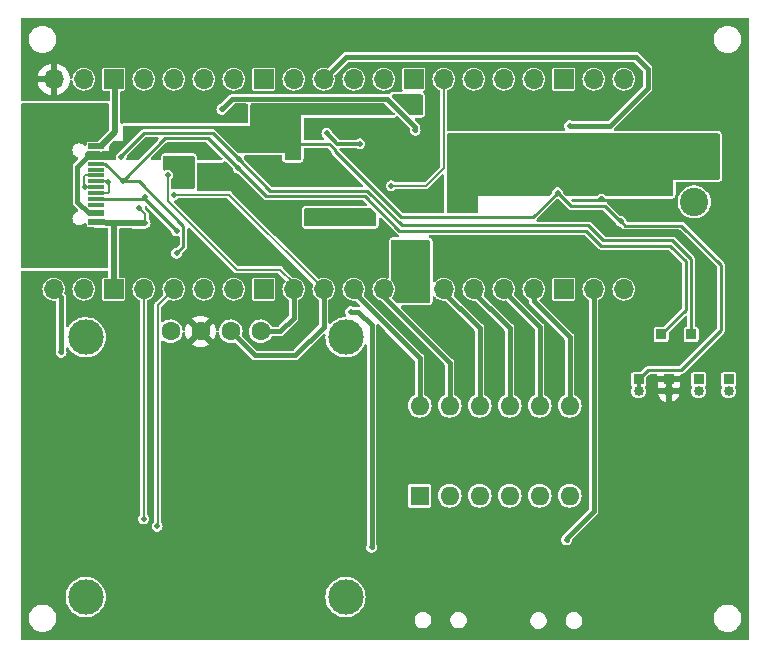
<source format=gbl>
%TF.GenerationSoftware,KiCad,Pcbnew,7.0.7*%
%TF.CreationDate,2023-10-12T19:56:55+02:00*%
%TF.ProjectId,PD_Micro,50445f4d-6963-4726-9f2e-6b696361645f,rev?*%
%TF.SameCoordinates,PX7ce2370PY67d8790*%
%TF.FileFunction,Copper,L2,Bot*%
%TF.FilePolarity,Positive*%
%FSLAX46Y46*%
G04 Gerber Fmt 4.6, Leading zero omitted, Abs format (unit mm)*
G04 Created by KiCad (PCBNEW 7.0.7) date 2023-10-12 19:56:55*
%MOMM*%
%LPD*%
G01*
G04 APERTURE LIST*
G04 Aperture macros list*
%AMRoundRect*
0 Rectangle with rounded corners*
0 $1 Rounding radius*
0 $2 $3 $4 $5 $6 $7 $8 $9 X,Y pos of 4 corners*
0 Add a 4 corners polygon primitive as box body*
4,1,4,$2,$3,$4,$5,$6,$7,$8,$9,$2,$3,0*
0 Add four circle primitives for the rounded corners*
1,1,$1+$1,$2,$3*
1,1,$1+$1,$4,$5*
1,1,$1+$1,$6,$7*
1,1,$1+$1,$8,$9*
0 Add four rect primitives between the rounded corners*
20,1,$1+$1,$2,$3,$4,$5,0*
20,1,$1+$1,$4,$5,$6,$7,0*
20,1,$1+$1,$6,$7,$8,$9,0*
20,1,$1+$1,$8,$9,$2,$3,0*%
G04 Aperture macros list end*
%TA.AperFunction,ComponentPad*%
%ADD10R,0.850000X0.850000*%
%TD*%
%TA.AperFunction,ComponentPad*%
%ADD11O,0.850000X0.850000*%
%TD*%
%TA.AperFunction,ComponentPad*%
%ADD12R,1.600000X1.600000*%
%TD*%
%TA.AperFunction,ComponentPad*%
%ADD13O,1.600000X1.600000*%
%TD*%
%TA.AperFunction,ComponentPad*%
%ADD14O,1.700000X1.700000*%
%TD*%
%TA.AperFunction,ComponentPad*%
%ADD15R,1.700000X1.700000*%
%TD*%
%TA.AperFunction,WasherPad*%
%ADD16C,3.000000*%
%TD*%
%TA.AperFunction,ComponentPad*%
%ADD17C,1.600000*%
%TD*%
%TA.AperFunction,ComponentPad*%
%ADD18RoundRect,0.600000X-0.600000X0.600000X-0.600000X-0.600000X0.600000X-0.600000X0.600000X0.600000X0*%
%TD*%
%TA.AperFunction,ComponentPad*%
%ADD19C,2.400000*%
%TD*%
%TA.AperFunction,SMDPad,CuDef*%
%ADD20R,1.450000X0.575000*%
%TD*%
%TA.AperFunction,SMDPad,CuDef*%
%ADD21R,1.450000X0.300000*%
%TD*%
%TA.AperFunction,ComponentPad*%
%ADD22O,1.600000X1.000000*%
%TD*%
%TA.AperFunction,ComponentPad*%
%ADD23O,2.100000X1.000000*%
%TD*%
%TA.AperFunction,ViaPad*%
%ADD24C,0.500000*%
%TD*%
%TA.AperFunction,Conductor*%
%ADD25C,0.250000*%
%TD*%
%TA.AperFunction,Conductor*%
%ADD26C,0.300000*%
%TD*%
%TA.AperFunction,Conductor*%
%ADD27C,0.200000*%
%TD*%
%TA.AperFunction,Conductor*%
%ADD28C,0.500000*%
%TD*%
%TA.AperFunction,Conductor*%
%ADD29C,0.400000*%
%TD*%
G04 APERTURE END LIST*
D10*
X100965000Y-5080000D03*
X104140000Y-8890000D03*
D11*
X104140000Y-9890000D03*
D12*
X77978000Y-18753500D03*
D13*
X80518000Y-18753500D03*
X83058000Y-18753500D03*
X85598000Y-18753500D03*
X88138000Y-18753500D03*
X90678000Y-18753500D03*
X90678000Y-11133500D03*
X88138000Y-11133500D03*
X85598000Y-11133500D03*
X83058000Y-11133500D03*
X80518000Y-11133500D03*
X77978000Y-11133500D03*
D10*
X96520000Y-8890000D03*
D11*
X96520000Y-9890000D03*
D10*
X98425000Y-5080000D03*
D14*
X46990000Y-1270000D03*
X49530000Y-1270000D03*
D15*
X52070000Y-1270000D03*
D14*
X54610000Y-1270000D03*
X57150000Y-1270000D03*
X59690000Y-1270000D03*
X62230000Y-1270000D03*
D15*
X64770000Y-1270000D03*
D14*
X67310000Y-1270000D03*
X69850000Y-1270000D03*
X72390000Y-1270000D03*
X74930000Y-1270000D03*
D15*
X77470000Y-1270000D03*
D14*
X80010000Y-1270000D03*
X82550000Y-1270000D03*
X85090000Y-1270000D03*
X87630000Y-1270000D03*
D15*
X90170000Y-1270000D03*
D14*
X92710000Y-1270000D03*
X95250000Y-1270000D03*
X95250000Y16510000D03*
X92710000Y16510000D03*
D15*
X90170000Y16510000D03*
D14*
X87630000Y16510000D03*
X85090000Y16510000D03*
X82550000Y16510000D03*
X80010000Y16510000D03*
D15*
X77470000Y16510000D03*
D14*
X74930000Y16510000D03*
X72390000Y16510000D03*
X69850000Y16510000D03*
X67310000Y16510000D03*
D15*
X64770000Y16510000D03*
D14*
X62230000Y16510000D03*
X59690000Y16510000D03*
X57150000Y16510000D03*
X54610000Y16510000D03*
D15*
X52070000Y16510000D03*
D14*
X49530000Y16510000D03*
X46990000Y16510000D03*
D10*
X101600000Y-8890000D03*
D11*
X101600000Y-9890000D03*
D16*
X49706000Y-5326000D03*
X49706000Y-27326000D03*
X71706000Y-5326000D03*
X71706000Y-27326000D03*
D17*
X56896000Y-4826000D03*
X59436000Y-4826000D03*
X61976000Y-4826000D03*
X64516000Y-4826000D03*
D10*
X99060000Y-8890000D03*
D11*
X99060000Y-9890000D03*
D18*
X101219000Y9624000D03*
D19*
X101219000Y6124000D03*
D20*
X50600000Y4395000D03*
X50600000Y5170000D03*
D21*
X50600000Y5870000D03*
X50600000Y6370000D03*
X50600000Y6870000D03*
X50600000Y7370000D03*
X50600000Y7870000D03*
X50600000Y8370000D03*
X50600000Y8870000D03*
X50600000Y9370000D03*
D20*
X50600000Y10070000D03*
X50600000Y10845000D03*
D22*
X45505000Y3300000D03*
D23*
X49685000Y3300000D03*
D22*
X45505000Y11940000D03*
D23*
X49685000Y11940000D03*
D24*
X96647000Y4699000D03*
X83566000Y8890000D03*
X84201000Y8890000D03*
X84836000Y8890000D03*
X72517000Y1397000D03*
X71882000Y1397000D03*
X71247000Y1397000D03*
X72517000Y2032000D03*
X71882000Y2032000D03*
X71247000Y2032000D03*
X70612000Y2032000D03*
X77343000Y2032000D03*
X76581000Y2032000D03*
X75946000Y2032000D03*
X77343000Y2667000D03*
X76581000Y2667000D03*
X75946000Y2667000D03*
X54229000Y5588000D03*
X90678000Y12573000D03*
X85217000Y13843000D03*
X89662000Y6918000D03*
X93367531Y6377866D03*
X94996500Y4483267D03*
X62671409Y9720478D03*
X52705000Y9906000D03*
X62621110Y8958310D03*
X57404000Y1778000D03*
X54713270Y6549879D03*
X52832000Y7874000D03*
X57404000Y3683000D03*
X56769000Y9144000D03*
X56769000Y9779000D03*
X57191500Y6731000D03*
X56642000Y8382000D03*
X73914000Y4445000D03*
X54737000Y4318000D03*
X73914000Y5207000D03*
X68580000Y5207000D03*
X68580000Y4445000D03*
X52197000Y12065000D03*
X51566000Y7824500D03*
X69991000Y9144000D03*
X69991000Y10414000D03*
X54991000Y2794000D03*
X69991000Y9779000D03*
X79756000Y-4572000D03*
X65786000Y11049000D03*
X64784000Y14124500D03*
X56642000Y10922000D03*
X70626000Y14124500D03*
X54610000Y11049000D03*
X74873642Y14124500D03*
X68975000Y14124500D03*
X76976000Y14224000D03*
X66816000Y14124500D03*
X57658000Y10795000D03*
X65278000Y12573000D03*
X72658000Y14124500D03*
X75565000Y7493000D03*
X47625000Y-6604000D03*
X72912000Y11049000D03*
X70118000Y11938000D03*
X77611000Y12192000D03*
X61228000Y13970000D03*
X49653000Y7370000D03*
X85471000Y6985000D03*
X84201000Y8255000D03*
X85471000Y8255000D03*
X84201000Y7620000D03*
X84836000Y6985000D03*
X83566000Y7620000D03*
X85471000Y8890000D03*
X84836000Y7620000D03*
X85471000Y7620000D03*
X83566000Y6985000D03*
X83566000Y8255000D03*
X84201000Y6985000D03*
X84836000Y8255000D03*
X73914000Y-23114000D03*
X72136000Y-3175000D03*
X54610000Y-20701000D03*
X55753000Y-21336000D03*
X90424000Y-22479000D03*
D25*
X87570000Y4826000D02*
X89662000Y6918000D01*
X76393292Y4826000D02*
X87570000Y4826000D01*
X70810248Y10409044D02*
X76393292Y4826000D01*
X70335248Y11049000D02*
X70810248Y10574000D01*
X65786000Y11049000D02*
X70335248Y11049000D01*
X70810248Y10574000D02*
X70810248Y10409044D01*
X76449896Y4133000D02*
X73528896Y7054000D01*
X92261396Y4133000D02*
X76449896Y4133000D01*
X93531396Y2863000D02*
X92261396Y4133000D01*
X99373396Y2863000D02*
X93531396Y2863000D01*
X100965000Y1271396D02*
X99373396Y2863000D01*
X65337887Y7054000D02*
X62671409Y9720478D01*
X100965000Y-5080000D02*
X100965000Y1271396D01*
X73528896Y7054000D02*
X65337887Y7054000D01*
X64975420Y6604000D02*
X62621110Y8958310D01*
X76263500Y3683000D02*
X73342500Y6604000D01*
X99187000Y2413000D02*
X93345000Y2413000D01*
X93345000Y2413000D02*
X92075000Y3683000D01*
X100515000Y1085000D02*
X99187000Y2413000D01*
X100515000Y-2990000D02*
X100515000Y1085000D01*
X92075000Y3683000D02*
X76263500Y3683000D01*
X98425000Y-5080000D02*
X100515000Y-2990000D01*
X73342500Y6604000D02*
X64975420Y6604000D01*
D26*
X96520000Y-9890000D02*
X96520000Y-8890000D01*
D27*
X54737000Y5080000D02*
X54229000Y5588000D01*
X54737000Y4318000D02*
X54737000Y5080000D01*
D28*
X52197000Y16383000D02*
X52070000Y16510000D01*
X52197000Y12065000D02*
X52197000Y16383000D01*
X52070000Y-1270000D02*
X52070000Y4367640D01*
X52070000Y4367640D02*
X50600000Y4395000D01*
X54737000Y4318000D02*
X52070000Y4367640D01*
D25*
X103505000Y-4699000D02*
X100076000Y-8128000D01*
X97282000Y-8128000D02*
X96520000Y-8890000D01*
X100143000Y4124000D02*
X103505000Y762000D01*
X100076000Y-8128000D02*
X97282000Y-8128000D01*
X95355767Y4124000D02*
X100143000Y4124000D01*
X103505000Y762000D02*
X103505000Y-4699000D01*
X94996500Y4483267D02*
X95355767Y4124000D01*
X90777134Y5802866D02*
X89662000Y6918000D01*
X93638134Y5802866D02*
X90777134Y5802866D01*
X94957733Y4483267D02*
X93638134Y5802866D01*
X94996500Y4483267D02*
X94957733Y4483267D01*
D29*
X96266000Y18415000D02*
X71755000Y18415000D01*
X97282000Y15748000D02*
X97282000Y17399000D01*
X90678000Y12573000D02*
X94107000Y12573000D01*
X94107000Y12573000D02*
X97282000Y15748000D01*
X97282000Y17399000D02*
X96266000Y18415000D01*
X71755000Y18415000D02*
X69850000Y16510000D01*
D27*
X78486000Y7493000D02*
X80010000Y9017000D01*
X75565000Y7493000D02*
X78486000Y7493000D01*
X80010000Y9017000D02*
X80010000Y16510000D01*
D25*
X52705000Y10033000D02*
X52705000Y9906000D01*
X54619000Y11947000D02*
X52705000Y10033000D01*
X60444887Y11947000D02*
X54619000Y11947000D01*
X62671409Y9720478D02*
X60444887Y11947000D01*
X52832000Y7925173D02*
X52832000Y7874000D01*
X62621110Y8958310D02*
X60082420Y11497000D01*
X60082420Y11497000D02*
X56403827Y11497000D01*
X56403827Y11497000D02*
X52832000Y7925173D01*
X57404000Y3683000D02*
X54717000Y6370000D01*
X54717000Y6370000D02*
X54717000Y6546149D01*
X54717000Y6546149D02*
X54713270Y6549879D01*
X57979000Y2353000D02*
X57979000Y4097322D01*
X54202322Y7874000D02*
X52832000Y7874000D01*
X57404000Y1778000D02*
X57979000Y2353000D01*
X57979000Y4097322D02*
X54202322Y7874000D01*
X52832000Y7874000D02*
X51336000Y9370000D01*
X51336000Y9370000D02*
X50600000Y9370000D01*
X54717000Y6370000D02*
X50600000Y6370000D01*
D27*
X61849000Y6731000D02*
X57191500Y6731000D01*
X69850000Y-1270000D02*
X61849000Y6731000D01*
X67310000Y-762000D02*
X66167000Y381000D01*
X67310000Y-1270000D02*
X67310000Y-762000D01*
X56642000Y6223000D02*
X56642000Y8382000D01*
X62484000Y381000D02*
X56642000Y6223000D01*
X66167000Y381000D02*
X62484000Y381000D01*
X67310000Y-1270000D02*
X66675000Y-1270000D01*
D28*
X50977000Y10845000D02*
X52197000Y12065000D01*
D27*
X51574000Y6870000D02*
X50600000Y6870000D01*
X51689000Y7747000D02*
X51689000Y7239000D01*
X51689000Y6985000D02*
X51574000Y6870000D01*
X51689000Y7239000D02*
X51689000Y6985000D01*
X51566000Y7870000D02*
X51689000Y7747000D01*
X50600000Y7870000D02*
X51566000Y7870000D01*
D29*
X49948000Y10070000D02*
X50600000Y10070000D01*
X49003000Y6115000D02*
X49003000Y9125000D01*
X49948000Y5170000D02*
X49003000Y6115000D01*
X49003000Y9125000D02*
X49948000Y10070000D01*
X50600000Y5170000D02*
X49948000Y5170000D01*
X67310000Y-3683000D02*
X67310000Y-1270000D01*
X64516000Y-4826000D02*
X66167000Y-4826000D01*
X66167000Y-4826000D02*
X67310000Y-3683000D01*
X67437000Y-6858000D02*
X69850000Y-4445000D01*
X69850000Y-4445000D02*
X69850000Y-1270000D01*
X61976000Y-4826000D02*
X64008000Y-6858000D01*
X64008000Y-6858000D02*
X67437000Y-6858000D01*
X47625000Y-1905000D02*
X46990000Y-1270000D01*
X47625000Y-6604000D02*
X47625000Y-1905000D01*
D26*
X70118000Y11938000D02*
X71007000Y11049000D01*
X71007000Y11049000D02*
X72912000Y11049000D01*
D29*
X61228000Y13970000D02*
X62118000Y14860000D01*
X62118000Y14874000D02*
X75184000Y14874000D01*
X75213239Y14874000D02*
X77611000Y12476239D01*
X77611000Y12476239D02*
X77611000Y12192000D01*
X62118000Y14860000D02*
X62118000Y14874000D01*
D27*
X49653000Y7370000D02*
X49530000Y7493000D01*
X49645000Y8370000D02*
X50600000Y8370000D01*
X49530000Y7493000D02*
X49530000Y8255000D01*
X50600000Y7370000D02*
X49653000Y7370000D01*
X49530000Y8255000D02*
X49645000Y8370000D01*
D29*
X73914000Y-23114000D02*
X73914000Y-4318000D01*
X72771000Y-3175000D02*
X72136000Y-3175000D01*
X73914000Y-4318000D02*
X72771000Y-3175000D01*
D27*
X54610000Y-20701000D02*
X54610000Y-1270000D01*
X55796480Y-2623520D02*
X57150000Y-1270000D01*
X55796480Y-21292520D02*
X55796480Y-2623520D01*
X55796480Y-21292520D02*
X55753000Y-21336000D01*
D29*
X90424000Y-22479000D02*
X90424000Y-22352000D01*
X90424000Y-22352000D02*
X92710000Y-20066000D01*
X92710000Y-20066000D02*
X92710000Y-1270000D01*
X87630000Y-2286000D02*
X87630000Y-1270000D01*
X90678000Y-5334000D02*
X87630000Y-2286000D01*
X90678000Y-11133500D02*
X90678000Y-5334000D01*
X88138000Y-11133500D02*
X88138000Y-4445000D01*
X88138000Y-4445000D02*
X85090000Y-1397000D01*
X85598000Y-4572000D02*
X82169000Y-1143000D01*
X85598000Y-11133500D02*
X85598000Y-4572000D01*
X83058000Y-11133500D02*
X83058000Y-4572000D01*
X83058000Y-4572000D02*
X79629000Y-1143000D01*
X80518000Y-11133500D02*
X80518000Y-7493000D01*
X80518000Y-7493000D02*
X74930000Y-1905000D01*
X77978000Y-7112000D02*
X72390000Y-1524000D01*
X77978000Y-11133500D02*
X77978000Y-7112000D01*
%TA.AperFunction,Conductor*%
G36*
X51645121Y14457998D02*
G01*
X51691614Y14404342D01*
X51703000Y14352000D01*
X51703000Y12260296D01*
X51682998Y12192175D01*
X51666095Y12171201D01*
X50764799Y11269905D01*
X50702487Y11235879D01*
X50675704Y11233000D01*
X49865102Y11233000D01*
X49835787Y11227169D01*
X49802542Y11204956D01*
X49780331Y11171715D01*
X49774500Y11142400D01*
X49774500Y11015545D01*
X49754498Y10947424D01*
X49700842Y10900931D01*
X49630568Y10890827D01*
X49571796Y10915583D01*
X49445239Y11012694D01*
X49445231Y11012699D01*
X49305234Y11070688D01*
X49192722Y11085500D01*
X49192720Y11085500D01*
X49117280Y11085500D01*
X49117277Y11085500D01*
X49004765Y11070688D01*
X48864768Y11012699D01*
X48864760Y11012694D01*
X48744548Y10920452D01*
X48652306Y10800240D01*
X48652301Y10800232D01*
X48594312Y10660235D01*
X48574534Y10510001D01*
X48574534Y10510000D01*
X48594312Y10359766D01*
X48652301Y10219769D01*
X48652306Y10219761D01*
X48744548Y10099549D01*
X48861497Y10009811D01*
X48864767Y10007302D01*
X49004764Y9949313D01*
X49004766Y9949313D01*
X49011675Y9946451D01*
X49066956Y9901903D01*
X49089377Y9834539D01*
X49071819Y9765748D01*
X49052553Y9740947D01*
X48697516Y9385909D01*
X48697513Y9385906D01*
X48689994Y9378387D01*
X48674952Y9363346D01*
X48674950Y9363342D01*
X48664962Y9343742D01*
X48654640Y9326898D01*
X48641704Y9309091D01*
X48641703Y9309090D01*
X48634904Y9288165D01*
X48627340Y9269905D01*
X48617354Y9250306D01*
X48613911Y9228573D01*
X48609298Y9209361D01*
X48602500Y9188438D01*
X48602500Y6051566D01*
X48609298Y6030642D01*
X48613912Y6011423D01*
X48617353Y5989700D01*
X48617355Y5989694D01*
X48627341Y5970094D01*
X48634906Y5951831D01*
X48641703Y5930911D01*
X48641704Y5930909D01*
X48654631Y5913117D01*
X48664960Y5896262D01*
X48674948Y5876660D01*
X48674949Y5876659D01*
X48674950Y5876658D01*
X48695942Y5855666D01*
X48695955Y5855652D01*
X48697515Y5854092D01*
X48697516Y5854091D01*
X49052554Y5499053D01*
X49086578Y5436742D01*
X49081514Y5365927D01*
X49038967Y5309091D01*
X49011677Y5293550D01*
X49004765Y5290688D01*
X49004764Y5290687D01*
X48864767Y5232698D01*
X48864765Y5232697D01*
X48864766Y5232697D01*
X48864760Y5232694D01*
X48744548Y5140452D01*
X48652306Y5020240D01*
X48652301Y5020232D01*
X48594312Y4880235D01*
X48574534Y4730001D01*
X48574534Y4730000D01*
X48594312Y4579766D01*
X48652301Y4439769D01*
X48652306Y4439761D01*
X48744548Y4319549D01*
X48864760Y4227307D01*
X48864767Y4227302D01*
X49004764Y4169313D01*
X49117280Y4154500D01*
X49117287Y4154500D01*
X49192713Y4154500D01*
X49192720Y4154500D01*
X49305236Y4169313D01*
X49445233Y4227302D01*
X49565451Y4319549D01*
X49565453Y4319552D01*
X49571795Y4324418D01*
X49638016Y4350019D01*
X49707564Y4335755D01*
X49758361Y4286154D01*
X49774500Y4224457D01*
X49774500Y4097604D01*
X49778883Y4075566D01*
X49780331Y4068287D01*
X49802543Y4035043D01*
X49814033Y4027366D01*
X49835785Y4012832D01*
X49835787Y4012831D01*
X49865101Y4007000D01*
X50328176Y4007001D01*
X50385153Y3990271D01*
X50386295Y3992532D01*
X50394723Y3988278D01*
X50523726Y3945842D01*
X51495847Y3927750D01*
X51563581Y3906484D01*
X51609068Y3851972D01*
X51619500Y3801772D01*
X51619500Y634000D01*
X51599498Y565879D01*
X51545842Y519386D01*
X51493500Y508000D01*
X44326500Y508000D01*
X44258379Y528002D01*
X44211886Y581658D01*
X44200500Y634000D01*
X44200500Y14352000D01*
X44220502Y14420121D01*
X44274158Y14466614D01*
X44326500Y14478000D01*
X51577000Y14478000D01*
X51645121Y14457998D01*
G37*
%TD.AperFunction*%
%TA.AperFunction,Conductor*%
G36*
X75063277Y14453498D02*
G01*
X75084251Y14436595D01*
X75843751Y13677095D01*
X75877777Y13614783D01*
X75872712Y13543968D01*
X75830165Y13487132D01*
X75763645Y13462321D01*
X75754656Y13462000D01*
X67959000Y13462000D01*
X67945000Y10414000D01*
X67945000Y9778000D01*
X67924998Y9709879D01*
X67871342Y9663386D01*
X67819000Y9652000D01*
X66674000Y9652000D01*
X66605879Y9672002D01*
X66559386Y9725658D01*
X66548000Y9778000D01*
X66548000Y10287000D01*
X62617403Y10287000D01*
X62549282Y10307002D01*
X62528308Y10323905D01*
X60687052Y12165161D01*
X60683337Y12169214D01*
X60670877Y12184063D01*
X60657342Y12200194D01*
X60657341Y12200195D01*
X60657338Y12200197D01*
X60622322Y12220414D01*
X60617687Y12223367D01*
X60584570Y12246555D01*
X60579039Y12249134D01*
X60563683Y12255495D01*
X60557934Y12257588D01*
X60534061Y12261798D01*
X60518121Y12264609D01*
X60512759Y12265797D01*
X60473695Y12276264D01*
X60473692Y12276264D01*
X60462014Y12275243D01*
X60433411Y12272740D01*
X60427927Y12272500D01*
X54635960Y12272500D01*
X54630475Y12272740D01*
X54601872Y12275243D01*
X54590195Y12276264D01*
X54590192Y12276264D01*
X54551126Y12265797D01*
X54545761Y12264608D01*
X54505952Y12257588D01*
X54500235Y12255507D01*
X54484832Y12249127D01*
X54479316Y12246555D01*
X54446191Y12223362D01*
X54441558Y12220411D01*
X54406547Y12200196D01*
X54406545Y12200195D01*
X54380547Y12169213D01*
X54376834Y12165161D01*
X52560963Y10349291D01*
X52522838Y10326576D01*
X52524130Y10323749D01*
X52515932Y10320006D01*
X52406949Y10249967D01*
X52334061Y10165846D01*
X52322118Y10152063D01*
X52268303Y10034226D01*
X52249868Y9906002D01*
X52249867Y9905997D01*
X52265692Y9795932D01*
X52255589Y9725658D01*
X52209096Y9672002D01*
X52140975Y9652000D01*
X51689000Y9652000D01*
X51540481Y9652000D01*
X51486984Y9667708D01*
X51485673Y9664896D01*
X51470152Y9672134D01*
X51454796Y9678495D01*
X51449047Y9680588D01*
X51425174Y9684798D01*
X51409234Y9687609D01*
X51403872Y9688797D01*
X51364808Y9699264D01*
X51364805Y9699264D01*
X51353127Y9698243D01*
X51324524Y9695740D01*
X51319040Y9695500D01*
X50571525Y9695500D01*
X50558849Y9693265D01*
X50486955Y9680589D01*
X50469295Y9670393D01*
X50467844Y9669554D01*
X50466678Y9668881D01*
X50403678Y9652000D01*
X49783000Y9652000D01*
X49714879Y9672002D01*
X49668386Y9725658D01*
X49657000Y9778000D01*
X49657000Y10193020D01*
X49666590Y10241236D01*
X49705934Y10336221D01*
X49750481Y10391499D01*
X49817845Y10413920D01*
X49822342Y10414000D01*
X50812016Y10414000D01*
X50849634Y10406151D01*
X50849964Y10407379D01*
X50859080Y10404937D01*
X50859084Y10404935D01*
X50994035Y10389730D01*
X51110697Y10411804D01*
X51134121Y10414000D01*
X51703000Y10414000D01*
X51703000Y10881708D01*
X51723002Y10949829D01*
X51739902Y10970800D01*
X52035197Y11266096D01*
X52097509Y11300121D01*
X52124292Y11303000D01*
X52846000Y11303000D01*
X52846000Y12447000D01*
X52866002Y12515121D01*
X52919658Y12561614D01*
X52972000Y12573000D01*
X63641000Y12573000D01*
X63641000Y12573001D01*
X63640155Y13462321D01*
X63639314Y14347381D01*
X63659251Y14415520D01*
X63712863Y14462064D01*
X63765314Y14473500D01*
X74995156Y14473500D01*
X75063277Y14453498D01*
G37*
%TD.AperFunction*%
%TA.AperFunction,Conductor*%
G36*
X55831931Y11601498D02*
G01*
X55878424Y11547842D01*
X55888528Y11477568D01*
X55859034Y11412988D01*
X55852905Y11406405D01*
X54135405Y9688905D01*
X54073093Y9654879D01*
X54046310Y9652000D01*
X53269025Y9652000D01*
X53200904Y9672002D01*
X53154411Y9725658D01*
X53144307Y9795930D01*
X53144308Y9795932D01*
X53160133Y9905997D01*
X53160133Y9906002D01*
X53153797Y9950067D01*
X53163900Y10020341D01*
X53189414Y10057090D01*
X54716923Y11584598D01*
X54779233Y11618621D01*
X54806016Y11621500D01*
X55763810Y11621500D01*
X55831931Y11601498D01*
G37*
%TD.AperFunction*%
%TA.AperFunction,Conductor*%
G36*
X59963525Y11151498D02*
G01*
X59984499Y11134595D01*
X61251999Y9867095D01*
X61286025Y9804783D01*
X61280960Y9733968D01*
X61238413Y9677132D01*
X61171893Y9652321D01*
X61162904Y9652000D01*
X59259500Y9652000D01*
X59191379Y9672002D01*
X59144886Y9725658D01*
X59133500Y9778000D01*
X59133500Y9908997D01*
X59133499Y9909006D01*
X59128802Y9952690D01*
X59124870Y9970760D01*
X59117597Y10004195D01*
X59115110Y10014373D01*
X59115109Y10014375D01*
X59115109Y10014376D01*
X59072102Y10095083D01*
X59037962Y10134482D01*
X59026345Y10147889D01*
X59008754Y10165843D01*
X59008750Y10165846D01*
X58928944Y10210487D01*
X58928939Y10210489D01*
X58928938Y10210490D01*
X58928937Y10210490D01*
X58861898Y10230175D01*
X58861888Y10230177D01*
X58804003Y10238500D01*
X58804000Y10238500D01*
X56385000Y10238500D01*
X56384994Y10238500D01*
X56349089Y10234639D01*
X56341316Y10233803D01*
X56341314Y10233803D01*
X56341308Y10233802D01*
X56289807Y10222598D01*
X56279629Y10220110D01*
X56198915Y10177102D01*
X56146116Y10131352D01*
X56146117Y10131352D01*
X56128156Y10113755D01*
X56128153Y10113751D01*
X56083512Y10033944D01*
X56083509Y10033939D01*
X56083509Y10033937D01*
X56077213Y10012496D01*
X56063824Y9966899D01*
X56055500Y9908998D01*
X56055500Y9778000D01*
X56035498Y9709879D01*
X55981842Y9663386D01*
X55929500Y9652000D01*
X55323343Y9652000D01*
X55255222Y9672002D01*
X55208729Y9725658D01*
X55198625Y9795932D01*
X55228119Y9860512D01*
X55234248Y9867095D01*
X55690903Y10323749D01*
X56501748Y11134595D01*
X56564061Y11168621D01*
X56590844Y11171500D01*
X59895404Y11171500D01*
X59963525Y11151498D01*
G37*
%TD.AperFunction*%
%TA.AperFunction,Conductor*%
G36*
X78174121Y15219998D02*
G01*
X78220614Y15166342D01*
X78232000Y15114000D01*
X78232000Y13588000D01*
X78211998Y13519879D01*
X78158342Y13473386D01*
X78106000Y13462000D01*
X77243821Y13462000D01*
X77175700Y13482002D01*
X77154731Y13498900D01*
X75629063Y15024569D01*
X75595038Y15086881D01*
X75600103Y15157697D01*
X75642650Y15214532D01*
X75709170Y15239343D01*
X75718125Y15239664D01*
X77241349Y15240000D01*
X78106000Y15240000D01*
X78174121Y15219998D01*
G37*
%TD.AperFunction*%
%TA.AperFunction,Conductor*%
G36*
X73913851Y5568315D02*
G01*
X73934493Y5551681D01*
X74258681Y5227493D01*
X74292166Y5166170D01*
X74295000Y5139812D01*
X74295000Y4188000D01*
X74275315Y4120961D01*
X74222511Y4075206D01*
X74171000Y4064000D01*
X68323000Y4064000D01*
X68255961Y4083685D01*
X68210206Y4136489D01*
X68199000Y4188000D01*
X68199000Y5464000D01*
X68218685Y5531039D01*
X68271489Y5576794D01*
X68323000Y5588000D01*
X73846812Y5588000D01*
X73913851Y5568315D01*
G37*
%TD.AperFunction*%
%TA.AperFunction,Conductor*%
G36*
X105841621Y21719498D02*
G01*
X105888114Y21665842D01*
X105899500Y21613500D01*
X105899500Y-30833500D01*
X105879498Y-30901621D01*
X105825842Y-30948114D01*
X105773500Y-30959500D01*
X44326500Y-30959500D01*
X44258379Y-30939498D01*
X44211886Y-30885842D01*
X44200500Y-30833500D01*
X44200500Y-29216610D01*
X44899500Y-29216610D01*
X44938679Y-29426198D01*
X45015702Y-29625019D01*
X45015703Y-29625020D01*
X45015705Y-29625025D01*
X45127945Y-29806298D01*
X45127946Y-29806300D01*
X45223228Y-29910818D01*
X45271593Y-29963872D01*
X45441745Y-30092366D01*
X45632611Y-30187405D01*
X45837690Y-30245756D01*
X45996806Y-30260500D01*
X45996813Y-30260500D01*
X46103187Y-30260500D01*
X46103194Y-30260500D01*
X46262310Y-30245756D01*
X46467389Y-30187405D01*
X46658255Y-30092366D01*
X46828407Y-29963872D01*
X46972052Y-29806302D01*
X47084298Y-29625019D01*
X47161321Y-29426198D01*
X47171628Y-29371059D01*
X77555500Y-29371059D01*
X77596208Y-29536221D01*
X77596210Y-29536225D01*
X77675265Y-29686851D01*
X77675270Y-29686857D01*
X77788069Y-29814181D01*
X77788071Y-29814183D01*
X77928070Y-29910818D01*
X77928074Y-29910820D01*
X78015085Y-29943818D01*
X78087128Y-29971140D01*
X78213628Y-29986500D01*
X78213632Y-29986500D01*
X78298368Y-29986500D01*
X78298372Y-29986500D01*
X78424872Y-29971140D01*
X78583930Y-29910818D01*
X78723929Y-29814183D01*
X78836734Y-29686852D01*
X78915790Y-29536225D01*
X78956499Y-29371059D01*
X80555500Y-29371059D01*
X80596208Y-29536221D01*
X80596210Y-29536225D01*
X80675265Y-29686851D01*
X80675270Y-29686857D01*
X80788069Y-29814181D01*
X80788071Y-29814183D01*
X80928070Y-29910818D01*
X80928074Y-29910820D01*
X81015085Y-29943818D01*
X81087128Y-29971140D01*
X81213628Y-29986500D01*
X81213632Y-29986500D01*
X81298368Y-29986500D01*
X81298372Y-29986500D01*
X81424872Y-29971140D01*
X81583930Y-29910818D01*
X81723929Y-29814183D01*
X81836734Y-29686852D01*
X81915790Y-29536225D01*
X81948366Y-29404059D01*
X87334500Y-29404059D01*
X87375208Y-29569221D01*
X87375210Y-29569225D01*
X87454265Y-29719851D01*
X87454270Y-29719857D01*
X87567069Y-29847181D01*
X87567071Y-29847183D01*
X87707070Y-29943818D01*
X87707074Y-29943820D01*
X87779113Y-29971140D01*
X87866128Y-30004140D01*
X87992628Y-30019500D01*
X87992632Y-30019500D01*
X88077368Y-30019500D01*
X88077372Y-30019500D01*
X88203872Y-30004140D01*
X88362930Y-29943818D01*
X88502929Y-29847183D01*
X88615734Y-29719852D01*
X88694790Y-29569225D01*
X88735499Y-29404059D01*
X90334500Y-29404059D01*
X90375208Y-29569221D01*
X90375210Y-29569225D01*
X90454265Y-29719851D01*
X90454270Y-29719857D01*
X90567069Y-29847181D01*
X90567071Y-29847183D01*
X90707070Y-29943818D01*
X90707074Y-29943820D01*
X90779113Y-29971140D01*
X90866128Y-30004140D01*
X90992628Y-30019500D01*
X90992632Y-30019500D01*
X91077368Y-30019500D01*
X91077372Y-30019500D01*
X91203872Y-30004140D01*
X91362930Y-29943818D01*
X91502929Y-29847183D01*
X91615734Y-29719852D01*
X91694790Y-29569225D01*
X91735500Y-29404056D01*
X91735500Y-29233944D01*
X91731228Y-29216610D01*
X102899500Y-29216610D01*
X102938679Y-29426198D01*
X103015702Y-29625019D01*
X103015703Y-29625020D01*
X103015705Y-29625025D01*
X103127945Y-29806298D01*
X103127946Y-29806300D01*
X103223228Y-29910818D01*
X103271593Y-29963872D01*
X103441745Y-30092366D01*
X103632611Y-30187405D01*
X103837690Y-30245756D01*
X103996806Y-30260500D01*
X103996813Y-30260500D01*
X104103187Y-30260500D01*
X104103194Y-30260500D01*
X104262310Y-30245756D01*
X104467389Y-30187405D01*
X104658255Y-30092366D01*
X104828407Y-29963872D01*
X104972052Y-29806302D01*
X105084298Y-29625019D01*
X105161321Y-29426198D01*
X105200500Y-29216610D01*
X105200500Y-29003390D01*
X105161321Y-28793802D01*
X105084298Y-28594981D01*
X105016743Y-28485877D01*
X104972054Y-28413701D01*
X104972053Y-28413699D01*
X104828408Y-28256129D01*
X104828407Y-28256128D01*
X104658255Y-28127634D01*
X104467389Y-28032595D01*
X104467386Y-28032594D01*
X104467384Y-28032593D01*
X104262311Y-27974244D01*
X104242420Y-27972401D01*
X104103194Y-27959500D01*
X103996806Y-27959500D01*
X103873049Y-27970967D01*
X103837688Y-27974244D01*
X103632615Y-28032593D01*
X103632610Y-28032595D01*
X103632611Y-28032595D01*
X103441745Y-28127634D01*
X103441743Y-28127635D01*
X103441744Y-28127635D01*
X103271591Y-28256129D01*
X103127946Y-28413699D01*
X103127945Y-28413701D01*
X103015705Y-28594974D01*
X103015703Y-28594979D01*
X103015702Y-28594981D01*
X103006591Y-28618500D01*
X102938679Y-28793800D01*
X102938679Y-28793802D01*
X102899500Y-29003390D01*
X102899500Y-29216610D01*
X91731228Y-29216610D01*
X91694790Y-29068775D01*
X91615734Y-28918148D01*
X91586493Y-28885142D01*
X91502930Y-28790818D01*
X91502928Y-28790816D01*
X91362929Y-28694181D01*
X91362925Y-28694179D01*
X91203870Y-28633859D01*
X91077378Y-28618500D01*
X91077372Y-28618500D01*
X90992628Y-28618500D01*
X90992621Y-28618500D01*
X90866129Y-28633859D01*
X90707074Y-28694179D01*
X90707070Y-28694181D01*
X90567071Y-28790816D01*
X90567069Y-28790818D01*
X90454270Y-28918142D01*
X90454265Y-28918148D01*
X90375210Y-29068774D01*
X90375208Y-29068778D01*
X90334500Y-29233940D01*
X90334500Y-29404059D01*
X88735499Y-29404059D01*
X88735500Y-29404056D01*
X88735500Y-29233944D01*
X88694790Y-29068775D01*
X88615734Y-28918148D01*
X88586493Y-28885142D01*
X88502930Y-28790818D01*
X88502928Y-28790816D01*
X88362929Y-28694181D01*
X88362925Y-28694179D01*
X88203870Y-28633859D01*
X88077378Y-28618500D01*
X88077372Y-28618500D01*
X87992628Y-28618500D01*
X87992621Y-28618500D01*
X87866129Y-28633859D01*
X87707074Y-28694179D01*
X87707070Y-28694181D01*
X87567071Y-28790816D01*
X87567069Y-28790818D01*
X87454270Y-28918142D01*
X87454265Y-28918148D01*
X87375210Y-29068774D01*
X87375208Y-29068778D01*
X87334500Y-29233940D01*
X87334500Y-29404059D01*
X81948366Y-29404059D01*
X81956500Y-29371056D01*
X81956500Y-29200944D01*
X81954409Y-29192461D01*
X81915791Y-29035778D01*
X81915790Y-29035776D01*
X81915790Y-29035775D01*
X81836734Y-28885148D01*
X81763779Y-28802799D01*
X81723930Y-28757818D01*
X81723928Y-28757816D01*
X81583929Y-28661181D01*
X81583925Y-28661179D01*
X81424870Y-28600859D01*
X81298378Y-28585500D01*
X81298372Y-28585500D01*
X81213628Y-28585500D01*
X81213621Y-28585500D01*
X81087129Y-28600859D01*
X80928074Y-28661179D01*
X80928070Y-28661181D01*
X80788071Y-28757816D01*
X80788069Y-28757818D01*
X80675270Y-28885142D01*
X80675265Y-28885148D01*
X80596210Y-29035774D01*
X80596208Y-29035778D01*
X80555500Y-29200940D01*
X80555500Y-29371059D01*
X78956499Y-29371059D01*
X78956500Y-29371056D01*
X78956500Y-29200944D01*
X78954409Y-29192461D01*
X78915791Y-29035778D01*
X78915790Y-29035776D01*
X78915790Y-29035775D01*
X78836734Y-28885148D01*
X78763779Y-28802799D01*
X78723930Y-28757818D01*
X78723928Y-28757816D01*
X78583929Y-28661181D01*
X78583925Y-28661179D01*
X78424870Y-28600859D01*
X78298378Y-28585500D01*
X78298372Y-28585500D01*
X78213628Y-28585500D01*
X78213621Y-28585500D01*
X78087129Y-28600859D01*
X77928074Y-28661179D01*
X77928070Y-28661181D01*
X77788071Y-28757816D01*
X77788069Y-28757818D01*
X77675270Y-28885142D01*
X77675265Y-28885148D01*
X77596210Y-29035774D01*
X77596208Y-29035778D01*
X77555500Y-29200940D01*
X77555500Y-29371059D01*
X47171628Y-29371059D01*
X47200500Y-29216610D01*
X47200500Y-29003390D01*
X47161321Y-28793802D01*
X47084298Y-28594981D01*
X47016743Y-28485877D01*
X46972054Y-28413701D01*
X46972053Y-28413699D01*
X46828408Y-28256129D01*
X46828407Y-28256128D01*
X46658255Y-28127634D01*
X46467389Y-28032595D01*
X46467386Y-28032594D01*
X46467384Y-28032593D01*
X46262311Y-27974244D01*
X46242420Y-27972401D01*
X46103194Y-27959500D01*
X45996806Y-27959500D01*
X45873049Y-27970967D01*
X45837688Y-27974244D01*
X45632615Y-28032593D01*
X45632610Y-28032595D01*
X45632611Y-28032595D01*
X45441745Y-28127634D01*
X45441743Y-28127635D01*
X45441744Y-28127635D01*
X45271591Y-28256129D01*
X45127946Y-28413699D01*
X45127945Y-28413701D01*
X45015705Y-28594974D01*
X45015703Y-28594979D01*
X45015702Y-28594981D01*
X45006591Y-28618500D01*
X44938679Y-28793800D01*
X44938679Y-28793802D01*
X44899500Y-29003390D01*
X44899500Y-29216610D01*
X44200500Y-29216610D01*
X44200500Y-27325999D01*
X48000732Y-27325999D01*
X48019778Y-27580160D01*
X48076491Y-27828635D01*
X48169605Y-28065884D01*
X48169608Y-28065892D01*
X48297038Y-28286608D01*
X48455953Y-28485881D01*
X48579873Y-28600860D01*
X48642783Y-28659232D01*
X48642789Y-28659236D01*
X48853356Y-28802799D01*
X48853363Y-28802803D01*
X48853366Y-28802805D01*
X48985748Y-28866556D01*
X49082991Y-28913387D01*
X49083004Y-28913392D01*
X49326531Y-28988510D01*
X49326534Y-28988510D01*
X49326542Y-28988513D01*
X49578565Y-29026500D01*
X49578570Y-29026500D01*
X49833430Y-29026500D01*
X49833435Y-29026500D01*
X50085458Y-28988513D01*
X50313576Y-28918148D01*
X50328995Y-28913392D01*
X50328997Y-28913390D01*
X50329004Y-28913389D01*
X50558634Y-28802805D01*
X50769217Y-28659232D01*
X50956050Y-28485877D01*
X51114959Y-28286612D01*
X51242393Y-28065888D01*
X51335508Y-27828637D01*
X51392222Y-27580157D01*
X51411268Y-27326000D01*
X51411268Y-27325999D01*
X70000732Y-27325999D01*
X70019778Y-27580160D01*
X70076491Y-27828635D01*
X70169605Y-28065884D01*
X70169608Y-28065892D01*
X70297038Y-28286608D01*
X70455953Y-28485881D01*
X70579873Y-28600860D01*
X70642783Y-28659232D01*
X70642789Y-28659236D01*
X70853356Y-28802799D01*
X70853363Y-28802803D01*
X70853366Y-28802805D01*
X70985748Y-28866557D01*
X71082991Y-28913387D01*
X71083004Y-28913392D01*
X71326531Y-28988510D01*
X71326534Y-28988510D01*
X71326542Y-28988513D01*
X71578565Y-29026500D01*
X71578570Y-29026500D01*
X71833430Y-29026500D01*
X71833435Y-29026500D01*
X72085458Y-28988513D01*
X72313576Y-28918148D01*
X72328995Y-28913392D01*
X72328997Y-28913390D01*
X72329004Y-28913389D01*
X72558634Y-28802805D01*
X72769217Y-28659232D01*
X72956050Y-28485877D01*
X73114959Y-28286612D01*
X73242393Y-28065888D01*
X73335508Y-27828637D01*
X73392222Y-27580157D01*
X73411268Y-27326000D01*
X73392222Y-27071843D01*
X73335508Y-26823363D01*
X73242393Y-26586112D01*
X73242392Y-26586111D01*
X73242391Y-26586107D01*
X73114961Y-26365391D01*
X72956046Y-26166118D01*
X72769222Y-25992773D01*
X72769217Y-25992768D01*
X72769210Y-25992763D01*
X72558643Y-25849200D01*
X72558636Y-25849196D01*
X72329008Y-25738612D01*
X72328995Y-25738607D01*
X72085468Y-25663489D01*
X72085458Y-25663487D01*
X72085458Y-25663486D01*
X71833435Y-25625500D01*
X71578565Y-25625500D01*
X71368545Y-25657155D01*
X71326541Y-25663487D01*
X71326531Y-25663489D01*
X71083004Y-25738607D01*
X71082991Y-25738612D01*
X70853363Y-25849196D01*
X70853356Y-25849200D01*
X70642789Y-25992763D01*
X70642777Y-25992773D01*
X70455953Y-26166118D01*
X70297038Y-26365391D01*
X70169608Y-26586107D01*
X70169605Y-26586115D01*
X70076491Y-26823364D01*
X70019778Y-27071839D01*
X70000732Y-27325999D01*
X51411268Y-27325999D01*
X51392222Y-27071843D01*
X51335508Y-26823363D01*
X51242393Y-26586112D01*
X51242392Y-26586111D01*
X51242391Y-26586107D01*
X51114961Y-26365391D01*
X50956046Y-26166118D01*
X50769222Y-25992773D01*
X50769217Y-25992768D01*
X50769210Y-25992763D01*
X50558643Y-25849200D01*
X50558636Y-25849196D01*
X50329008Y-25738612D01*
X50328995Y-25738607D01*
X50085468Y-25663489D01*
X50085458Y-25663487D01*
X50085457Y-25663486D01*
X49833435Y-25625500D01*
X49578565Y-25625500D01*
X49368545Y-25657155D01*
X49326541Y-25663487D01*
X49326531Y-25663489D01*
X49083004Y-25738607D01*
X49082991Y-25738612D01*
X48853363Y-25849196D01*
X48853356Y-25849200D01*
X48642789Y-25992763D01*
X48642777Y-25992773D01*
X48455953Y-26166118D01*
X48297038Y-26365391D01*
X48169608Y-26586107D01*
X48169605Y-26586115D01*
X48076491Y-26823364D01*
X48019778Y-27071839D01*
X48000732Y-27325999D01*
X44200500Y-27325999D01*
X44200500Y-1270003D01*
X46034901Y-1270003D01*
X46053251Y-1456323D01*
X46053253Y-1456334D01*
X46107601Y-1635496D01*
X46107603Y-1635500D01*
X46174199Y-1760092D01*
X46195864Y-1800625D01*
X46314643Y-1945357D01*
X46459375Y-2064136D01*
X46582406Y-2129897D01*
X46624499Y-2152396D01*
X46624503Y-2152398D01*
X46803665Y-2206746D01*
X46803666Y-2206746D01*
X46803669Y-2206747D01*
X46803672Y-2206747D01*
X46803676Y-2206748D01*
X46989997Y-2225099D01*
X46990000Y-2225099D01*
X46990002Y-2225099D01*
X47036694Y-2220500D01*
X47086148Y-2215629D01*
X47155902Y-2228857D01*
X47207430Y-2277697D01*
X47224499Y-2341022D01*
X47224499Y-6369105D01*
X47213113Y-6421447D01*
X47188302Y-6475774D01*
X47169867Y-6603996D01*
X47169867Y-6603998D01*
X47169867Y-6604000D01*
X47188303Y-6732226D01*
X47242118Y-6850063D01*
X47296992Y-6913392D01*
X47326951Y-6947967D01*
X47387214Y-6986696D01*
X47435931Y-7018004D01*
X47560228Y-7054500D01*
X47560232Y-7054500D01*
X47689768Y-7054500D01*
X47689772Y-7054500D01*
X47814069Y-7018004D01*
X47923049Y-6947967D01*
X48007882Y-6850063D01*
X48061697Y-6732226D01*
X48080133Y-6604000D01*
X48061697Y-6475774D01*
X48036885Y-6421445D01*
X48025500Y-6369104D01*
X48025500Y-6286527D01*
X48045502Y-6218406D01*
X48099158Y-6171913D01*
X48169432Y-6161809D01*
X48234012Y-6191303D01*
X48260619Y-6223526D01*
X48297041Y-6286612D01*
X48362827Y-6369105D01*
X48455953Y-6485881D01*
X48583256Y-6603999D01*
X48642783Y-6659232D01*
X48642789Y-6659236D01*
X48853356Y-6802799D01*
X48853363Y-6802803D01*
X48853366Y-6802805D01*
X48985748Y-6866557D01*
X49082991Y-6913387D01*
X49083004Y-6913392D01*
X49326531Y-6988510D01*
X49326534Y-6988510D01*
X49326542Y-6988513D01*
X49578565Y-7026500D01*
X49578570Y-7026500D01*
X49833430Y-7026500D01*
X49833435Y-7026500D01*
X50085458Y-6988513D01*
X50091355Y-6986694D01*
X50328995Y-6913392D01*
X50328997Y-6913390D01*
X50329004Y-6913389D01*
X50558634Y-6802805D01*
X50769217Y-6659232D01*
X50956050Y-6485877D01*
X51114959Y-6286612D01*
X51242393Y-6065888D01*
X51335508Y-5828637D01*
X51392222Y-5580157D01*
X51411268Y-5326000D01*
X51392222Y-5071843D01*
X51335508Y-4823363D01*
X51242393Y-4586112D01*
X51242392Y-4586111D01*
X51242391Y-4586107D01*
X51114961Y-4365391D01*
X51112330Y-4362092D01*
X50956050Y-4166123D01*
X50956049Y-4166122D01*
X50956046Y-4166118D01*
X50769222Y-3992773D01*
X50769217Y-3992768D01*
X50765084Y-3989950D01*
X50558643Y-3849200D01*
X50558636Y-3849196D01*
X50329008Y-3738612D01*
X50328995Y-3738607D01*
X50085468Y-3663489D01*
X50085458Y-3663487D01*
X50085458Y-3663486D01*
X49833435Y-3625500D01*
X49578565Y-3625500D01*
X49368545Y-3657155D01*
X49326541Y-3663487D01*
X49326531Y-3663489D01*
X49083004Y-3738607D01*
X49082991Y-3738612D01*
X48853363Y-3849196D01*
X48853356Y-3849200D01*
X48642789Y-3992763D01*
X48642777Y-3992773D01*
X48455953Y-4166118D01*
X48297038Y-4365391D01*
X48260619Y-4428472D01*
X48209236Y-4477465D01*
X48139523Y-4490901D01*
X48073612Y-4464515D01*
X48032430Y-4406682D01*
X48025500Y-4365472D01*
X48025500Y-1841567D01*
X48018703Y-1820650D01*
X48014086Y-1801417D01*
X48010646Y-1779696D01*
X48010646Y-1779695D01*
X48000658Y-1760092D01*
X47993092Y-1741826D01*
X47986296Y-1720912D01*
X47986295Y-1720909D01*
X47973369Y-1703118D01*
X47963038Y-1686260D01*
X47953050Y-1666658D01*
X47953048Y-1666655D01*
X47937318Y-1650925D01*
X47903292Y-1588613D01*
X47905839Y-1525253D01*
X47926746Y-1456334D01*
X47926747Y-1456331D01*
X47926747Y-1456328D01*
X47926748Y-1456326D01*
X47934431Y-1378304D01*
X47945099Y-1270003D01*
X48574901Y-1270003D01*
X48593251Y-1456323D01*
X48593253Y-1456334D01*
X48647601Y-1635496D01*
X48647603Y-1635500D01*
X48714199Y-1760092D01*
X48735864Y-1800625D01*
X48854643Y-1945357D01*
X48999375Y-2064136D01*
X49122406Y-2129897D01*
X49164499Y-2152396D01*
X49164503Y-2152398D01*
X49343665Y-2206746D01*
X49343666Y-2206746D01*
X49343669Y-2206747D01*
X49343672Y-2206747D01*
X49343676Y-2206748D01*
X49529997Y-2225099D01*
X49530000Y-2225099D01*
X49530003Y-2225099D01*
X49716323Y-2206748D01*
X49716325Y-2206747D01*
X49716331Y-2206747D01*
X49760083Y-2193475D01*
X49895496Y-2152398D01*
X49895498Y-2152396D01*
X49895501Y-2152396D01*
X50060625Y-2064136D01*
X50205357Y-1945357D01*
X50324136Y-1800625D01*
X50412396Y-1635501D01*
X50412925Y-1633760D01*
X50466746Y-1456334D01*
X50466748Y-1456323D01*
X50470993Y-1413214D01*
X50485099Y-1270000D01*
X50466747Y-1083669D01*
X50466746Y-1083665D01*
X50412398Y-904503D01*
X50412396Y-904499D01*
X50380376Y-844594D01*
X50324136Y-739375D01*
X50205357Y-594643D01*
X50060625Y-475864D01*
X50046451Y-468288D01*
X49895500Y-387603D01*
X49895496Y-387601D01*
X49716334Y-333253D01*
X49716323Y-333251D01*
X49530003Y-314901D01*
X49529997Y-314901D01*
X49343676Y-333251D01*
X49343665Y-333253D01*
X49164503Y-387601D01*
X49164499Y-387603D01*
X48999374Y-475864D01*
X48854643Y-594643D01*
X48735864Y-739374D01*
X48647603Y-904499D01*
X48647601Y-904503D01*
X48593253Y-1083665D01*
X48593251Y-1083676D01*
X48574901Y-1269996D01*
X48574901Y-1270003D01*
X47945099Y-1270003D01*
X47945099Y-1270000D01*
X47926747Y-1083669D01*
X47926746Y-1083665D01*
X47872398Y-904503D01*
X47872396Y-904499D01*
X47840376Y-844594D01*
X47784136Y-739375D01*
X47665357Y-594643D01*
X47520625Y-475864D01*
X47506451Y-468288D01*
X47355500Y-387603D01*
X47355496Y-387601D01*
X47176334Y-333253D01*
X47176323Y-333251D01*
X46990003Y-314901D01*
X46989997Y-314901D01*
X46803676Y-333251D01*
X46803665Y-333253D01*
X46624503Y-387601D01*
X46624499Y-387603D01*
X46459374Y-475864D01*
X46314643Y-594643D01*
X46195864Y-739374D01*
X46107603Y-904499D01*
X46107601Y-904503D01*
X46053253Y-1083665D01*
X46053251Y-1083676D01*
X46034901Y-1269996D01*
X46034901Y-1270003D01*
X44200500Y-1270003D01*
X44200500Y176500D01*
X44220502Y244621D01*
X44274158Y291114D01*
X44326500Y302500D01*
X51493500Y302500D01*
X51561621Y282498D01*
X51608114Y228842D01*
X51619500Y176500D01*
X51619500Y-193500D01*
X51599498Y-261621D01*
X51545842Y-308114D01*
X51493500Y-319500D01*
X51210103Y-319500D01*
X51180786Y-325330D01*
X51180787Y-325331D01*
X51147545Y-347542D01*
X51147542Y-347544D01*
X51125331Y-380785D01*
X51119500Y-410100D01*
X51119500Y-2129897D01*
X51123069Y-2147839D01*
X51125331Y-2159213D01*
X51147543Y-2192457D01*
X51151294Y-2194963D01*
X51180785Y-2214668D01*
X51180787Y-2214669D01*
X51210101Y-2220500D01*
X52929898Y-2220499D01*
X52959213Y-2214669D01*
X52992457Y-2192457D01*
X53014669Y-2159213D01*
X53020500Y-2129899D01*
X53020500Y-1270003D01*
X53654901Y-1270003D01*
X53673251Y-1456323D01*
X53673253Y-1456334D01*
X53727601Y-1635496D01*
X53727603Y-1635500D01*
X53794199Y-1760092D01*
X53815864Y-1800625D01*
X53934643Y-1945357D01*
X54033633Y-2026596D01*
X54079372Y-2064134D01*
X54079373Y-2064134D01*
X54079375Y-2064136D01*
X54242898Y-2151540D01*
X54293544Y-2201289D01*
X54309500Y-2262660D01*
X54309500Y-20312866D01*
X54289498Y-20380987D01*
X54278726Y-20395376D01*
X54227118Y-20454937D01*
X54173303Y-20572774D01*
X54154867Y-20701000D01*
X54173303Y-20829226D01*
X54227118Y-20947063D01*
X54311951Y-21044967D01*
X54420931Y-21115004D01*
X54545228Y-21151500D01*
X54545232Y-21151500D01*
X54674768Y-21151500D01*
X54674772Y-21151500D01*
X54799069Y-21115004D01*
X54908049Y-21044967D01*
X54992882Y-20947063D01*
X55046697Y-20829226D01*
X55065133Y-20701000D01*
X55046697Y-20572774D01*
X54992882Y-20454937D01*
X54941273Y-20395376D01*
X54911782Y-20330796D01*
X54910500Y-20312866D01*
X54910500Y-2262660D01*
X54930502Y-2194539D01*
X54977100Y-2151540D01*
X55140625Y-2064136D01*
X55285357Y-1945357D01*
X55404136Y-1800625D01*
X55492396Y-1635501D01*
X55492925Y-1633760D01*
X55546746Y-1456334D01*
X55546748Y-1456323D01*
X55550993Y-1413214D01*
X55565099Y-1270000D01*
X55546747Y-1083669D01*
X55546746Y-1083665D01*
X55492398Y-904503D01*
X55492396Y-904499D01*
X55460376Y-844594D01*
X55404136Y-739375D01*
X55285357Y-594643D01*
X55140625Y-475864D01*
X55126451Y-468288D01*
X54975500Y-387603D01*
X54975496Y-387601D01*
X54796334Y-333253D01*
X54796323Y-333251D01*
X54610003Y-314901D01*
X54609997Y-314901D01*
X54423676Y-333251D01*
X54423665Y-333253D01*
X54244503Y-387601D01*
X54244499Y-387603D01*
X54079374Y-475864D01*
X53934643Y-594643D01*
X53815864Y-739374D01*
X53727603Y-904499D01*
X53727601Y-904503D01*
X53673253Y-1083665D01*
X53673251Y-1083676D01*
X53654901Y-1269996D01*
X53654901Y-1270003D01*
X53020500Y-1270003D01*
X53020499Y-410102D01*
X53014669Y-380787D01*
X52992457Y-347543D01*
X52971070Y-333253D01*
X52959214Y-325331D01*
X52929899Y-319500D01*
X52646500Y-319500D01*
X52578379Y-299498D01*
X52531886Y-245842D01*
X52520500Y-193500D01*
X52520500Y3780312D01*
X52540502Y3848433D01*
X52594158Y3894926D01*
X52648841Y3906290D01*
X54659301Y3868870D01*
X54667100Y3868238D01*
X54672228Y3867500D01*
X54732823Y3867500D01*
X54736106Y3867439D01*
X54762365Y3866950D01*
X54762366Y3866951D01*
X54762373Y3866950D01*
X54762449Y3866961D01*
X54770683Y3867500D01*
X54801772Y3867500D01*
X54821073Y3873168D01*
X54840102Y3877191D01*
X54863162Y3880228D01*
X54886934Y3891136D01*
X54903975Y3897509D01*
X54926069Y3903996D01*
X54950053Y3919411D01*
X54957843Y3923673D01*
X54986593Y3936864D01*
X55003153Y3951667D01*
X55018993Y3963716D01*
X55035049Y3974033D01*
X55056013Y3998229D01*
X55061634Y4003939D01*
X55087846Y4027366D01*
X55097270Y4043011D01*
X55109968Y4060497D01*
X55119882Y4071937D01*
X55134641Y4104258D01*
X55137980Y4110586D01*
X55138510Y4111467D01*
X55157925Y4143692D01*
X55161368Y4157586D01*
X55169054Y4179608D01*
X55172885Y4187997D01*
X55173697Y4189774D01*
X55179249Y4228397D01*
X55180456Y4234582D01*
X55190603Y4275505D01*
X55190021Y4285848D01*
X55191104Y4310848D01*
X55192133Y4318000D01*
X55186078Y4360112D01*
X55185540Y4365500D01*
X55182976Y4411095D01*
X55180751Y4417088D01*
X55174160Y4443002D01*
X55174076Y4443588D01*
X55173697Y4446226D01*
X55154577Y4488090D01*
X55152835Y4492305D01*
X55135723Y4538412D01*
X55134244Y4540338D01*
X55121344Y4561788D01*
X55119883Y4564062D01*
X55106277Y4579764D01*
X55087445Y4601497D01*
X55085090Y4604385D01*
X55063544Y4632458D01*
X55037937Y4698676D01*
X55037499Y4709152D01*
X55037499Y5017091D01*
X55038104Y5025809D01*
X55039772Y5037763D01*
X55039773Y5037765D01*
X55037567Y5085490D01*
X55037500Y5088399D01*
X55037500Y5107839D01*
X55037500Y5107844D01*
X55037020Y5110408D01*
X55036013Y5119074D01*
X55034585Y5149992D01*
X55031879Y5156121D01*
X55023290Y5183857D01*
X55022061Y5190433D01*
X55005770Y5216743D01*
X55001710Y5224447D01*
X54989206Y5252766D01*
X54984473Y5257499D01*
X54966442Y5280262D01*
X54962919Y5285952D01*
X54962917Y5285954D01*
X54938234Y5304594D01*
X54931645Y5310327D01*
X54718852Y5523121D01*
X54684826Y5585433D01*
X54683230Y5594283D01*
X54678474Y5627360D01*
X54688577Y5697634D01*
X54735069Y5751290D01*
X54803190Y5771293D01*
X54871311Y5751291D01*
X54892286Y5734388D01*
X56920084Y3706590D01*
X56954110Y3644278D01*
X56955706Y3635427D01*
X56967301Y3554781D01*
X56967302Y3554777D01*
X56967302Y3554776D01*
X56967303Y3554774D01*
X57021118Y3436937D01*
X57093211Y3353736D01*
X57105951Y3339033D01*
X57191831Y3283841D01*
X57214931Y3268996D01*
X57339228Y3232500D01*
X57339232Y3232500D01*
X57468768Y3232500D01*
X57468772Y3232500D01*
X57492003Y3239321D01*
X57562998Y3239321D01*
X57622724Y3200938D01*
X57652217Y3136357D01*
X57653500Y3118425D01*
X57653499Y2540018D01*
X57633497Y2471897D01*
X57616595Y2450923D01*
X57431079Y2265405D01*
X57368767Y2231380D01*
X57341983Y2228500D01*
X57339228Y2228500D01*
X57339225Y2228500D01*
X57339223Y2228499D01*
X57214933Y2192005D01*
X57214926Y2192002D01*
X57105951Y2121968D01*
X57058754Y2067498D01*
X57021118Y2024063D01*
X56967303Y1906226D01*
X56948867Y1778000D01*
X56967303Y1649774D01*
X57021118Y1531937D01*
X57093123Y1448838D01*
X57105951Y1434033D01*
X57183122Y1384438D01*
X57214931Y1363996D01*
X57339228Y1327500D01*
X57339232Y1327500D01*
X57468768Y1327500D01*
X57468772Y1327500D01*
X57593069Y1363996D01*
X57702049Y1434033D01*
X57786882Y1531937D01*
X57840697Y1649774D01*
X57852292Y1730429D01*
X57881785Y1795008D01*
X57887901Y1801577D01*
X58197186Y2110862D01*
X58201204Y2114544D01*
X58232194Y2140545D01*
X58252415Y2175572D01*
X58255352Y2180183D01*
X58278554Y2213316D01*
X58278554Y2213319D01*
X58281157Y2218899D01*
X58287479Y2234162D01*
X58289587Y2239954D01*
X58289588Y2239955D01*
X58296607Y2279769D01*
X58297798Y2285137D01*
X58308264Y2324192D01*
X58304740Y2364482D01*
X58304500Y2369974D01*
X58304500Y3831338D01*
X58324502Y3899459D01*
X58378158Y3945952D01*
X58448432Y3956056D01*
X58513012Y3926562D01*
X58519595Y3920433D01*
X62227036Y212992D01*
X62232765Y206408D01*
X62240042Y196771D01*
X62275347Y164587D01*
X62277430Y162598D01*
X62291203Y148825D01*
X62293360Y147347D01*
X62300202Y141929D01*
X62323067Y121084D01*
X62329307Y118667D01*
X62354996Y105127D01*
X62360520Y101343D01*
X62360521Y101343D01*
X62360523Y101342D01*
X62390633Y94260D01*
X62398967Y91680D01*
X62427827Y80500D01*
X62434520Y80500D01*
X62463367Y77153D01*
X62469881Y75621D01*
X62492435Y78768D01*
X62500522Y79895D01*
X62509236Y80500D01*
X65990339Y80500D01*
X66058460Y60498D01*
X66079434Y43595D01*
X66591317Y-468288D01*
X66625343Y-530600D01*
X66620278Y-601415D01*
X66599621Y-637317D01*
X66515864Y-739374D01*
X66427603Y-904499D01*
X66427601Y-904503D01*
X66373253Y-1083665D01*
X66373251Y-1083676D01*
X66354901Y-1269996D01*
X66354901Y-1270003D01*
X66373251Y-1456323D01*
X66373253Y-1456334D01*
X66427601Y-1635496D01*
X66427603Y-1635500D01*
X66494199Y-1760092D01*
X66515864Y-1800625D01*
X66634643Y-1945357D01*
X66757369Y-2046076D01*
X66779376Y-2064137D01*
X66842895Y-2098088D01*
X66893544Y-2147839D01*
X66909500Y-2209210D01*
X66909500Y-3464917D01*
X66889498Y-3533038D01*
X66872595Y-3554012D01*
X66038012Y-4388595D01*
X65975700Y-4422621D01*
X65948917Y-4425500D01*
X65511904Y-4425500D01*
X65443783Y-4405498D01*
X65400782Y-4358896D01*
X65396926Y-4351681D01*
X65351910Y-4267462D01*
X65226883Y-4115117D01*
X65074538Y-3990090D01*
X64945920Y-3921342D01*
X64900728Y-3897186D01*
X64712125Y-3839974D01*
X64516003Y-3820659D01*
X64515997Y-3820659D01*
X64319875Y-3839974D01*
X64319873Y-3839974D01*
X64131271Y-3897186D01*
X63957461Y-3990090D01*
X63805117Y-4115117D01*
X63680090Y-4267461D01*
X63587186Y-4441271D01*
X63529974Y-4629873D01*
X63529974Y-4629875D01*
X63510659Y-4825996D01*
X63510659Y-4826003D01*
X63529974Y-5022124D01*
X63529974Y-5022126D01*
X63587186Y-5210728D01*
X63637556Y-5304963D01*
X63680090Y-5384538D01*
X63805117Y-5536883D01*
X63957462Y-5661910D01*
X64131273Y-5754814D01*
X64319868Y-5812024D01*
X64319872Y-5812024D01*
X64319874Y-5812025D01*
X64515997Y-5831341D01*
X64516000Y-5831341D01*
X64516003Y-5831341D01*
X64712124Y-5812025D01*
X64712126Y-5812025D01*
X64712127Y-5812024D01*
X64712132Y-5812024D01*
X64900727Y-5754814D01*
X65074538Y-5661910D01*
X65226883Y-5536883D01*
X65351910Y-5384538D01*
X65400782Y-5293102D01*
X65450534Y-5242456D01*
X65511904Y-5226500D01*
X66230431Y-5226500D01*
X66230433Y-5226500D01*
X66251360Y-5219700D01*
X66270569Y-5215088D01*
X66292304Y-5211646D01*
X66311910Y-5201655D01*
X66330161Y-5194095D01*
X66351090Y-5187296D01*
X66368891Y-5174362D01*
X66385741Y-5164036D01*
X66405342Y-5154050D01*
X66420717Y-5138673D01*
X66420726Y-5138667D01*
X66687591Y-4871802D01*
X67615483Y-3943909D01*
X67638050Y-3921342D01*
X67648035Y-3901743D01*
X67658366Y-3884884D01*
X67671296Y-3867090D01*
X67678094Y-3846163D01*
X67685659Y-3827902D01*
X67695646Y-3808304D01*
X67699088Y-3786569D01*
X67703700Y-3767360D01*
X67710500Y-3746433D01*
X67710500Y-3619567D01*
X67710500Y-3619566D01*
X67710500Y-2209210D01*
X67730502Y-2141089D01*
X67777105Y-2098088D01*
X67840623Y-2064137D01*
X67840622Y-2064137D01*
X67840625Y-2064136D01*
X67985357Y-1945357D01*
X68104136Y-1800625D01*
X68192396Y-1635501D01*
X68192925Y-1633760D01*
X68246746Y-1456334D01*
X68246748Y-1456323D01*
X68250993Y-1413214D01*
X68265099Y-1270000D01*
X68246747Y-1083669D01*
X68246746Y-1083665D01*
X68192398Y-904503D01*
X68192396Y-904499D01*
X68160376Y-844594D01*
X68104136Y-739375D01*
X67985357Y-594643D01*
X67840625Y-475864D01*
X67826451Y-468288D01*
X67675500Y-387603D01*
X67675496Y-387601D01*
X67496334Y-333253D01*
X67496323Y-333251D01*
X67330318Y-316901D01*
X67264486Y-290318D01*
X67253574Y-280603D01*
X66851886Y121085D01*
X66423961Y549010D01*
X66418233Y555593D01*
X66410957Y565229D01*
X66375640Y597425D01*
X66373556Y599415D01*
X66359797Y613174D01*
X66359796Y613175D01*
X66359795Y613176D01*
X66357642Y614651D01*
X66350799Y620071D01*
X66327934Y640916D01*
X66327931Y640917D01*
X66321685Y643337D01*
X66295998Y656877D01*
X66290480Y660657D01*
X66290479Y660658D01*
X66260367Y667741D01*
X66252027Y670323D01*
X66223174Y681500D01*
X66223173Y681500D01*
X66216480Y681500D01*
X66187633Y684847D01*
X66181119Y686379D01*
X66181118Y686379D01*
X66150478Y682105D01*
X66141764Y681500D01*
X62660661Y681500D01*
X62592540Y701502D01*
X62571566Y718405D01*
X57215651Y6074320D01*
X57181625Y6136632D01*
X57186690Y6207447D01*
X57229237Y6264283D01*
X57269240Y6284308D01*
X57380569Y6316996D01*
X57489549Y6387033D01*
X57489551Y6387036D01*
X57496358Y6392933D01*
X57497210Y6391949D01*
X57549262Y6425397D01*
X57584756Y6430500D01*
X61672339Y6430500D01*
X61740460Y6410498D01*
X61761434Y6393595D01*
X68935596Y-780567D01*
X68969622Y-842879D01*
X68967076Y-906237D01*
X68913252Y-1083671D01*
X68913251Y-1083676D01*
X68894901Y-1269996D01*
X68894901Y-1270003D01*
X68913251Y-1456323D01*
X68913253Y-1456334D01*
X68967601Y-1635496D01*
X68967603Y-1635500D01*
X69034199Y-1760092D01*
X69055864Y-1800625D01*
X69174643Y-1945357D01*
X69297369Y-2046076D01*
X69319376Y-2064137D01*
X69382895Y-2098088D01*
X69433544Y-2147839D01*
X69449500Y-2209210D01*
X69449500Y-4226916D01*
X69429498Y-4295037D01*
X69412595Y-4316011D01*
X67308012Y-6420595D01*
X67245700Y-6454620D01*
X67218917Y-6457500D01*
X64226083Y-6457500D01*
X64157962Y-6437498D01*
X64136988Y-6420595D01*
X62963407Y-5247014D01*
X62929381Y-5184702D01*
X62931928Y-5121342D01*
X62939719Y-5095659D01*
X62962024Y-5022132D01*
X62962025Y-5022123D01*
X62981341Y-4826003D01*
X62981341Y-4825996D01*
X62962025Y-4629875D01*
X62962025Y-4629873D01*
X62962024Y-4629870D01*
X62962024Y-4629868D01*
X62904814Y-4441273D01*
X62811910Y-4267462D01*
X62686883Y-4115117D01*
X62534538Y-3990090D01*
X62405920Y-3921342D01*
X62360728Y-3897186D01*
X62172125Y-3839974D01*
X61976003Y-3820659D01*
X61975997Y-3820659D01*
X61779875Y-3839974D01*
X61779873Y-3839974D01*
X61591271Y-3897186D01*
X61417461Y-3990090D01*
X61265117Y-4115117D01*
X61140090Y-4267461D01*
X61047186Y-4441271D01*
X60989974Y-4629873D01*
X60989974Y-4629874D01*
X60986085Y-4669362D01*
X60959501Y-4735194D01*
X60901546Y-4776203D01*
X60830620Y-4779369D01*
X60769242Y-4743687D01*
X60736898Y-4680486D01*
X60735171Y-4667990D01*
X60729048Y-4597997D01*
X60669813Y-4376931D01*
X60669811Y-4376926D01*
X60573086Y-4169498D01*
X60523100Y-4098110D01*
X60523097Y-4098110D01*
X59977275Y-4643933D01*
X59914963Y-4677959D01*
X59844148Y-4672894D01*
X59787312Y-4630347D01*
X59775913Y-4612041D01*
X59763641Y-4587955D01*
X59763639Y-4587953D01*
X59763638Y-4587951D01*
X59674048Y-4498361D01*
X59674045Y-4498359D01*
X59649955Y-4486084D01*
X59598341Y-4437334D01*
X59581276Y-4368419D01*
X59604178Y-4301218D01*
X59618065Y-4284722D01*
X60163888Y-3738899D01*
X60163888Y-3738898D01*
X60092501Y-3688913D01*
X59885073Y-3592188D01*
X59885068Y-3592186D01*
X59664000Y-3532951D01*
X59664004Y-3532951D01*
X59435999Y-3513004D01*
X59207997Y-3532951D01*
X58986931Y-3592186D01*
X58986926Y-3592188D01*
X58779500Y-3688913D01*
X58708109Y-3738899D01*
X59253934Y-4284723D01*
X59287959Y-4347036D01*
X59282895Y-4417851D01*
X59240348Y-4474687D01*
X59222043Y-4486085D01*
X59197956Y-4498358D01*
X59197951Y-4498361D01*
X59108361Y-4587951D01*
X59108358Y-4587956D01*
X59096085Y-4612043D01*
X59047337Y-4663658D01*
X58978422Y-4680723D01*
X58911220Y-4657822D01*
X58894723Y-4643934D01*
X58348899Y-4098109D01*
X58298913Y-4169500D01*
X58202188Y-4376926D01*
X58202186Y-4376931D01*
X58142951Y-4597997D01*
X58136828Y-4667992D01*
X58110964Y-4734110D01*
X58053461Y-4775750D01*
X57982573Y-4779690D01*
X57920809Y-4744680D01*
X57887777Y-4681836D01*
X57885914Y-4669359D01*
X57882025Y-4629876D01*
X57882025Y-4629873D01*
X57882024Y-4629870D01*
X57882024Y-4629868D01*
X57824814Y-4441273D01*
X57731910Y-4267462D01*
X57606883Y-4115117D01*
X57454538Y-3990090D01*
X57325920Y-3921342D01*
X57280728Y-3897186D01*
X57092125Y-3839974D01*
X56896003Y-3820659D01*
X56895997Y-3820659D01*
X56699875Y-3839974D01*
X56699873Y-3839974D01*
X56511271Y-3897186D01*
X56337458Y-3990091D01*
X56302912Y-4018443D01*
X56237565Y-4046196D01*
X56167587Y-4034214D01*
X56115196Y-3986300D01*
X56096980Y-3921043D01*
X56096980Y-2800181D01*
X56116982Y-2732060D01*
X56133880Y-2711090D01*
X56660568Y-2184401D01*
X56722879Y-2150378D01*
X56786238Y-2152924D01*
X56963665Y-2206746D01*
X56963666Y-2206746D01*
X56963669Y-2206747D01*
X56963672Y-2206747D01*
X56963676Y-2206748D01*
X57149997Y-2225099D01*
X57150000Y-2225099D01*
X57150003Y-2225099D01*
X57336323Y-2206748D01*
X57336325Y-2206747D01*
X57336331Y-2206747D01*
X57380083Y-2193475D01*
X57515496Y-2152398D01*
X57515498Y-2152396D01*
X57515501Y-2152396D01*
X57680625Y-2064136D01*
X57825357Y-1945357D01*
X57944136Y-1800625D01*
X58032396Y-1635501D01*
X58032925Y-1633760D01*
X58086746Y-1456334D01*
X58086748Y-1456323D01*
X58090993Y-1413214D01*
X58105099Y-1270003D01*
X58734901Y-1270003D01*
X58753251Y-1456323D01*
X58753253Y-1456334D01*
X58807601Y-1635496D01*
X58807603Y-1635500D01*
X58874199Y-1760092D01*
X58895864Y-1800625D01*
X59014643Y-1945357D01*
X59159375Y-2064136D01*
X59282406Y-2129897D01*
X59324499Y-2152396D01*
X59324503Y-2152398D01*
X59503665Y-2206746D01*
X59503666Y-2206746D01*
X59503669Y-2206747D01*
X59503672Y-2206747D01*
X59503676Y-2206748D01*
X59689997Y-2225099D01*
X59690000Y-2225099D01*
X59690003Y-2225099D01*
X59876323Y-2206748D01*
X59876325Y-2206747D01*
X59876331Y-2206747D01*
X59920083Y-2193475D01*
X60055496Y-2152398D01*
X60055498Y-2152396D01*
X60055501Y-2152396D01*
X60220625Y-2064136D01*
X60365357Y-1945357D01*
X60484136Y-1800625D01*
X60572396Y-1635501D01*
X60572925Y-1633760D01*
X60626746Y-1456334D01*
X60626748Y-1456323D01*
X60630993Y-1413214D01*
X60645099Y-1270003D01*
X61274901Y-1270003D01*
X61293251Y-1456323D01*
X61293253Y-1456334D01*
X61347601Y-1635496D01*
X61347603Y-1635500D01*
X61414199Y-1760092D01*
X61435864Y-1800625D01*
X61554643Y-1945357D01*
X61699375Y-2064136D01*
X61822406Y-2129897D01*
X61864499Y-2152396D01*
X61864503Y-2152398D01*
X62043665Y-2206746D01*
X62043666Y-2206746D01*
X62043669Y-2206747D01*
X62043672Y-2206747D01*
X62043676Y-2206748D01*
X62229997Y-2225099D01*
X62230000Y-2225099D01*
X62230003Y-2225099D01*
X62416323Y-2206748D01*
X62416325Y-2206747D01*
X62416331Y-2206747D01*
X62460083Y-2193475D01*
X62595496Y-2152398D01*
X62595498Y-2152396D01*
X62595501Y-2152396D01*
X62637594Y-2129897D01*
X63819500Y-2129897D01*
X63823069Y-2147839D01*
X63825331Y-2159213D01*
X63847543Y-2192457D01*
X63851294Y-2194963D01*
X63880785Y-2214668D01*
X63880787Y-2214669D01*
X63910101Y-2220500D01*
X65629898Y-2220499D01*
X65659213Y-2214669D01*
X65692457Y-2192457D01*
X65714669Y-2159213D01*
X65720500Y-2129899D01*
X65720499Y-410102D01*
X65714669Y-380787D01*
X65692457Y-347543D01*
X65671070Y-333253D01*
X65659214Y-325331D01*
X65629899Y-319500D01*
X63910102Y-319500D01*
X63880787Y-325330D01*
X63880787Y-325331D01*
X63847545Y-347542D01*
X63847542Y-347544D01*
X63825331Y-380785D01*
X63819500Y-410100D01*
X63819500Y-2129897D01*
X62637594Y-2129897D01*
X62760625Y-2064136D01*
X62905357Y-1945357D01*
X63024136Y-1800625D01*
X63112396Y-1635501D01*
X63112925Y-1633760D01*
X63166746Y-1456334D01*
X63166748Y-1456323D01*
X63170993Y-1413214D01*
X63185099Y-1270000D01*
X63166747Y-1083669D01*
X63166746Y-1083665D01*
X63112398Y-904503D01*
X63112396Y-904499D01*
X63080376Y-844594D01*
X63024136Y-739375D01*
X62905357Y-594643D01*
X62760625Y-475864D01*
X62746451Y-468288D01*
X62595500Y-387603D01*
X62595496Y-387601D01*
X62416334Y-333253D01*
X62416323Y-333251D01*
X62230003Y-314901D01*
X62229997Y-314901D01*
X62043676Y-333251D01*
X62043665Y-333253D01*
X61864503Y-387601D01*
X61864499Y-387603D01*
X61699374Y-475864D01*
X61554643Y-594643D01*
X61435864Y-739374D01*
X61347603Y-904499D01*
X61347601Y-904503D01*
X61293253Y-1083665D01*
X61293251Y-1083676D01*
X61274901Y-1269996D01*
X61274901Y-1270003D01*
X60645099Y-1270003D01*
X60645099Y-1270000D01*
X60626747Y-1083669D01*
X60626746Y-1083665D01*
X60572398Y-904503D01*
X60572396Y-904499D01*
X60540376Y-844594D01*
X60484136Y-739375D01*
X60365357Y-594643D01*
X60220625Y-475864D01*
X60206451Y-468288D01*
X60055500Y-387603D01*
X60055496Y-387601D01*
X59876334Y-333253D01*
X59876323Y-333251D01*
X59690003Y-314901D01*
X59689997Y-314901D01*
X59503676Y-333251D01*
X59503665Y-333253D01*
X59324503Y-387601D01*
X59324499Y-387603D01*
X59159374Y-475864D01*
X59014643Y-594643D01*
X58895864Y-739374D01*
X58807603Y-904499D01*
X58807601Y-904503D01*
X58753253Y-1083665D01*
X58753251Y-1083676D01*
X58734901Y-1269996D01*
X58734901Y-1270003D01*
X58105099Y-1270003D01*
X58105099Y-1270000D01*
X58086747Y-1083669D01*
X58086746Y-1083665D01*
X58032398Y-904503D01*
X58032396Y-904499D01*
X58000376Y-844594D01*
X57944136Y-739375D01*
X57825357Y-594643D01*
X57680625Y-475864D01*
X57666451Y-468288D01*
X57515500Y-387603D01*
X57515496Y-387601D01*
X57336334Y-333253D01*
X57336323Y-333251D01*
X57150003Y-314901D01*
X57149997Y-314901D01*
X56963676Y-333251D01*
X56963665Y-333253D01*
X56784503Y-387601D01*
X56784499Y-387603D01*
X56619374Y-475864D01*
X56474643Y-594643D01*
X56355864Y-739374D01*
X56267603Y-904499D01*
X56267601Y-904503D01*
X56213253Y-1083665D01*
X56213251Y-1083676D01*
X56194901Y-1269996D01*
X56194901Y-1270003D01*
X56213251Y-1456323D01*
X56213251Y-1456325D01*
X56267076Y-1633760D01*
X56267709Y-1704754D01*
X56235596Y-1759431D01*
X55628482Y-2366546D01*
X55621896Y-2372277D01*
X55612253Y-2379559D01*
X55580055Y-2414878D01*
X55578049Y-2416979D01*
X55564306Y-2430723D01*
X55564295Y-2430736D01*
X55562819Y-2432890D01*
X55557406Y-2439722D01*
X55536563Y-2462586D01*
X55534141Y-2468839D01*
X55520608Y-2494513D01*
X55516824Y-2500037D01*
X55516822Y-2500040D01*
X55509739Y-2530153D01*
X55507156Y-2538494D01*
X55495980Y-2567344D01*
X55495980Y-2574039D01*
X55492634Y-2602885D01*
X55491101Y-2609402D01*
X55495375Y-2640042D01*
X55495980Y-2648756D01*
X55495980Y-20898939D01*
X55475978Y-20967060D01*
X55460502Y-20984919D01*
X55460852Y-20985222D01*
X55370119Y-21089934D01*
X55370119Y-21089935D01*
X55370118Y-21089936D01*
X55370118Y-21089937D01*
X55316303Y-21207774D01*
X55297867Y-21336000D01*
X55316303Y-21464226D01*
X55370118Y-21582063D01*
X55454951Y-21679967D01*
X55563931Y-21750004D01*
X55688228Y-21786500D01*
X55688232Y-21786500D01*
X55817768Y-21786500D01*
X55817772Y-21786500D01*
X55942069Y-21750004D01*
X56051049Y-21679967D01*
X56135882Y-21582063D01*
X56189697Y-21464226D01*
X56208133Y-21336000D01*
X56189697Y-21207774D01*
X56135882Y-21089937D01*
X56127752Y-21080554D01*
X56098262Y-21015975D01*
X56096980Y-20998046D01*
X56096980Y-5730956D01*
X56116982Y-5662835D01*
X56170638Y-5616342D01*
X56240912Y-5606238D01*
X56302913Y-5633556D01*
X56337462Y-5661910D01*
X56511273Y-5754814D01*
X56699868Y-5812024D01*
X56699872Y-5812024D01*
X56699874Y-5812025D01*
X56895997Y-5831341D01*
X56896000Y-5831341D01*
X56896003Y-5831341D01*
X57092124Y-5812025D01*
X57092126Y-5812025D01*
X57092127Y-5812024D01*
X57092132Y-5812024D01*
X57280727Y-5754814D01*
X57454538Y-5661910D01*
X57606883Y-5536883D01*
X57731910Y-5384538D01*
X57824814Y-5210727D01*
X57882024Y-5022132D01*
X57882071Y-5021651D01*
X57885914Y-4982640D01*
X57912496Y-4916808D01*
X57970450Y-4875797D01*
X58041376Y-4872629D01*
X58102755Y-4908310D01*
X58135100Y-4971510D01*
X58136828Y-4984007D01*
X58142951Y-5054002D01*
X58202186Y-5275068D01*
X58202188Y-5275073D01*
X58298913Y-5482501D01*
X58348899Y-5553888D01*
X58894722Y-5008065D01*
X58957035Y-4974040D01*
X59027850Y-4979104D01*
X59084686Y-5021651D01*
X59096084Y-5039955D01*
X59108359Y-5064045D01*
X59108361Y-5064048D01*
X59197951Y-5153638D01*
X59197953Y-5153639D01*
X59197955Y-5153641D01*
X59222042Y-5165913D01*
X59273656Y-5214661D01*
X59290722Y-5283576D01*
X59267821Y-5350778D01*
X59253933Y-5367275D01*
X58708110Y-5913097D01*
X58708110Y-5913100D01*
X58779498Y-5963086D01*
X58986926Y-6059811D01*
X58986931Y-6059813D01*
X59207999Y-6119048D01*
X59207995Y-6119048D01*
X59435999Y-6138995D01*
X59664002Y-6119048D01*
X59885068Y-6059813D01*
X59885073Y-6059811D01*
X60092497Y-5963088D01*
X60163888Y-5913099D01*
X60163888Y-5913098D01*
X59618065Y-5367276D01*
X59584040Y-5304963D01*
X59589104Y-5234148D01*
X59631651Y-5177312D01*
X59649951Y-5165917D01*
X59674045Y-5153641D01*
X59763641Y-5064045D01*
X59775914Y-5039957D01*
X59824658Y-4988344D01*
X59893573Y-4971275D01*
X59960775Y-4994175D01*
X59977276Y-5008065D01*
X60523098Y-5553888D01*
X60523099Y-5553888D01*
X60573088Y-5482497D01*
X60669811Y-5275073D01*
X60669813Y-5275068D01*
X60729048Y-5054002D01*
X60735171Y-4984009D01*
X60761034Y-4917890D01*
X60818537Y-4876250D01*
X60889424Y-4872309D01*
X60951189Y-4907317D01*
X60984222Y-4970161D01*
X60986085Y-4982637D01*
X60989974Y-5022125D01*
X60989974Y-5022126D01*
X61047186Y-5210728D01*
X61097556Y-5304963D01*
X61140090Y-5384538D01*
X61265117Y-5536883D01*
X61417462Y-5661910D01*
X61591273Y-5754814D01*
X61779868Y-5812024D01*
X61779872Y-5812024D01*
X61779874Y-5812025D01*
X61975997Y-5831341D01*
X61976000Y-5831341D01*
X61976003Y-5831341D01*
X62172124Y-5812025D01*
X62172125Y-5812024D01*
X62172132Y-5812024D01*
X62271343Y-5781927D01*
X62342336Y-5781294D01*
X62397014Y-5813407D01*
X63749008Y-7165402D01*
X63749027Y-7165419D01*
X63769654Y-7186046D01*
X63769659Y-7186051D01*
X63789254Y-7196035D01*
X63806113Y-7206366D01*
X63823908Y-7219295D01*
X63823910Y-7219296D01*
X63844827Y-7226092D01*
X63863097Y-7233659D01*
X63882696Y-7243646D01*
X63904431Y-7247088D01*
X63923636Y-7251699D01*
X63944567Y-7258500D01*
X63944569Y-7258500D01*
X67500431Y-7258500D01*
X67500433Y-7258500D01*
X67521360Y-7251700D01*
X67540569Y-7247088D01*
X67562304Y-7243646D01*
X67581910Y-7233655D01*
X67600161Y-7226095D01*
X67621090Y-7219296D01*
X67638891Y-7206362D01*
X67655741Y-7196036D01*
X67675342Y-7186050D01*
X67690717Y-7170673D01*
X67690726Y-7170667D01*
X67951277Y-6910116D01*
X69798312Y-5063078D01*
X69860621Y-5029056D01*
X69931436Y-5034120D01*
X69988272Y-5076667D01*
X70013083Y-5143187D01*
X70013052Y-5161591D01*
X70000732Y-5325999D01*
X70019778Y-5580160D01*
X70076491Y-5828635D01*
X70169605Y-6065884D01*
X70169608Y-6065892D01*
X70297038Y-6286608D01*
X70455953Y-6485881D01*
X70583256Y-6603999D01*
X70642783Y-6659232D01*
X70642789Y-6659236D01*
X70853356Y-6802799D01*
X70853363Y-6802803D01*
X70853366Y-6802805D01*
X70985748Y-6866557D01*
X71082991Y-6913387D01*
X71083004Y-6913392D01*
X71326531Y-6988510D01*
X71326534Y-6988510D01*
X71326542Y-6988513D01*
X71578565Y-7026500D01*
X71578570Y-7026500D01*
X71833430Y-7026500D01*
X71833435Y-7026500D01*
X72085458Y-6988513D01*
X72091355Y-6986694D01*
X72328995Y-6913392D01*
X72328997Y-6913390D01*
X72329004Y-6913389D01*
X72558634Y-6802805D01*
X72769217Y-6659232D01*
X72956050Y-6485877D01*
X73114959Y-6286612D01*
X73242393Y-6065888D01*
X73270210Y-5995011D01*
X73313716Y-5938908D01*
X73380649Y-5915231D01*
X73449756Y-5931500D01*
X73499098Y-5982548D01*
X73513500Y-6041045D01*
X73513499Y-22879104D01*
X73502113Y-22931444D01*
X73477305Y-22985767D01*
X73477303Y-22985773D01*
X73477303Y-22985774D01*
X73458867Y-23114000D01*
X73477303Y-23242226D01*
X73531118Y-23360063D01*
X73615951Y-23457967D01*
X73724931Y-23528004D01*
X73849228Y-23564500D01*
X73849232Y-23564500D01*
X73978768Y-23564500D01*
X73978772Y-23564500D01*
X74103069Y-23528004D01*
X74212049Y-23457967D01*
X74296882Y-23360063D01*
X74350697Y-23242226D01*
X74369133Y-23114000D01*
X74350697Y-22985774D01*
X74325885Y-22931445D01*
X74314500Y-22879104D01*
X74314500Y-22479000D01*
X89968867Y-22479000D01*
X89987303Y-22607226D01*
X90041118Y-22725063D01*
X90125951Y-22822967D01*
X90234931Y-22893004D01*
X90359228Y-22929500D01*
X90359232Y-22929500D01*
X90488768Y-22929500D01*
X90488772Y-22929500D01*
X90613069Y-22893004D01*
X90722049Y-22822967D01*
X90806882Y-22725063D01*
X90860697Y-22607226D01*
X90875808Y-22502121D01*
X90905300Y-22437544D01*
X90911416Y-22430975D01*
X93015483Y-20326909D01*
X93015483Y-20326908D01*
X93033200Y-20309192D01*
X93033201Y-20309190D01*
X93038050Y-20304342D01*
X93048033Y-20284745D01*
X93058367Y-20267883D01*
X93071296Y-20250090D01*
X93078094Y-20229165D01*
X93085661Y-20210899D01*
X93095645Y-20191306D01*
X93095645Y-20191305D01*
X93095646Y-20191304D01*
X93099087Y-20169570D01*
X93103701Y-20150352D01*
X93110499Y-20129433D01*
X93110499Y-20100117D01*
X93110500Y-20100092D01*
X93110500Y-2209210D01*
X93130502Y-2141089D01*
X93177105Y-2098088D01*
X93240623Y-2064137D01*
X93240622Y-2064137D01*
X93240625Y-2064136D01*
X93385357Y-1945357D01*
X93504136Y-1800625D01*
X93592396Y-1635501D01*
X93592925Y-1633760D01*
X93646746Y-1456334D01*
X93646748Y-1456323D01*
X93650993Y-1413214D01*
X93665099Y-1270003D01*
X94294901Y-1270003D01*
X94313251Y-1456323D01*
X94313253Y-1456334D01*
X94367601Y-1635496D01*
X94367603Y-1635500D01*
X94434199Y-1760092D01*
X94455864Y-1800625D01*
X94574643Y-1945357D01*
X94719375Y-2064136D01*
X94842406Y-2129897D01*
X94884499Y-2152396D01*
X94884503Y-2152398D01*
X95063665Y-2206746D01*
X95063666Y-2206746D01*
X95063669Y-2206747D01*
X95063672Y-2206747D01*
X95063676Y-2206748D01*
X95249997Y-2225099D01*
X95250000Y-2225099D01*
X95250003Y-2225099D01*
X95436323Y-2206748D01*
X95436325Y-2206747D01*
X95436331Y-2206747D01*
X95480083Y-2193475D01*
X95615496Y-2152398D01*
X95615498Y-2152396D01*
X95615501Y-2152396D01*
X95780625Y-2064136D01*
X95925357Y-1945357D01*
X96044136Y-1800625D01*
X96132396Y-1635501D01*
X96132925Y-1633760D01*
X96186746Y-1456334D01*
X96186748Y-1456323D01*
X96190993Y-1413214D01*
X96205099Y-1270000D01*
X96186747Y-1083669D01*
X96186746Y-1083665D01*
X96132398Y-904503D01*
X96132396Y-904499D01*
X96100376Y-844594D01*
X96044136Y-739375D01*
X95925357Y-594643D01*
X95780625Y-475864D01*
X95766451Y-468288D01*
X95615500Y-387603D01*
X95615496Y-387601D01*
X95436334Y-333253D01*
X95436323Y-333251D01*
X95250003Y-314901D01*
X95249997Y-314901D01*
X95063676Y-333251D01*
X95063665Y-333253D01*
X94884503Y-387601D01*
X94884499Y-387603D01*
X94719374Y-475864D01*
X94574643Y-594643D01*
X94455864Y-739374D01*
X94367603Y-904499D01*
X94367601Y-904503D01*
X94313253Y-1083665D01*
X94313251Y-1083676D01*
X94294901Y-1269996D01*
X94294901Y-1270003D01*
X93665099Y-1270003D01*
X93665099Y-1270000D01*
X93646747Y-1083669D01*
X93646746Y-1083665D01*
X93592398Y-904503D01*
X93592396Y-904499D01*
X93560376Y-844594D01*
X93504136Y-739375D01*
X93385357Y-594643D01*
X93240625Y-475864D01*
X93226451Y-468288D01*
X93075500Y-387603D01*
X93075496Y-387601D01*
X92896334Y-333253D01*
X92896323Y-333251D01*
X92710003Y-314901D01*
X92709997Y-314901D01*
X92523676Y-333251D01*
X92523665Y-333253D01*
X92344503Y-387601D01*
X92344499Y-387603D01*
X92179374Y-475864D01*
X92034643Y-594643D01*
X91915864Y-739374D01*
X91827603Y-904499D01*
X91827601Y-904503D01*
X91773253Y-1083665D01*
X91773251Y-1083676D01*
X91754901Y-1269996D01*
X91754901Y-1270003D01*
X91773251Y-1456323D01*
X91773253Y-1456334D01*
X91827601Y-1635496D01*
X91827603Y-1635500D01*
X91894199Y-1760092D01*
X91915864Y-1800625D01*
X92034643Y-1945357D01*
X92157369Y-2046076D01*
X92179376Y-2064137D01*
X92242895Y-2098088D01*
X92293544Y-2147839D01*
X92309500Y-2209210D01*
X92309500Y-19847917D01*
X92289498Y-19916038D01*
X92272595Y-19937012D01*
X90095953Y-22113653D01*
X90095950Y-22113658D01*
X90085962Y-22133258D01*
X90075640Y-22150102D01*
X90062704Y-22167909D01*
X90062703Y-22167910D01*
X90055904Y-22188835D01*
X90048340Y-22207095D01*
X90038355Y-22226691D01*
X90038352Y-22226701D01*
X90038062Y-22228534D01*
X90028229Y-22261156D01*
X89987304Y-22350770D01*
X89987303Y-22350773D01*
X89987303Y-22350774D01*
X89968867Y-22479000D01*
X74314500Y-22479000D01*
X74314500Y-19573250D01*
X76977500Y-19573250D01*
X76980714Y-19589410D01*
X76989133Y-19631731D01*
X77033448Y-19698052D01*
X77099769Y-19742367D01*
X77158252Y-19754000D01*
X77158253Y-19754000D01*
X78797747Y-19754000D01*
X78797748Y-19754000D01*
X78856231Y-19742367D01*
X78922552Y-19698052D01*
X78966867Y-19631731D01*
X78978500Y-19573248D01*
X78978500Y-18753503D01*
X79512659Y-18753503D01*
X79531974Y-18949624D01*
X79531974Y-18949626D01*
X79589186Y-19138228D01*
X79682089Y-19312037D01*
X79682090Y-19312038D01*
X79807117Y-19464383D01*
X79959462Y-19589410D01*
X80133273Y-19682314D01*
X80321868Y-19739524D01*
X80321872Y-19739524D01*
X80321874Y-19739525D01*
X80517997Y-19758841D01*
X80518000Y-19758841D01*
X80518003Y-19758841D01*
X80714124Y-19739525D01*
X80714126Y-19739525D01*
X80714127Y-19739524D01*
X80714132Y-19739524D01*
X80902727Y-19682314D01*
X81076538Y-19589410D01*
X81228883Y-19464383D01*
X81353910Y-19312038D01*
X81446814Y-19138227D01*
X81504024Y-18949632D01*
X81523341Y-18753503D01*
X82052659Y-18753503D01*
X82071974Y-18949624D01*
X82071974Y-18949626D01*
X82129186Y-19138228D01*
X82222090Y-19312038D01*
X82347117Y-19464383D01*
X82499462Y-19589410D01*
X82673273Y-19682314D01*
X82861868Y-19739524D01*
X82861872Y-19739524D01*
X82861874Y-19739525D01*
X83057997Y-19758841D01*
X83058000Y-19758841D01*
X83058003Y-19758841D01*
X83254124Y-19739525D01*
X83254126Y-19739525D01*
X83254127Y-19739524D01*
X83254132Y-19739524D01*
X83442727Y-19682314D01*
X83616538Y-19589410D01*
X83768883Y-19464383D01*
X83893910Y-19312038D01*
X83986814Y-19138227D01*
X84044024Y-18949632D01*
X84063341Y-18753503D01*
X84592659Y-18753503D01*
X84611974Y-18949624D01*
X84611974Y-18949626D01*
X84669186Y-19138228D01*
X84762090Y-19312038D01*
X84887117Y-19464383D01*
X85039462Y-19589410D01*
X85213273Y-19682314D01*
X85401868Y-19739524D01*
X85401872Y-19739524D01*
X85401874Y-19739525D01*
X85597997Y-19758841D01*
X85598000Y-19758841D01*
X85598003Y-19758841D01*
X85794124Y-19739525D01*
X85794126Y-19739525D01*
X85794127Y-19739524D01*
X85794132Y-19739524D01*
X85982727Y-19682314D01*
X86156538Y-19589410D01*
X86308883Y-19464383D01*
X86433910Y-19312038D01*
X86526814Y-19138227D01*
X86584024Y-18949632D01*
X86603341Y-18753503D01*
X87132659Y-18753503D01*
X87151974Y-18949624D01*
X87151974Y-18949626D01*
X87209186Y-19138228D01*
X87302090Y-19312037D01*
X87302090Y-19312038D01*
X87427117Y-19464383D01*
X87579462Y-19589410D01*
X87753273Y-19682314D01*
X87941868Y-19739524D01*
X87941872Y-19739524D01*
X87941874Y-19739525D01*
X88137997Y-19758841D01*
X88138000Y-19758841D01*
X88138003Y-19758841D01*
X88334124Y-19739525D01*
X88334126Y-19739525D01*
X88334127Y-19739524D01*
X88334132Y-19739524D01*
X88522727Y-19682314D01*
X88696538Y-19589410D01*
X88848883Y-19464383D01*
X88973910Y-19312038D01*
X89066814Y-19138227D01*
X89124024Y-18949632D01*
X89143341Y-18753503D01*
X89672659Y-18753503D01*
X89691974Y-18949624D01*
X89691974Y-18949626D01*
X89749186Y-19138228D01*
X89842090Y-19312038D01*
X89967117Y-19464383D01*
X90119462Y-19589410D01*
X90293273Y-19682314D01*
X90481868Y-19739524D01*
X90481872Y-19739524D01*
X90481874Y-19739525D01*
X90677997Y-19758841D01*
X90678000Y-19758841D01*
X90678003Y-19758841D01*
X90874124Y-19739525D01*
X90874126Y-19739525D01*
X90874127Y-19739524D01*
X90874132Y-19739524D01*
X91062727Y-19682314D01*
X91236538Y-19589410D01*
X91388883Y-19464383D01*
X91513910Y-19312038D01*
X91606814Y-19138227D01*
X91664024Y-18949632D01*
X91683341Y-18753500D01*
X91664025Y-18557375D01*
X91664025Y-18557373D01*
X91664024Y-18557370D01*
X91664024Y-18557368D01*
X91606814Y-18368773D01*
X91513910Y-18194962D01*
X91388883Y-18042617D01*
X91236538Y-17917590D01*
X91157365Y-17875271D01*
X91062728Y-17824686D01*
X90874125Y-17767474D01*
X90678003Y-17748159D01*
X90677997Y-17748159D01*
X90481875Y-17767474D01*
X90481873Y-17767474D01*
X90293271Y-17824686D01*
X90119461Y-17917590D01*
X89967117Y-18042617D01*
X89842090Y-18194961D01*
X89749186Y-18368771D01*
X89691974Y-18557373D01*
X89691974Y-18557375D01*
X89672659Y-18753496D01*
X89672659Y-18753503D01*
X89143341Y-18753503D01*
X89143341Y-18753500D01*
X89124025Y-18557375D01*
X89124025Y-18557373D01*
X89124024Y-18557370D01*
X89124024Y-18557368D01*
X89066814Y-18368773D01*
X88973910Y-18194962D01*
X88848883Y-18042617D01*
X88696538Y-17917590D01*
X88617365Y-17875271D01*
X88522728Y-17824686D01*
X88334125Y-17767474D01*
X88138003Y-17748159D01*
X88137997Y-17748159D01*
X87941875Y-17767474D01*
X87941873Y-17767474D01*
X87753271Y-17824686D01*
X87579461Y-17917590D01*
X87427117Y-18042617D01*
X87302090Y-18194961D01*
X87209186Y-18368771D01*
X87151974Y-18557373D01*
X87151974Y-18557375D01*
X87132659Y-18753496D01*
X87132659Y-18753503D01*
X86603341Y-18753503D01*
X86603341Y-18753500D01*
X86584025Y-18557375D01*
X86584025Y-18557373D01*
X86584024Y-18557370D01*
X86584024Y-18557368D01*
X86526814Y-18368773D01*
X86433910Y-18194962D01*
X86308883Y-18042617D01*
X86156538Y-17917590D01*
X86077365Y-17875271D01*
X85982728Y-17824686D01*
X85794125Y-17767474D01*
X85598003Y-17748159D01*
X85597997Y-17748159D01*
X85401875Y-17767474D01*
X85401873Y-17767474D01*
X85213271Y-17824686D01*
X85039461Y-17917590D01*
X84887117Y-18042617D01*
X84762090Y-18194961D01*
X84669186Y-18368771D01*
X84611974Y-18557373D01*
X84611974Y-18557375D01*
X84592659Y-18753496D01*
X84592659Y-18753503D01*
X84063341Y-18753503D01*
X84063341Y-18753500D01*
X84044025Y-18557375D01*
X84044025Y-18557373D01*
X84044024Y-18557370D01*
X84044024Y-18557368D01*
X83986814Y-18368773D01*
X83893910Y-18194962D01*
X83768883Y-18042617D01*
X83616538Y-17917590D01*
X83537365Y-17875271D01*
X83442728Y-17824686D01*
X83254125Y-17767474D01*
X83058003Y-17748159D01*
X83057997Y-17748159D01*
X82861875Y-17767474D01*
X82861873Y-17767474D01*
X82673271Y-17824686D01*
X82499461Y-17917590D01*
X82347117Y-18042617D01*
X82222090Y-18194961D01*
X82129186Y-18368771D01*
X82071974Y-18557373D01*
X82071974Y-18557375D01*
X82052659Y-18753496D01*
X82052659Y-18753503D01*
X81523341Y-18753503D01*
X81523341Y-18753500D01*
X81504025Y-18557375D01*
X81504025Y-18557373D01*
X81504024Y-18557370D01*
X81504024Y-18557368D01*
X81446814Y-18368773D01*
X81353910Y-18194962D01*
X81228883Y-18042617D01*
X81076538Y-17917590D01*
X80997365Y-17875271D01*
X80902728Y-17824686D01*
X80714125Y-17767474D01*
X80518003Y-17748159D01*
X80517997Y-17748159D01*
X80321875Y-17767474D01*
X80321873Y-17767474D01*
X80133271Y-17824686D01*
X79959461Y-17917590D01*
X79807117Y-18042617D01*
X79682090Y-18194961D01*
X79589186Y-18368771D01*
X79531974Y-18557373D01*
X79531974Y-18557375D01*
X79512659Y-18753496D01*
X79512659Y-18753503D01*
X78978500Y-18753503D01*
X78978500Y-17933752D01*
X78966867Y-17875269D01*
X78922552Y-17808948D01*
X78856231Y-17764633D01*
X78856228Y-17764632D01*
X78797750Y-17753000D01*
X78797748Y-17753000D01*
X77158252Y-17753000D01*
X77158249Y-17753000D01*
X77099771Y-17764632D01*
X77099768Y-17764633D01*
X77033448Y-17808948D01*
X76989133Y-17875268D01*
X76989132Y-17875271D01*
X76977500Y-17933749D01*
X76977500Y-19573250D01*
X74314500Y-19573250D01*
X74314500Y-4319082D01*
X74334502Y-4250961D01*
X74388158Y-4204468D01*
X74458432Y-4194364D01*
X74523012Y-4223858D01*
X74529586Y-4229978D01*
X75059660Y-4760052D01*
X77540595Y-7240987D01*
X77574621Y-7303299D01*
X77577500Y-7330082D01*
X77577500Y-10137594D01*
X77557498Y-10205715D01*
X77510897Y-10248716D01*
X77419461Y-10297590D01*
X77267117Y-10422617D01*
X77142090Y-10574961D01*
X77049186Y-10748771D01*
X76991974Y-10937373D01*
X76991974Y-10937375D01*
X76972659Y-11133496D01*
X76972659Y-11133503D01*
X76991974Y-11329624D01*
X76991974Y-11329626D01*
X77049186Y-11518228D01*
X77142090Y-11692038D01*
X77267117Y-11844383D01*
X77419462Y-11969410D01*
X77593273Y-12062314D01*
X77781868Y-12119524D01*
X77781872Y-12119524D01*
X77781874Y-12119525D01*
X77977997Y-12138841D01*
X77978000Y-12138841D01*
X77978003Y-12138841D01*
X78174124Y-12119525D01*
X78174126Y-12119525D01*
X78174127Y-12119524D01*
X78174132Y-12119524D01*
X78362727Y-12062314D01*
X78536538Y-11969410D01*
X78688883Y-11844383D01*
X78813910Y-11692038D01*
X78906814Y-11518227D01*
X78964024Y-11329632D01*
X78983341Y-11133500D01*
X78964025Y-10937375D01*
X78964025Y-10937373D01*
X78964024Y-10937370D01*
X78964024Y-10937368D01*
X78906814Y-10748773D01*
X78813910Y-10574962D01*
X78688883Y-10422617D01*
X78536538Y-10297590D01*
X78536538Y-10297589D01*
X78445103Y-10248716D01*
X78394455Y-10198963D01*
X78378500Y-10137594D01*
X78378500Y-7078120D01*
X78378499Y-7078091D01*
X78378499Y-7048567D01*
X78371703Y-7027654D01*
X78367087Y-7008430D01*
X78363646Y-6986696D01*
X78353656Y-6967090D01*
X78346092Y-6948827D01*
X78339296Y-6927910D01*
X78326366Y-6910114D01*
X78316035Y-6893256D01*
X78306050Y-6873658D01*
X78216342Y-6783950D01*
X73267240Y-1834847D01*
X73233214Y-1772535D01*
X73238279Y-1701720D01*
X73245209Y-1686363D01*
X73272396Y-1635501D01*
X73326747Y-1456331D01*
X73326747Y-1456326D01*
X73326748Y-1456325D01*
X73326748Y-1456323D01*
X73330993Y-1413214D01*
X73345099Y-1270000D01*
X73326747Y-1083669D01*
X73326746Y-1083665D01*
X73272398Y-904503D01*
X73272396Y-904499D01*
X73240376Y-844594D01*
X73184136Y-739375D01*
X73065357Y-594643D01*
X72920625Y-475864D01*
X72906451Y-468288D01*
X72755500Y-387603D01*
X72755496Y-387601D01*
X72576334Y-333253D01*
X72576323Y-333251D01*
X72390003Y-314901D01*
X72389997Y-314901D01*
X72203676Y-333251D01*
X72203665Y-333253D01*
X72024503Y-387601D01*
X72024499Y-387603D01*
X71859374Y-475864D01*
X71714643Y-594643D01*
X71595864Y-739374D01*
X71507603Y-904499D01*
X71507601Y-904503D01*
X71453253Y-1083665D01*
X71453251Y-1083676D01*
X71434901Y-1269996D01*
X71434901Y-1270003D01*
X71453251Y-1456323D01*
X71453253Y-1456334D01*
X71507601Y-1635496D01*
X71507603Y-1635500D01*
X71574199Y-1760092D01*
X71595864Y-1800625D01*
X71714643Y-1945357D01*
X71859375Y-2064136D01*
X71982406Y-2129897D01*
X72024499Y-2152396D01*
X72024503Y-2152398D01*
X72203665Y-2206746D01*
X72203666Y-2206746D01*
X72203669Y-2206747D01*
X72203672Y-2206747D01*
X72203676Y-2206748D01*
X72389997Y-2225099D01*
X72390000Y-2225099D01*
X72390001Y-2225099D01*
X72415707Y-2222567D01*
X72453322Y-2218862D01*
X72523074Y-2232090D01*
X72554767Y-2255160D01*
X72859012Y-2559405D01*
X72893038Y-2621717D01*
X72887973Y-2692532D01*
X72845426Y-2749368D01*
X72778906Y-2774179D01*
X72769917Y-2774500D01*
X72382048Y-2774500D01*
X72329702Y-2763112D01*
X72325063Y-2760993D01*
X72200778Y-2724501D01*
X72200774Y-2724500D01*
X72200772Y-2724500D01*
X72071228Y-2724500D01*
X72071225Y-2724500D01*
X72071223Y-2724501D01*
X71946933Y-2760995D01*
X71946926Y-2760998D01*
X71837951Y-2831032D01*
X71785056Y-2892078D01*
X71753118Y-2928937D01*
X71699303Y-3046774D01*
X71680867Y-3175000D01*
X71699303Y-3303226D01*
X71753118Y-3421063D01*
X71753119Y-3421064D01*
X71757988Y-3428640D01*
X71755606Y-3430170D01*
X71779080Y-3481562D01*
X71768979Y-3551836D01*
X71722489Y-3605494D01*
X71654369Y-3625500D01*
X71578565Y-3625500D01*
X71368545Y-3657155D01*
X71326541Y-3663487D01*
X71326531Y-3663489D01*
X71083004Y-3738607D01*
X71082991Y-3738612D01*
X70853363Y-3849196D01*
X70853356Y-3849200D01*
X70642789Y-3992763D01*
X70642777Y-3992773D01*
X70462201Y-4160322D01*
X70398660Y-4191993D01*
X70328084Y-4184283D01*
X70272879Y-4139641D01*
X70250573Y-4072240D01*
X70250500Y-4067957D01*
X70250500Y-2209210D01*
X70270502Y-2141089D01*
X70317105Y-2098088D01*
X70380623Y-2064137D01*
X70380622Y-2064137D01*
X70380625Y-2064136D01*
X70525357Y-1945357D01*
X70644136Y-1800625D01*
X70732396Y-1635501D01*
X70732925Y-1633760D01*
X70786746Y-1456334D01*
X70786748Y-1456323D01*
X70790993Y-1413214D01*
X70805099Y-1270000D01*
X70786747Y-1083669D01*
X70786746Y-1083665D01*
X70732398Y-904503D01*
X70732396Y-904499D01*
X70700376Y-844594D01*
X70644136Y-739375D01*
X70525357Y-594643D01*
X70380625Y-475864D01*
X70366451Y-468288D01*
X70215500Y-387603D01*
X70215496Y-387601D01*
X70036334Y-333253D01*
X70036323Y-333251D01*
X69850003Y-314901D01*
X69849997Y-314901D01*
X69663676Y-333251D01*
X69663671Y-333252D01*
X69486237Y-387076D01*
X69415244Y-387709D01*
X69360567Y-355596D01*
X65735972Y3268999D01*
X62105961Y6899010D01*
X62100233Y6905593D01*
X62092957Y6915229D01*
X62057640Y6947425D01*
X62055556Y6949415D01*
X62041797Y6963174D01*
X62041796Y6963175D01*
X62041795Y6963176D01*
X62039642Y6964651D01*
X62032799Y6970071D01*
X62031909Y6970882D01*
X62029677Y6972917D01*
X62009934Y6990916D01*
X62009931Y6990917D01*
X62003685Y6993337D01*
X61977998Y7006877D01*
X61972480Y7010657D01*
X61972479Y7010658D01*
X61942367Y7017741D01*
X61934027Y7020323D01*
X61905174Y7031500D01*
X61905173Y7031500D01*
X61898480Y7031500D01*
X61869633Y7034847D01*
X61863119Y7036379D01*
X61863118Y7036379D01*
X61832478Y7032105D01*
X61823764Y7031500D01*
X59204799Y7031500D01*
X59136678Y7051502D01*
X59090185Y7105158D01*
X59080081Y7175432D01*
X59094833Y7219011D01*
X59105489Y7238062D01*
X59105490Y7238063D01*
X59125175Y7305102D01*
X59133500Y7363000D01*
X59133500Y9320501D01*
X59153502Y9388621D01*
X59207158Y9435114D01*
X59259500Y9446500D01*
X61166572Y9446500D01*
X61179227Y9446952D01*
X61243709Y9459778D01*
X61292158Y9477850D01*
X61310230Y9484589D01*
X61310229Y9484589D01*
X61333199Y9494797D01*
X61402126Y9553304D01*
X61467002Y9582136D01*
X61537169Y9571316D01*
X61572757Y9546337D01*
X62137194Y8981900D01*
X62171220Y8919588D01*
X62172816Y8910737D01*
X62184411Y8830091D01*
X62184412Y8830087D01*
X62184412Y8830086D01*
X62184413Y8830084D01*
X62238228Y8712247D01*
X62296426Y8645082D01*
X62323061Y8614343D01*
X62372726Y8582425D01*
X62432041Y8544306D01*
X62556338Y8507810D01*
X62559094Y8507810D01*
X62561734Y8507035D01*
X62565259Y8506528D01*
X62565186Y8506022D01*
X62627215Y8487808D01*
X62648189Y8470905D01*
X64733264Y6385830D01*
X64736969Y6381787D01*
X64759186Y6355309D01*
X64762965Y6350806D01*
X64780606Y6340621D01*
X64797978Y6330591D01*
X64802613Y6327639D01*
X64817810Y6316998D01*
X64835736Y6304446D01*
X64841290Y6301856D01*
X64856601Y6295515D01*
X64862369Y6293415D01*
X64862375Y6293412D01*
X64902204Y6286390D01*
X64907551Y6285204D01*
X64946613Y6274737D01*
X64971959Y6276955D01*
X64986890Y6278260D01*
X64992382Y6278500D01*
X73155484Y6278500D01*
X73223605Y6258498D01*
X73244579Y6241595D01*
X73477579Y6008595D01*
X73511605Y5946283D01*
X73506540Y5875468D01*
X73463993Y5818632D01*
X73397473Y5793821D01*
X73388484Y5793500D01*
X68322994Y5793500D01*
X68279310Y5788803D01*
X68243361Y5780982D01*
X68227805Y5777597D01*
X68220916Y5775914D01*
X68217626Y5775110D01*
X68217624Y5775110D01*
X68136917Y5732103D01*
X68118595Y5716226D01*
X68084111Y5686345D01*
X68084105Y5686340D01*
X68084106Y5686340D01*
X68066157Y5668755D01*
X68066154Y5668751D01*
X68021513Y5588945D01*
X68021511Y5588940D01*
X68021510Y5588938D01*
X68021510Y5588937D01*
X68019078Y5580653D01*
X68001825Y5521899D01*
X68001823Y5521889D01*
X67993500Y5464004D01*
X67993500Y4187995D01*
X67998197Y4144311D01*
X68005535Y4110586D01*
X68009403Y4092805D01*
X68011771Y4083116D01*
X68011890Y4082627D01*
X68011890Y4082625D01*
X68054897Y4001918D01*
X68060145Y3995862D01*
X68100655Y3949111D01*
X68100660Y3949106D01*
X68118245Y3931158D01*
X68118249Y3931155D01*
X68198055Y3886514D01*
X68198057Y3886513D01*
X68198063Y3886510D01*
X68265102Y3866825D01*
X68322997Y3858501D01*
X68322998Y3858500D01*
X68323000Y3858500D01*
X74170997Y3858500D01*
X74171000Y3858500D01*
X74214684Y3863197D01*
X74266195Y3874403D01*
X74276373Y3876890D01*
X74276375Y3876891D01*
X74357082Y3919898D01*
X74357083Y3919900D01*
X74357085Y3919900D01*
X74409889Y3965655D01*
X74427843Y3983246D01*
X74472490Y4063063D01*
X74492175Y4130102D01*
X74500500Y4188000D01*
X74500500Y4681484D01*
X74520502Y4749605D01*
X74574158Y4796098D01*
X74644432Y4806202D01*
X74709012Y4776708D01*
X74715595Y4770580D01*
X76021344Y3464830D01*
X76025049Y3460787D01*
X76045060Y3436938D01*
X76051045Y3429806D01*
X76077277Y3414661D01*
X76086058Y3409591D01*
X76090696Y3406637D01*
X76123816Y3383446D01*
X76129370Y3380856D01*
X76144694Y3374509D01*
X76154610Y3370899D01*
X76211780Y3328802D01*
X76237114Y3262479D01*
X76222570Y3192988D01*
X76172765Y3142392D01*
X76111510Y3126500D01*
X75690993Y3126500D01*
X75647318Y3121804D01*
X75630641Y3118176D01*
X75594977Y3110418D01*
X75589887Y3109174D01*
X75584796Y3107930D01*
X75566494Y3098177D01*
X75504084Y3064921D01*
X75504081Y3064919D01*
X75504080Y3064918D01*
X75450431Y3018431D01*
X75450432Y3018432D01*
X75432471Y3000834D01*
X75387823Y2921014D01*
X75367827Y2852909D01*
X75367824Y2852896D01*
X75359500Y2794998D01*
X75359500Y-237126D01*
X75339498Y-305247D01*
X75285842Y-351740D01*
X75215568Y-361844D01*
X75196925Y-357701D01*
X75116328Y-333252D01*
X75116323Y-333251D01*
X74930003Y-314901D01*
X74929997Y-314901D01*
X74743676Y-333251D01*
X74743665Y-333253D01*
X74564503Y-387601D01*
X74564499Y-387603D01*
X74399374Y-475864D01*
X74254643Y-594643D01*
X74135864Y-739374D01*
X74047603Y-904499D01*
X74047601Y-904503D01*
X73993253Y-1083665D01*
X73993251Y-1083676D01*
X73974901Y-1269996D01*
X73974901Y-1270003D01*
X73993251Y-1456323D01*
X73993253Y-1456334D01*
X74047601Y-1635496D01*
X74047603Y-1635500D01*
X74114199Y-1760092D01*
X74135864Y-1800625D01*
X74254643Y-1945357D01*
X74399375Y-2064136D01*
X74564499Y-2152396D01*
X74601049Y-2163483D01*
X74653570Y-2194963D01*
X77373433Y-4914826D01*
X80080595Y-7621987D01*
X80114621Y-7684299D01*
X80117500Y-7711082D01*
X80117500Y-10137594D01*
X80097498Y-10205715D01*
X80050897Y-10248716D01*
X79959461Y-10297590D01*
X79807117Y-10422617D01*
X79682090Y-10574961D01*
X79589186Y-10748771D01*
X79531974Y-10937373D01*
X79531974Y-10937375D01*
X79512659Y-11133496D01*
X79512659Y-11133503D01*
X79531974Y-11329624D01*
X79531974Y-11329626D01*
X79589186Y-11518228D01*
X79682090Y-11692038D01*
X79807117Y-11844383D01*
X79959462Y-11969410D01*
X80133273Y-12062314D01*
X80321868Y-12119524D01*
X80321872Y-12119524D01*
X80321874Y-12119525D01*
X80517997Y-12138841D01*
X80518000Y-12138841D01*
X80518003Y-12138841D01*
X80714124Y-12119525D01*
X80714126Y-12119525D01*
X80714127Y-12119524D01*
X80714132Y-12119524D01*
X80902727Y-12062314D01*
X81076538Y-11969410D01*
X81228883Y-11844383D01*
X81353910Y-11692038D01*
X81446814Y-11518227D01*
X81504024Y-11329632D01*
X81523341Y-11133500D01*
X81504025Y-10937375D01*
X81504025Y-10937373D01*
X81504024Y-10937370D01*
X81504024Y-10937368D01*
X81446814Y-10748773D01*
X81353910Y-10574962D01*
X81228883Y-10422617D01*
X81076538Y-10297590D01*
X81076538Y-10297589D01*
X80985103Y-10248716D01*
X80934455Y-10198963D01*
X80918500Y-10137594D01*
X80918500Y-7459120D01*
X80918499Y-7459091D01*
X80918499Y-7429567D01*
X80911703Y-7408654D01*
X80907087Y-7389430D01*
X80903646Y-7367696D01*
X80893656Y-7348090D01*
X80886092Y-7329827D01*
X80879296Y-7308910D01*
X80866366Y-7291114D01*
X80856035Y-7274256D01*
X80846050Y-7254658D01*
X80756342Y-7164950D01*
X76424988Y-2833595D01*
X76390962Y-2771283D01*
X76396027Y-2700467D01*
X76438574Y-2643632D01*
X76505094Y-2618821D01*
X76514083Y-2618500D01*
X78740994Y-2618500D01*
X78741000Y-2618500D01*
X78784681Y-2613804D01*
X78837023Y-2602418D01*
X78847203Y-2599930D01*
X78927916Y-2556921D01*
X78969638Y-2520768D01*
X78981569Y-2510431D01*
X78981568Y-2510432D01*
X78987379Y-2504738D01*
X78999527Y-2492835D01*
X79044174Y-2413017D01*
X79044174Y-2413016D01*
X79044176Y-2413013D01*
X79057819Y-2366546D01*
X79064176Y-2344896D01*
X79072500Y-2287000D01*
X79072500Y-1978081D01*
X79092502Y-1909960D01*
X79146158Y-1863467D01*
X79216432Y-1853363D01*
X79281012Y-1882857D01*
X79295899Y-1898148D01*
X79334640Y-1945355D01*
X79374517Y-1978081D01*
X79479375Y-2064136D01*
X79602406Y-2129897D01*
X79644499Y-2152396D01*
X79644503Y-2152398D01*
X79823665Y-2206746D01*
X79823666Y-2206746D01*
X79823669Y-2206747D01*
X79823672Y-2206747D01*
X79823676Y-2206748D01*
X80009997Y-2225099D01*
X80010000Y-2225099D01*
X80010001Y-2225099D01*
X80035707Y-2222567D01*
X80073322Y-2218862D01*
X80143074Y-2232090D01*
X80174767Y-2255160D01*
X82620594Y-4700987D01*
X82654620Y-4763299D01*
X82657499Y-4790082D01*
X82657500Y-10137594D01*
X82637498Y-10205715D01*
X82590897Y-10248716D01*
X82499461Y-10297590D01*
X82347117Y-10422617D01*
X82222090Y-10574961D01*
X82129186Y-10748771D01*
X82071974Y-10937373D01*
X82071974Y-10937375D01*
X82052659Y-11133496D01*
X82052659Y-11133503D01*
X82071974Y-11329624D01*
X82071974Y-11329626D01*
X82129186Y-11518228D01*
X82222090Y-11692038D01*
X82347117Y-11844383D01*
X82499462Y-11969410D01*
X82673273Y-12062314D01*
X82861868Y-12119524D01*
X82861872Y-12119524D01*
X82861874Y-12119525D01*
X83057997Y-12138841D01*
X83058000Y-12138841D01*
X83058003Y-12138841D01*
X83254124Y-12119525D01*
X83254126Y-12119525D01*
X83254127Y-12119524D01*
X83254132Y-12119524D01*
X83442727Y-12062314D01*
X83616538Y-11969410D01*
X83768883Y-11844383D01*
X83893910Y-11692038D01*
X83986814Y-11518227D01*
X84044024Y-11329632D01*
X84063341Y-11133500D01*
X84044025Y-10937375D01*
X84044025Y-10937373D01*
X84044024Y-10937370D01*
X84044024Y-10937368D01*
X83986814Y-10748773D01*
X83893910Y-10574962D01*
X83768883Y-10422617D01*
X83616538Y-10297590D01*
X83525103Y-10248716D01*
X83474455Y-10198963D01*
X83458500Y-10137594D01*
X83458500Y-4538120D01*
X83458499Y-4538091D01*
X83458499Y-4508567D01*
X83451701Y-4487648D01*
X83447087Y-4468430D01*
X83443646Y-4446696D01*
X83433656Y-4427090D01*
X83426092Y-4408827D01*
X83419296Y-4387910D01*
X83406366Y-4370114D01*
X83396035Y-4353256D01*
X83386050Y-4333658D01*
X83296342Y-4243950D01*
X80887239Y-1834847D01*
X80853213Y-1772535D01*
X80858278Y-1701720D01*
X80865205Y-1686371D01*
X80892396Y-1635501D01*
X80946747Y-1456331D01*
X80946747Y-1456326D01*
X80946748Y-1456325D01*
X80946748Y-1456323D01*
X80950993Y-1413214D01*
X80965099Y-1270003D01*
X81594901Y-1270003D01*
X81613251Y-1456323D01*
X81613253Y-1456334D01*
X81667601Y-1635496D01*
X81667603Y-1635500D01*
X81734199Y-1760092D01*
X81755864Y-1800625D01*
X81874643Y-1945357D01*
X82019375Y-2064136D01*
X82142406Y-2129897D01*
X82184499Y-2152396D01*
X82184503Y-2152398D01*
X82363665Y-2206746D01*
X82363666Y-2206746D01*
X82363669Y-2206747D01*
X82363672Y-2206747D01*
X82363676Y-2206748D01*
X82549997Y-2225099D01*
X82550000Y-2225099D01*
X82550001Y-2225099D01*
X82575707Y-2222567D01*
X82613322Y-2218862D01*
X82683074Y-2232090D01*
X82714767Y-2255160D01*
X85160595Y-4700987D01*
X85194620Y-4763299D01*
X85197500Y-4790082D01*
X85197500Y-10137594D01*
X85177498Y-10205715D01*
X85130897Y-10248716D01*
X85039461Y-10297590D01*
X84887117Y-10422617D01*
X84762090Y-10574961D01*
X84669186Y-10748771D01*
X84611974Y-10937373D01*
X84611974Y-10937375D01*
X84592659Y-11133496D01*
X84592659Y-11133503D01*
X84611974Y-11329624D01*
X84611974Y-11329626D01*
X84669186Y-11518228D01*
X84762090Y-11692038D01*
X84887117Y-11844383D01*
X85039462Y-11969410D01*
X85213273Y-12062314D01*
X85401868Y-12119524D01*
X85401872Y-12119524D01*
X85401874Y-12119525D01*
X85597997Y-12138841D01*
X85598000Y-12138841D01*
X85598003Y-12138841D01*
X85794124Y-12119525D01*
X85794126Y-12119525D01*
X85794127Y-12119524D01*
X85794132Y-12119524D01*
X85982727Y-12062314D01*
X86156538Y-11969410D01*
X86308883Y-11844383D01*
X86433910Y-11692038D01*
X86526814Y-11518227D01*
X86584024Y-11329632D01*
X86603341Y-11133500D01*
X86584025Y-10937375D01*
X86584025Y-10937373D01*
X86584024Y-10937370D01*
X86584024Y-10937368D01*
X86526814Y-10748773D01*
X86433910Y-10574962D01*
X86308883Y-10422617D01*
X86156538Y-10297590D01*
X86065103Y-10248716D01*
X86014455Y-10198963D01*
X85998500Y-10137594D01*
X85998500Y-4538120D01*
X85998499Y-4538091D01*
X85998499Y-4508567D01*
X85991701Y-4487648D01*
X85987087Y-4468430D01*
X85983646Y-4446696D01*
X85973656Y-4427090D01*
X85966092Y-4408827D01*
X85959296Y-4387910D01*
X85946366Y-4370114D01*
X85936035Y-4353256D01*
X85926050Y-4333658D01*
X85836342Y-4243950D01*
X83427239Y-1834847D01*
X83393213Y-1772535D01*
X83398278Y-1701720D01*
X83405205Y-1686371D01*
X83432396Y-1635501D01*
X83486747Y-1456331D01*
X83486747Y-1456326D01*
X83486748Y-1456325D01*
X83486748Y-1456323D01*
X83490993Y-1413214D01*
X83505099Y-1270003D01*
X84134901Y-1270003D01*
X84153251Y-1456323D01*
X84153253Y-1456334D01*
X84207601Y-1635496D01*
X84207603Y-1635500D01*
X84274199Y-1760092D01*
X84295864Y-1800625D01*
X84414643Y-1945357D01*
X84559375Y-2064136D01*
X84682406Y-2129897D01*
X84724499Y-2152396D01*
X84724503Y-2152398D01*
X84903665Y-2206746D01*
X84903666Y-2206746D01*
X84903669Y-2206747D01*
X84903672Y-2206747D01*
X84903676Y-2206748D01*
X85089997Y-2225099D01*
X85090000Y-2225099D01*
X85090003Y-2225099D01*
X85268936Y-2207476D01*
X85338689Y-2220705D01*
X85370381Y-2243774D01*
X87700595Y-4573988D01*
X87734621Y-4636300D01*
X87737500Y-4663083D01*
X87737500Y-10137594D01*
X87717498Y-10205715D01*
X87670897Y-10248716D01*
X87579461Y-10297590D01*
X87427117Y-10422617D01*
X87302090Y-10574961D01*
X87209186Y-10748771D01*
X87151974Y-10937373D01*
X87151974Y-10937375D01*
X87132659Y-11133496D01*
X87132659Y-11133503D01*
X87151974Y-11329624D01*
X87151974Y-11329626D01*
X87209186Y-11518228D01*
X87302090Y-11692038D01*
X87427117Y-11844383D01*
X87579462Y-11969410D01*
X87753273Y-12062314D01*
X87941868Y-12119524D01*
X87941872Y-12119524D01*
X87941874Y-12119525D01*
X88137997Y-12138841D01*
X88138000Y-12138841D01*
X88138003Y-12138841D01*
X88334124Y-12119525D01*
X88334126Y-12119525D01*
X88334127Y-12119524D01*
X88334132Y-12119524D01*
X88522727Y-12062314D01*
X88696538Y-11969410D01*
X88848883Y-11844383D01*
X88973910Y-11692038D01*
X89066814Y-11518227D01*
X89124024Y-11329632D01*
X89143341Y-11133500D01*
X89124025Y-10937375D01*
X89124025Y-10937373D01*
X89124024Y-10937370D01*
X89124024Y-10937368D01*
X89066814Y-10748773D01*
X88973910Y-10574962D01*
X88848883Y-10422617D01*
X88696538Y-10297590D01*
X88605103Y-10248716D01*
X88554455Y-10198963D01*
X88538500Y-10137594D01*
X88538500Y-4381569D01*
X88538500Y-4381567D01*
X88531699Y-4360636D01*
X88527088Y-4341431D01*
X88523646Y-4319696D01*
X88513659Y-4300096D01*
X88506092Y-4281827D01*
X88499296Y-4260910D01*
X88499295Y-4260908D01*
X88486366Y-4243113D01*
X88476035Y-4226254D01*
X88466051Y-4206659D01*
X88463860Y-4204468D01*
X88445419Y-4186027D01*
X88445402Y-4186008D01*
X86007760Y-1748367D01*
X85973735Y-1686055D01*
X85976281Y-1622696D01*
X86026746Y-1456334D01*
X86026748Y-1456323D01*
X86030993Y-1413214D01*
X86045099Y-1270003D01*
X86674901Y-1270003D01*
X86693251Y-1456323D01*
X86693253Y-1456334D01*
X86747601Y-1635496D01*
X86747603Y-1635500D01*
X86814199Y-1760092D01*
X86835864Y-1800625D01*
X86954643Y-1945357D01*
X87077369Y-2046076D01*
X87099376Y-2064137D01*
X87162895Y-2098088D01*
X87213544Y-2147839D01*
X87229500Y-2209210D01*
X87229500Y-2349434D01*
X87236298Y-2370358D01*
X87240912Y-2389577D01*
X87244353Y-2411300D01*
X87244355Y-2411306D01*
X87254341Y-2430906D01*
X87261906Y-2449169D01*
X87268703Y-2470089D01*
X87268704Y-2470091D01*
X87281631Y-2487883D01*
X87291960Y-2504738D01*
X87301948Y-2524340D01*
X87301949Y-2524341D01*
X87301950Y-2524342D01*
X87322942Y-2545334D01*
X87322969Y-2545363D01*
X90240595Y-5462988D01*
X90274621Y-5525300D01*
X90277500Y-5552083D01*
X90277500Y-10137594D01*
X90257498Y-10205715D01*
X90210897Y-10248716D01*
X90119461Y-10297590D01*
X89967117Y-10422617D01*
X89842090Y-10574961D01*
X89749186Y-10748771D01*
X89691974Y-10937373D01*
X89691974Y-10937375D01*
X89672659Y-11133496D01*
X89672659Y-11133503D01*
X89691974Y-11329624D01*
X89691974Y-11329626D01*
X89749186Y-11518228D01*
X89842090Y-11692038D01*
X89967117Y-11844383D01*
X90119462Y-11969410D01*
X90293273Y-12062314D01*
X90481868Y-12119524D01*
X90481872Y-12119524D01*
X90481874Y-12119525D01*
X90677997Y-12138841D01*
X90678000Y-12138841D01*
X90678003Y-12138841D01*
X90874124Y-12119525D01*
X90874126Y-12119525D01*
X90874127Y-12119524D01*
X90874132Y-12119524D01*
X91062727Y-12062314D01*
X91236538Y-11969410D01*
X91388883Y-11844383D01*
X91513910Y-11692038D01*
X91606814Y-11518227D01*
X91664024Y-11329632D01*
X91683341Y-11133500D01*
X91664025Y-10937375D01*
X91664025Y-10937373D01*
X91664024Y-10937370D01*
X91664024Y-10937368D01*
X91606814Y-10748773D01*
X91513910Y-10574962D01*
X91388883Y-10422617D01*
X91236538Y-10297590D01*
X91145103Y-10248716D01*
X91094455Y-10198963D01*
X91078500Y-10137594D01*
X91078500Y-5270569D01*
X91078500Y-5270568D01*
X91078500Y-5270567D01*
X91071699Y-5249636D01*
X91067088Y-5230431D01*
X91063646Y-5208696D01*
X91053659Y-5189096D01*
X91046092Y-5170827D01*
X91039296Y-5149910D01*
X91039295Y-5149908D01*
X91026366Y-5132113D01*
X91016035Y-5115254D01*
X91006051Y-5095659D01*
X91006050Y-5095658D01*
X90985419Y-5075027D01*
X90985402Y-5075008D01*
X88156714Y-2246321D01*
X88122688Y-2184009D01*
X88126558Y-2129897D01*
X89219500Y-2129897D01*
X89223069Y-2147839D01*
X89225331Y-2159213D01*
X89247543Y-2192457D01*
X89251294Y-2194963D01*
X89280785Y-2214668D01*
X89280787Y-2214669D01*
X89310101Y-2220500D01*
X91029898Y-2220499D01*
X91059213Y-2214669D01*
X91092457Y-2192457D01*
X91114669Y-2159213D01*
X91120500Y-2129899D01*
X91120499Y-410102D01*
X91114669Y-380787D01*
X91092457Y-347543D01*
X91071070Y-333253D01*
X91059214Y-325331D01*
X91029899Y-319500D01*
X89310102Y-319500D01*
X89280787Y-325330D01*
X89280787Y-325331D01*
X89247545Y-347542D01*
X89247542Y-347544D01*
X89225331Y-380785D01*
X89219500Y-410100D01*
X89219500Y-2129897D01*
X88126558Y-2129897D01*
X88127753Y-2113194D01*
X88165874Y-2059828D01*
X88305357Y-1945357D01*
X88424136Y-1800625D01*
X88512396Y-1635501D01*
X88512925Y-1633760D01*
X88566746Y-1456334D01*
X88566748Y-1456323D01*
X88570993Y-1413214D01*
X88585099Y-1270000D01*
X88566747Y-1083669D01*
X88566746Y-1083665D01*
X88512398Y-904503D01*
X88512396Y-904499D01*
X88480376Y-844594D01*
X88424136Y-739375D01*
X88305357Y-594643D01*
X88160625Y-475864D01*
X88146451Y-468288D01*
X87995500Y-387603D01*
X87995496Y-387601D01*
X87816334Y-333253D01*
X87816323Y-333251D01*
X87630003Y-314901D01*
X87629997Y-314901D01*
X87443676Y-333251D01*
X87443665Y-333253D01*
X87264503Y-387601D01*
X87264499Y-387603D01*
X87099374Y-475864D01*
X86954643Y-594643D01*
X86835864Y-739374D01*
X86747603Y-904499D01*
X86747601Y-904503D01*
X86693253Y-1083665D01*
X86693251Y-1083676D01*
X86674901Y-1269996D01*
X86674901Y-1270003D01*
X86045099Y-1270003D01*
X86045099Y-1270000D01*
X86026747Y-1083669D01*
X86026746Y-1083665D01*
X85972398Y-904503D01*
X85972396Y-904499D01*
X85940376Y-844594D01*
X85884136Y-739375D01*
X85765357Y-594643D01*
X85620625Y-475864D01*
X85606451Y-468288D01*
X85455500Y-387603D01*
X85455496Y-387601D01*
X85276334Y-333253D01*
X85276323Y-333251D01*
X85090003Y-314901D01*
X85089997Y-314901D01*
X84903676Y-333251D01*
X84903665Y-333253D01*
X84724503Y-387601D01*
X84724499Y-387603D01*
X84559374Y-475864D01*
X84414643Y-594643D01*
X84295864Y-739374D01*
X84207603Y-904499D01*
X84207601Y-904503D01*
X84153253Y-1083665D01*
X84153251Y-1083676D01*
X84134901Y-1269996D01*
X84134901Y-1270003D01*
X83505099Y-1270003D01*
X83505099Y-1270000D01*
X83486747Y-1083669D01*
X83486746Y-1083665D01*
X83432398Y-904503D01*
X83432396Y-904499D01*
X83400376Y-844594D01*
X83344136Y-739375D01*
X83225357Y-594643D01*
X83080625Y-475864D01*
X83066451Y-468288D01*
X82915500Y-387603D01*
X82915496Y-387601D01*
X82736334Y-333253D01*
X82736323Y-333251D01*
X82550003Y-314901D01*
X82549997Y-314901D01*
X82363676Y-333251D01*
X82363665Y-333253D01*
X82184503Y-387601D01*
X82184499Y-387603D01*
X82019374Y-475864D01*
X81874643Y-594643D01*
X81755864Y-739374D01*
X81667603Y-904499D01*
X81667601Y-904503D01*
X81613253Y-1083665D01*
X81613251Y-1083676D01*
X81594901Y-1269996D01*
X81594901Y-1270003D01*
X80965099Y-1270003D01*
X80965099Y-1270000D01*
X80946747Y-1083669D01*
X80946746Y-1083665D01*
X80892398Y-904503D01*
X80892396Y-904499D01*
X80860376Y-844594D01*
X80804136Y-739375D01*
X80685357Y-594643D01*
X80540625Y-475864D01*
X80526451Y-468288D01*
X80375500Y-387603D01*
X80375496Y-387601D01*
X80196334Y-333253D01*
X80196323Y-333251D01*
X80010003Y-314901D01*
X80009997Y-314901D01*
X79823676Y-333251D01*
X79823665Y-333253D01*
X79644503Y-387601D01*
X79644499Y-387603D01*
X79479374Y-475864D01*
X79334642Y-594643D01*
X79295899Y-641852D01*
X79237221Y-681821D01*
X79166250Y-683721D01*
X79105518Y-646950D01*
X79074307Y-583181D01*
X79072500Y-561918D01*
X79072500Y2794995D01*
X79072499Y2795007D01*
X79067804Y2838681D01*
X79056418Y2891023D01*
X79053930Y2901203D01*
X79010921Y2981916D01*
X78979280Y3018432D01*
X78964431Y3035569D01*
X78964432Y3035568D01*
X78946833Y3053529D01*
X78867013Y3098177D01*
X78824686Y3110604D01*
X78764959Y3148987D01*
X78735466Y3213567D01*
X78745569Y3283841D01*
X78792061Y3337497D01*
X78860182Y3357500D01*
X91887984Y3357500D01*
X91956105Y3337498D01*
X91977078Y3320596D01*
X93102849Y2194824D01*
X93106554Y2190781D01*
X93132544Y2159807D01*
X93132546Y2159805D01*
X93151958Y2148598D01*
X93167566Y2139587D01*
X93172183Y2136646D01*
X93205316Y2113446D01*
X93205320Y2113445D01*
X93210876Y2110854D01*
X93226182Y2104514D01*
X93231949Y2102415D01*
X93231955Y2102412D01*
X93271784Y2095390D01*
X93277131Y2094204D01*
X93316193Y2083737D01*
X93341539Y2085955D01*
X93356470Y2087260D01*
X93361962Y2087500D01*
X98999984Y2087500D01*
X99068105Y2067498D01*
X99089078Y2050596D01*
X100152596Y987078D01*
X100186620Y924768D01*
X100189500Y897985D01*
X100189500Y-2802983D01*
X100169498Y-2871104D01*
X100152595Y-2892078D01*
X98627079Y-4417595D01*
X98564767Y-4451620D01*
X98537984Y-4454500D01*
X97980249Y-4454500D01*
X97921771Y-4466132D01*
X97921768Y-4466133D01*
X97855448Y-4510448D01*
X97811133Y-4576768D01*
X97811132Y-4576771D01*
X97799500Y-4635249D01*
X97799500Y-5524750D01*
X97810521Y-5580157D01*
X97811133Y-5583231D01*
X97855448Y-5649552D01*
X97921769Y-5693867D01*
X97980252Y-5705500D01*
X97980253Y-5705500D01*
X98869747Y-5705500D01*
X98869748Y-5705500D01*
X98928231Y-5693867D01*
X98994552Y-5649552D01*
X99038867Y-5583231D01*
X99050500Y-5524748D01*
X99050499Y-4967016D01*
X99070502Y-4898895D01*
X99087405Y-4877921D01*
X99742815Y-4222511D01*
X100424407Y-3540918D01*
X100486717Y-3506895D01*
X100557532Y-3511959D01*
X100614368Y-3554506D01*
X100639179Y-3621026D01*
X100639500Y-3630015D01*
X100639500Y-4328555D01*
X100619498Y-4396676D01*
X100565842Y-4443169D01*
X100525850Y-4453948D01*
X100520256Y-4454498D01*
X100461771Y-4466132D01*
X100461768Y-4466133D01*
X100395448Y-4510448D01*
X100351133Y-4576768D01*
X100351132Y-4576771D01*
X100339500Y-4635249D01*
X100339500Y-5524750D01*
X100350521Y-5580157D01*
X100351133Y-5583231D01*
X100395448Y-5649552D01*
X100461769Y-5693867D01*
X100520252Y-5705500D01*
X100520253Y-5705500D01*
X101409747Y-5705500D01*
X101409748Y-5705500D01*
X101468231Y-5693867D01*
X101534552Y-5649552D01*
X101578867Y-5583231D01*
X101590500Y-5524748D01*
X101590500Y-4635252D01*
X101578867Y-4576769D01*
X101534552Y-4510448D01*
X101468231Y-4466133D01*
X101468228Y-4466132D01*
X101409743Y-4454498D01*
X101404150Y-4453948D01*
X101338318Y-4427366D01*
X101297308Y-4369412D01*
X101290500Y-4328555D01*
X101290500Y1254437D01*
X101290740Y1259931D01*
X101294264Y1300203D01*
X101283792Y1339282D01*
X101282610Y1344614D01*
X101275588Y1384441D01*
X101275585Y1384447D01*
X101273485Y1390215D01*
X101267144Y1405526D01*
X101264554Y1411080D01*
X101241363Y1444200D01*
X101238409Y1448838D01*
X101218193Y1483852D01*
X101187212Y1509849D01*
X101183169Y1513553D01*
X99615560Y3081162D01*
X99611846Y3085214D01*
X99592785Y3107930D01*
X99585851Y3116194D01*
X99585850Y3116195D01*
X99585847Y3116197D01*
X99550831Y3136414D01*
X99546196Y3139367D01*
X99513079Y3162555D01*
X99507548Y3165134D01*
X99492192Y3171495D01*
X99486443Y3173588D01*
X99462570Y3177798D01*
X99446630Y3180609D01*
X99441268Y3181797D01*
X99402204Y3192264D01*
X99402201Y3192264D01*
X99390523Y3191243D01*
X99361920Y3188740D01*
X99356436Y3188500D01*
X93718413Y3188500D01*
X93650292Y3208502D01*
X93629318Y3225405D01*
X93389882Y3464841D01*
X92503550Y4351172D01*
X92499846Y4355214D01*
X92473850Y4386195D01*
X92473847Y4386197D01*
X92438831Y4406414D01*
X92434196Y4409367D01*
X92401079Y4432555D01*
X92395548Y4435134D01*
X92380192Y4441495D01*
X92374443Y4443588D01*
X92350570Y4447798D01*
X92334630Y4450609D01*
X92329268Y4451797D01*
X92290204Y4462264D01*
X92290201Y4462264D01*
X92278523Y4461243D01*
X92249920Y4458740D01*
X92244436Y4458500D01*
X87967015Y4458500D01*
X87898894Y4478502D01*
X87852401Y4532158D01*
X87842297Y4602432D01*
X87871791Y4667012D01*
X87877920Y4673595D01*
X88707637Y5503312D01*
X89572908Y6368583D01*
X89635216Y6402605D01*
X89706031Y6397541D01*
X89751094Y6368580D01*
X90534978Y5584696D01*
X90538682Y5580654D01*
X90564679Y5549672D01*
X90590911Y5534527D01*
X90599692Y5529457D01*
X90604327Y5526505D01*
X90610919Y5521889D01*
X90637450Y5503312D01*
X90643004Y5500722D01*
X90658315Y5494381D01*
X90664083Y5492281D01*
X90664089Y5492278D01*
X90703916Y5485256D01*
X90709248Y5484074D01*
X90748327Y5473602D01*
X90779120Y5476296D01*
X90788616Y5477126D01*
X90794108Y5477366D01*
X93451118Y5477366D01*
X93519239Y5457364D01*
X93540213Y5440461D01*
X94519094Y4461580D01*
X94553120Y4399268D01*
X94554716Y4390417D01*
X94559802Y4355043D01*
X94559803Y4355040D01*
X94613615Y4237208D01*
X94613616Y4237207D01*
X94613617Y4237206D01*
X94613618Y4237204D01*
X94672760Y4168950D01*
X94698451Y4139300D01*
X94718945Y4126129D01*
X94807431Y4069263D01*
X94931728Y4032767D01*
X94934483Y4032767D01*
X94937122Y4031993D01*
X94940649Y4031485D01*
X94940576Y4030978D01*
X95002604Y4012765D01*
X95023578Y3995862D01*
X95113616Y3905824D01*
X95117321Y3901781D01*
X95143311Y3870807D01*
X95143313Y3870805D01*
X95156491Y3863197D01*
X95178333Y3850587D01*
X95182950Y3847646D01*
X95216083Y3824446D01*
X95216087Y3824445D01*
X95221643Y3821854D01*
X95236949Y3815514D01*
X95242716Y3813415D01*
X95242722Y3813412D01*
X95282551Y3806390D01*
X95287898Y3805204D01*
X95326960Y3794737D01*
X95352306Y3796955D01*
X95367237Y3798260D01*
X95372729Y3798500D01*
X99955984Y3798500D01*
X100024105Y3778498D01*
X100045078Y3761595D01*
X103142596Y664078D01*
X103176621Y601768D01*
X103179500Y574985D01*
X103179500Y-4511983D01*
X103159498Y-4580104D01*
X103142595Y-4601078D01*
X99978079Y-7765595D01*
X99915767Y-7799621D01*
X99888984Y-7802500D01*
X97298960Y-7802500D01*
X97293475Y-7802260D01*
X97263308Y-7799621D01*
X97253195Y-7798736D01*
X97253192Y-7798736D01*
X97214126Y-7809203D01*
X97208761Y-7810392D01*
X97168952Y-7817412D01*
X97163235Y-7819493D01*
X97147832Y-7825873D01*
X97142316Y-7828445D01*
X97109191Y-7851638D01*
X97104558Y-7854589D01*
X97069547Y-7874804D01*
X97069545Y-7874805D01*
X97043552Y-7905781D01*
X97039839Y-7909833D01*
X96722079Y-8227595D01*
X96659767Y-8261620D01*
X96632983Y-8264500D01*
X96075249Y-8264500D01*
X96016771Y-8276132D01*
X96016768Y-8276133D01*
X95950448Y-8320448D01*
X95906133Y-8386768D01*
X95906132Y-8386771D01*
X95894500Y-8445249D01*
X95894500Y-9334750D01*
X95906132Y-9393228D01*
X95906133Y-9393231D01*
X95955819Y-9467590D01*
X95977034Y-9535342D01*
X95964126Y-9589807D01*
X95964782Y-9590056D01*
X95962876Y-9595079D01*
X95962626Y-9596138D01*
X95962082Y-9597173D01*
X95908214Y-9739209D01*
X95908213Y-9739213D01*
X95889906Y-9889997D01*
X95889906Y-9890002D01*
X95908213Y-10040786D01*
X95908214Y-10040790D01*
X95944927Y-10137594D01*
X95962079Y-10182819D01*
X96048368Y-10307830D01*
X96162066Y-10408557D01*
X96296566Y-10479148D01*
X96444051Y-10515500D01*
X96444052Y-10515500D01*
X96595948Y-10515500D01*
X96595949Y-10515500D01*
X96743434Y-10479148D01*
X96877934Y-10408557D01*
X96991632Y-10307830D01*
X97077921Y-10182819D01*
X97131785Y-10040791D01*
X97150094Y-9890000D01*
X97150094Y-9889997D01*
X97131786Y-9739213D01*
X97131785Y-9739209D01*
X97131784Y-9739208D01*
X97077921Y-9597181D01*
X97077919Y-9597178D01*
X97077382Y-9596155D01*
X97077214Y-9595319D01*
X97075218Y-9590055D01*
X97076092Y-9589723D01*
X97063430Y-9526543D01*
X97084181Y-9467589D01*
X97089550Y-9459552D01*
X97089552Y-9459552D01*
X97133867Y-9393231D01*
X97145500Y-9334748D01*
X97145500Y-8777015D01*
X97165502Y-8708895D01*
X97182405Y-8687921D01*
X97379921Y-8490405D01*
X97442233Y-8456379D01*
X97469016Y-8453500D01*
X98001000Y-8453500D01*
X98069121Y-8473502D01*
X98115614Y-8527158D01*
X98127000Y-8579500D01*
X98127000Y-8636000D01*
X98702094Y-8636000D01*
X98770215Y-8656002D01*
X98816708Y-8709658D01*
X98826812Y-8779932D01*
X98825673Y-8786581D01*
X98805102Y-8889999D01*
X98805102Y-8890000D01*
X98825673Y-8993419D01*
X98819345Y-9064133D01*
X98775790Y-9120200D01*
X98708838Y-9143819D01*
X98702094Y-9144000D01*
X98127000Y-9144000D01*
X98127000Y-9363597D01*
X98133505Y-9424094D01*
X98169914Y-9521711D01*
X98174978Y-9592527D01*
X98171691Y-9604678D01*
X98161514Y-9635999D01*
X98161515Y-9636000D01*
X98702094Y-9636000D01*
X98770215Y-9656002D01*
X98816708Y-9709658D01*
X98826812Y-9779932D01*
X98825673Y-9786581D01*
X98805102Y-9889999D01*
X98805102Y-9890000D01*
X98825673Y-9993419D01*
X98819345Y-10064133D01*
X98775790Y-10120200D01*
X98708838Y-10143819D01*
X98702094Y-10144000D01*
X98161515Y-10144000D01*
X98202965Y-10271573D01*
X98301031Y-10441424D01*
X98301035Y-10441431D01*
X98432259Y-10587170D01*
X98432264Y-10587175D01*
X98590925Y-10702449D01*
X98770098Y-10782222D01*
X98806000Y-10789853D01*
X98806000Y-10247905D01*
X98826002Y-10179784D01*
X98879658Y-10133291D01*
X98949932Y-10123187D01*
X98956583Y-10124326D01*
X98962452Y-10125493D01*
X98962455Y-10125495D01*
X99035376Y-10140000D01*
X99035377Y-10140000D01*
X99084623Y-10140000D01*
X99084624Y-10140000D01*
X99157545Y-10125495D01*
X99157547Y-10125493D01*
X99163417Y-10124326D01*
X99234131Y-10130654D01*
X99290199Y-10174207D01*
X99313819Y-10241159D01*
X99314000Y-10247905D01*
X99314000Y-10789853D01*
X99349901Y-10782222D01*
X99529074Y-10702449D01*
X99687735Y-10587175D01*
X99687740Y-10587170D01*
X99818964Y-10441431D01*
X99818968Y-10441424D01*
X99917034Y-10271573D01*
X99958484Y-10144000D01*
X99417906Y-10144000D01*
X99349785Y-10123998D01*
X99303292Y-10070342D01*
X99293188Y-10000068D01*
X99294327Y-9993419D01*
X99314898Y-9890002D01*
X100969906Y-9890002D01*
X100988213Y-10040786D01*
X100988214Y-10040790D01*
X101024927Y-10137594D01*
X101042079Y-10182819D01*
X101128368Y-10307830D01*
X101242066Y-10408557D01*
X101376566Y-10479148D01*
X101524051Y-10515500D01*
X101524052Y-10515500D01*
X101675948Y-10515500D01*
X101675949Y-10515500D01*
X101823434Y-10479148D01*
X101957934Y-10408557D01*
X102071632Y-10307830D01*
X102157921Y-10182819D01*
X102211785Y-10040791D01*
X102230094Y-9890002D01*
X103509906Y-9890002D01*
X103528213Y-10040786D01*
X103528214Y-10040790D01*
X103564927Y-10137594D01*
X103582079Y-10182819D01*
X103668368Y-10307830D01*
X103782066Y-10408557D01*
X103916566Y-10479148D01*
X104064051Y-10515500D01*
X104064052Y-10515500D01*
X104215948Y-10515500D01*
X104215949Y-10515500D01*
X104363434Y-10479148D01*
X104497934Y-10408557D01*
X104611632Y-10307830D01*
X104697921Y-10182819D01*
X104751785Y-10040791D01*
X104770094Y-9890000D01*
X104770094Y-9889997D01*
X104751786Y-9739213D01*
X104751785Y-9739209D01*
X104751784Y-9739208D01*
X104697921Y-9597181D01*
X104697919Y-9597178D01*
X104697382Y-9596155D01*
X104697214Y-9595319D01*
X104695218Y-9590055D01*
X104696092Y-9589723D01*
X104683430Y-9526543D01*
X104704181Y-9467589D01*
X104709550Y-9459552D01*
X104709552Y-9459552D01*
X104753867Y-9393231D01*
X104765500Y-9334748D01*
X104765500Y-8445252D01*
X104753867Y-8386769D01*
X104709552Y-8320448D01*
X104643231Y-8276133D01*
X104643228Y-8276132D01*
X104584750Y-8264500D01*
X104584748Y-8264500D01*
X103695252Y-8264500D01*
X103695249Y-8264500D01*
X103636771Y-8276132D01*
X103636768Y-8276133D01*
X103570448Y-8320448D01*
X103526133Y-8386768D01*
X103526132Y-8386771D01*
X103514500Y-8445249D01*
X103514500Y-9334750D01*
X103526132Y-9393228D01*
X103526133Y-9393231D01*
X103575819Y-9467590D01*
X103597034Y-9535342D01*
X103584126Y-9589807D01*
X103584782Y-9590056D01*
X103582876Y-9595079D01*
X103582626Y-9596138D01*
X103582082Y-9597173D01*
X103528214Y-9739209D01*
X103528213Y-9739213D01*
X103509906Y-9889997D01*
X103509906Y-9890002D01*
X102230094Y-9890002D01*
X102230094Y-9890000D01*
X102230094Y-9889997D01*
X102211786Y-9739213D01*
X102211785Y-9739209D01*
X102211784Y-9739209D01*
X102157921Y-9597181D01*
X102157919Y-9597178D01*
X102157382Y-9596155D01*
X102157214Y-9595319D01*
X102155218Y-9590055D01*
X102156092Y-9589723D01*
X102143430Y-9526543D01*
X102164181Y-9467589D01*
X102169550Y-9459552D01*
X102169552Y-9459552D01*
X102213867Y-9393231D01*
X102225500Y-9334748D01*
X102225500Y-8445252D01*
X102213867Y-8386769D01*
X102169552Y-8320448D01*
X102103231Y-8276133D01*
X102103228Y-8276132D01*
X102044750Y-8264500D01*
X102044748Y-8264500D01*
X101155252Y-8264500D01*
X101155249Y-8264500D01*
X101096771Y-8276132D01*
X101096768Y-8276133D01*
X101030448Y-8320448D01*
X100986133Y-8386768D01*
X100986132Y-8386771D01*
X100974500Y-8445249D01*
X100974500Y-9334750D01*
X100986132Y-9393228D01*
X100986133Y-9393231D01*
X101035819Y-9467590D01*
X101057034Y-9535342D01*
X101044126Y-9589807D01*
X101044782Y-9590056D01*
X101042876Y-9595079D01*
X101042626Y-9596138D01*
X101042082Y-9597173D01*
X100988214Y-9739209D01*
X100988213Y-9739213D01*
X100969906Y-9889997D01*
X100969906Y-9890002D01*
X99314898Y-9890002D01*
X99314898Y-9890000D01*
X99314898Y-9889999D01*
X99294327Y-9786581D01*
X99300655Y-9715867D01*
X99344210Y-9659800D01*
X99411162Y-9636181D01*
X99417906Y-9636000D01*
X99958483Y-9636000D01*
X99948307Y-9604681D01*
X99946279Y-9533713D01*
X99950085Y-9521711D01*
X99986494Y-9424096D01*
X99992999Y-9363597D01*
X99993000Y-9363585D01*
X99993000Y-9144000D01*
X99417906Y-9144000D01*
X99349785Y-9123998D01*
X99303292Y-9070342D01*
X99293188Y-9000068D01*
X99294327Y-8993419D01*
X99314898Y-8890000D01*
X99314898Y-8889999D01*
X99294327Y-8786581D01*
X99300655Y-8715867D01*
X99344210Y-8659800D01*
X99411162Y-8636181D01*
X99417906Y-8636000D01*
X99993000Y-8636000D01*
X99993000Y-8582503D01*
X100013002Y-8514382D01*
X100066658Y-8467889D01*
X100094286Y-8460605D01*
X100094156Y-8460119D01*
X100130623Y-8450346D01*
X100143870Y-8446796D01*
X100149231Y-8445607D01*
X100189045Y-8438588D01*
X100189047Y-8438586D01*
X100194838Y-8436479D01*
X100210101Y-8430157D01*
X100215681Y-8427555D01*
X100215681Y-8427554D01*
X100215684Y-8427554D01*
X100248817Y-8404352D01*
X100253428Y-8401415D01*
X100288455Y-8381194D01*
X100314453Y-8350209D01*
X100318146Y-8346178D01*
X103723192Y-4941133D01*
X103727210Y-4937451D01*
X103758194Y-4911455D01*
X103778421Y-4876418D01*
X103781352Y-4871817D01*
X103804554Y-4838684D01*
X103804554Y-4838681D01*
X103807147Y-4833122D01*
X103813480Y-4817833D01*
X103815585Y-4812049D01*
X103815588Y-4812045D01*
X103822611Y-4772206D01*
X103823791Y-4766884D01*
X103834263Y-4727807D01*
X103831905Y-4700852D01*
X103830740Y-4687529D01*
X103830500Y-4682037D01*
X103830500Y745041D01*
X103830740Y750535D01*
X103834264Y790807D01*
X103823792Y829886D01*
X103822610Y835218D01*
X103815588Y875045D01*
X103815585Y875051D01*
X103813485Y880819D01*
X103807144Y896130D01*
X103804554Y901684D01*
X103781363Y934804D01*
X103778409Y939442D01*
X103758193Y974456D01*
X103727212Y1000453D01*
X103723169Y1004157D01*
X100385165Y4342162D01*
X100381450Y4346214D01*
X100355454Y4377195D01*
X100355451Y4377197D01*
X100320435Y4397414D01*
X100315800Y4400367D01*
X100282683Y4423555D01*
X100277152Y4426134D01*
X100261796Y4432495D01*
X100256047Y4434588D01*
X100232174Y4438798D01*
X100216234Y4441609D01*
X100210872Y4442797D01*
X100171808Y4453264D01*
X100171805Y4453264D01*
X100160127Y4452243D01*
X100131524Y4449740D01*
X100126040Y4449500D01*
X95565667Y4449500D01*
X95497546Y4469502D01*
X95451053Y4523158D01*
X95440950Y4557567D01*
X95433197Y4611493D01*
X95379382Y4729330D01*
X95294549Y4827234D01*
X95294548Y4827235D01*
X95185573Y4897269D01*
X95185570Y4897271D01*
X95185569Y4897271D01*
X95168166Y4902381D01*
X95061276Y4933766D01*
X95061274Y4933767D01*
X95061272Y4933767D01*
X95061268Y4933767D01*
X95019749Y4933767D01*
X94951628Y4953769D01*
X94930654Y4970672D01*
X93880299Y6021027D01*
X93876584Y6025080D01*
X93850588Y6056061D01*
X93850585Y6056063D01*
X93815569Y6076280D01*
X93810934Y6079233D01*
X93777817Y6102421D01*
X93772286Y6105000D01*
X93756930Y6111361D01*
X93751181Y6113454D01*
X93727308Y6117664D01*
X93711368Y6120475D01*
X93706006Y6121663D01*
X93697284Y6124000D01*
X99813700Y6124000D01*
X99818491Y6066174D01*
X99832866Y5892692D01*
X99832867Y5892686D01*
X99889842Y5667701D01*
X99889844Y5667697D01*
X99983075Y5455152D01*
X100093617Y5285954D01*
X100110021Y5260847D01*
X100182898Y5181681D01*
X100250869Y5107844D01*
X100267216Y5090087D01*
X100450373Y4947531D01*
X100450374Y4947530D01*
X100654497Y4837064D01*
X100654499Y4837063D01*
X100713075Y4816954D01*
X100874019Y4761702D01*
X101102951Y4723500D01*
X101102955Y4723500D01*
X101335045Y4723500D01*
X101335049Y4723500D01*
X101563981Y4761702D01*
X101783503Y4837064D01*
X101987626Y4947530D01*
X102170784Y5090087D01*
X102327979Y5260847D01*
X102454924Y5455151D01*
X102548157Y5667700D01*
X102580014Y5793500D01*
X102605132Y5892686D01*
X102605133Y5892692D01*
X102605134Y5892695D01*
X102624300Y6124000D01*
X102605134Y6355305D01*
X102605133Y6355309D01*
X102605132Y6355315D01*
X102548157Y6580300D01*
X102548155Y6580304D01*
X102537768Y6603983D01*
X102454924Y6792849D01*
X102353935Y6947425D01*
X102327981Y6987150D01*
X102327980Y6987151D01*
X102327979Y6987153D01*
X102170784Y7157913D01*
X101987626Y7300470D01*
X101987625Y7300471D01*
X101783502Y7410937D01*
X101783500Y7410938D01*
X101563985Y7486297D01*
X101563978Y7486299D01*
X101466000Y7502648D01*
X101335049Y7524500D01*
X101102951Y7524500D01*
X100988383Y7505382D01*
X100874021Y7486299D01*
X100874014Y7486297D01*
X100654499Y7410938D01*
X100654497Y7410937D01*
X100450374Y7300471D01*
X100450373Y7300470D01*
X100267213Y7157911D01*
X100110018Y6987150D01*
X99983075Y6792849D01*
X99889844Y6580304D01*
X99889842Y6580300D01*
X99832867Y6355315D01*
X99832866Y6355309D01*
X99820614Y6207447D01*
X99813700Y6124000D01*
X93697284Y6124000D01*
X93666942Y6132130D01*
X93666939Y6132130D01*
X93655261Y6131109D01*
X93626658Y6128606D01*
X93621174Y6128366D01*
X90964150Y6128366D01*
X90896029Y6148368D01*
X90875055Y6165271D01*
X90856921Y6183405D01*
X90822895Y6245717D01*
X90827960Y6316532D01*
X90870507Y6373368D01*
X90937027Y6398179D01*
X90946016Y6398500D01*
X92909831Y6398500D01*
X92909837Y6398500D01*
X92939083Y6400592D01*
X92939084Y6400593D01*
X92939095Y6400593D01*
X92957201Y6403197D01*
X92974582Y6405696D01*
X92977607Y6406824D01*
X92998406Y6414582D01*
X93056439Y6436227D01*
X93116165Y6474611D01*
X93160371Y6512917D01*
X93193575Y6551241D01*
X93220677Y6574725D01*
X93249464Y6593225D01*
X93282077Y6608119D01*
X93314922Y6617763D01*
X93350419Y6622866D01*
X93384641Y6622866D01*
X93420138Y6617763D01*
X93452977Y6608121D01*
X93485600Y6593222D01*
X93514379Y6574727D01*
X93541485Y6551240D01*
X93574691Y6512917D01*
X93595425Y6492182D01*
X93595426Y6492181D01*
X93622527Y6468697D01*
X93622529Y6468696D01*
X93699208Y6426826D01*
X93767329Y6406824D01*
X93825225Y6398500D01*
X93825228Y6398500D01*
X99314994Y6398500D01*
X99315000Y6398500D01*
X99358681Y6403196D01*
X99411023Y6414582D01*
X99421203Y6417070D01*
X99501916Y6460079D01*
X99543638Y6496232D01*
X99555569Y6506569D01*
X99555568Y6506568D01*
X99556883Y6507858D01*
X99573527Y6524165D01*
X99618174Y6603983D01*
X99618174Y6603984D01*
X99618176Y6603987D01*
X99638172Y6672092D01*
X99638176Y6672104D01*
X99646500Y6730000D01*
X99646500Y7669501D01*
X99666502Y7737621D01*
X99720158Y7784114D01*
X99772500Y7795500D01*
X103251994Y7795500D01*
X103252000Y7795500D01*
X103295681Y7800196D01*
X103348023Y7811582D01*
X103358203Y7814070D01*
X103438916Y7857079D01*
X103480638Y7893232D01*
X103492569Y7903569D01*
X103492568Y7903568D01*
X103493883Y7904858D01*
X103510527Y7921165D01*
X103555174Y8000983D01*
X103555174Y8000984D01*
X103555176Y8000987D01*
X103575172Y8069092D01*
X103575176Y8069104D01*
X103583500Y8127000D01*
X103583500Y11812000D01*
X103578804Y11855681D01*
X103567418Y11908023D01*
X103564930Y11918203D01*
X103521921Y11998916D01*
X103495353Y12029577D01*
X103475431Y12052569D01*
X103475432Y12052568D01*
X103457833Y12070529D01*
X103378013Y12115177D01*
X103309908Y12135173D01*
X103309899Y12135175D01*
X103309896Y12135176D01*
X103252000Y12143500D01*
X103251997Y12143500D01*
X94548084Y12143500D01*
X94479963Y12163502D01*
X94433470Y12217158D01*
X94423366Y12287432D01*
X94452860Y12352012D01*
X94458989Y12358595D01*
X97594667Y15494273D01*
X97594675Y15494284D01*
X97610050Y15509658D01*
X97620036Y15529259D01*
X97630362Y15546109D01*
X97643296Y15563910D01*
X97650095Y15584839D01*
X97657655Y15603090D01*
X97667646Y15622696D01*
X97671088Y15644431D01*
X97675700Y15663640D01*
X97682500Y15684567D01*
X97682500Y15811433D01*
X97682500Y15811434D01*
X97682500Y17430519D01*
X97682500Y17462433D01*
X97675699Y17483364D01*
X97671088Y17502569D01*
X97667646Y17524304D01*
X97657659Y17543904D01*
X97650092Y17562173D01*
X97643296Y17583090D01*
X97643295Y17583092D01*
X97630366Y17600887D01*
X97620035Y17617746D01*
X97610051Y17637341D01*
X97610050Y17637342D01*
X97589419Y17657973D01*
X97589402Y17657992D01*
X96525363Y18722031D01*
X96525334Y18722058D01*
X96504342Y18743050D01*
X96504341Y18743051D01*
X96504340Y18743052D01*
X96484738Y18753040D01*
X96467883Y18763369D01*
X96450091Y18776296D01*
X96450089Y18776297D01*
X96429169Y18783094D01*
X96410906Y18790659D01*
X96391306Y18800645D01*
X96391305Y18800646D01*
X96391304Y18800646D01*
X96391302Y18800647D01*
X96391300Y18800647D01*
X96369577Y18804088D01*
X96350358Y18808702D01*
X96329434Y18815500D01*
X96329433Y18815500D01*
X96297519Y18815500D01*
X71818433Y18815500D01*
X71691567Y18815500D01*
X71682626Y18812595D01*
X71670640Y18808701D01*
X71651423Y18804088D01*
X71629696Y18800647D01*
X71610091Y18790658D01*
X71591837Y18783097D01*
X71570912Y18776297D01*
X71553110Y18763364D01*
X71536260Y18753039D01*
X71516658Y18743051D01*
X71516655Y18743049D01*
X71494091Y18720484D01*
X70230925Y17457319D01*
X70168613Y17423293D01*
X70105255Y17425839D01*
X70036331Y17446747D01*
X70036330Y17446748D01*
X70036324Y17446749D01*
X69850003Y17465099D01*
X69849997Y17465099D01*
X69663676Y17446749D01*
X69663665Y17446747D01*
X69484503Y17392399D01*
X69484499Y17392397D01*
X69319374Y17304136D01*
X69174643Y17185357D01*
X69055864Y17040626D01*
X68967603Y16875501D01*
X68967601Y16875497D01*
X68913253Y16696335D01*
X68913251Y16696324D01*
X68894901Y16510004D01*
X68894901Y16509997D01*
X68913251Y16323677D01*
X68913253Y16323666D01*
X68967601Y16144504D01*
X68967603Y16144500D01*
X68967604Y16144499D01*
X69055864Y15979375D01*
X69174643Y15834643D01*
X69319375Y15715864D01*
X69450430Y15645814D01*
X69484499Y15627604D01*
X69484503Y15627602D01*
X69663665Y15573254D01*
X69663666Y15573254D01*
X69663669Y15573253D01*
X69663672Y15573253D01*
X69663676Y15573252D01*
X69849997Y15554901D01*
X69850000Y15554901D01*
X69850003Y15554901D01*
X70036323Y15573252D01*
X70036325Y15573253D01*
X70036331Y15573253D01*
X70076575Y15585461D01*
X70215496Y15627602D01*
X70215498Y15627604D01*
X70215501Y15627604D01*
X70380625Y15715864D01*
X70525357Y15834643D01*
X70644136Y15979375D01*
X70732396Y16144499D01*
X70740917Y16172587D01*
X70786746Y16323666D01*
X70786748Y16323677D01*
X70797877Y16436677D01*
X70805099Y16509997D01*
X71434901Y16509997D01*
X71453251Y16323677D01*
X71453253Y16323666D01*
X71507601Y16144504D01*
X71507603Y16144500D01*
X71507604Y16144499D01*
X71595864Y15979375D01*
X71714643Y15834643D01*
X71859375Y15715864D01*
X71990430Y15645814D01*
X72024499Y15627604D01*
X72024503Y15627602D01*
X72203665Y15573254D01*
X72203666Y15573254D01*
X72203669Y15573253D01*
X72203672Y15573253D01*
X72203676Y15573252D01*
X72389997Y15554901D01*
X72390000Y15554901D01*
X72390003Y15554901D01*
X72576323Y15573252D01*
X72576325Y15573253D01*
X72576331Y15573253D01*
X72616575Y15585461D01*
X72755496Y15627602D01*
X72755498Y15627604D01*
X72755501Y15627604D01*
X72920625Y15715864D01*
X73065357Y15834643D01*
X73184136Y15979375D01*
X73272396Y16144499D01*
X73280917Y16172587D01*
X73326746Y16323666D01*
X73326748Y16323677D01*
X73337877Y16436677D01*
X73345099Y16509997D01*
X73974901Y16509997D01*
X73993251Y16323677D01*
X73993253Y16323666D01*
X74047601Y16144504D01*
X74047603Y16144500D01*
X74047604Y16144499D01*
X74135864Y15979375D01*
X74254643Y15834643D01*
X74399375Y15715864D01*
X74530430Y15645814D01*
X74564499Y15627604D01*
X74564503Y15627602D01*
X74743665Y15573254D01*
X74743666Y15573254D01*
X74743669Y15573253D01*
X74743672Y15573253D01*
X74743676Y15573252D01*
X74929997Y15554901D01*
X74930000Y15554901D01*
X74930003Y15554901D01*
X75116323Y15573252D01*
X75116325Y15573253D01*
X75116331Y15573253D01*
X75156575Y15585461D01*
X75295496Y15627602D01*
X75295498Y15627604D01*
X75295501Y15627604D01*
X75460625Y15715864D01*
X75605357Y15834643D01*
X75724136Y15979375D01*
X75812396Y16144499D01*
X75820917Y16172587D01*
X75866746Y16323666D01*
X75866748Y16323677D01*
X75877877Y16436677D01*
X75885099Y16510000D01*
X75866747Y16696331D01*
X75858342Y16724040D01*
X75812398Y16875497D01*
X75812396Y16875501D01*
X75743513Y17004373D01*
X75724136Y17040625D01*
X75605357Y17185357D01*
X75460625Y17304136D01*
X75295500Y17392397D01*
X75295496Y17392399D01*
X75116334Y17446747D01*
X75116323Y17446749D01*
X74930003Y17465099D01*
X74929997Y17465099D01*
X74743676Y17446749D01*
X74743665Y17446747D01*
X74564503Y17392399D01*
X74564499Y17392397D01*
X74399374Y17304136D01*
X74254643Y17185357D01*
X74135864Y17040626D01*
X74047603Y16875501D01*
X74047601Y16875497D01*
X73993253Y16696335D01*
X73993251Y16696324D01*
X73974901Y16510004D01*
X73974901Y16509997D01*
X73345099Y16509997D01*
X73345099Y16510000D01*
X73326747Y16696331D01*
X73318342Y16724040D01*
X73272398Y16875497D01*
X73272396Y16875501D01*
X73203513Y17004373D01*
X73184136Y17040625D01*
X73065357Y17185357D01*
X72920625Y17304136D01*
X72755500Y17392397D01*
X72755496Y17392399D01*
X72576334Y17446747D01*
X72576323Y17446749D01*
X72390003Y17465099D01*
X72389997Y17465099D01*
X72203676Y17446749D01*
X72203665Y17446747D01*
X72024503Y17392399D01*
X72024499Y17392397D01*
X71859374Y17304136D01*
X71714643Y17185357D01*
X71595864Y17040626D01*
X71507603Y16875501D01*
X71507601Y16875497D01*
X71453253Y16696335D01*
X71453251Y16696324D01*
X71434901Y16510004D01*
X71434901Y16509997D01*
X70805099Y16509997D01*
X70805099Y16510000D01*
X70786747Y16696331D01*
X70765837Y16765258D01*
X70765203Y16836247D01*
X70797314Y16890923D01*
X71883990Y17977598D01*
X71946300Y18011621D01*
X71973083Y18014500D01*
X96047917Y18014500D01*
X96116038Y17994498D01*
X96137012Y17977595D01*
X96844595Y17270012D01*
X96878621Y17207700D01*
X96881500Y17180917D01*
X96881500Y15966084D01*
X96861498Y15897963D01*
X96844595Y15876989D01*
X93978012Y13010405D01*
X93915700Y12976379D01*
X93888917Y12973500D01*
X90924048Y12973500D01*
X90871702Y12984888D01*
X90867063Y12987007D01*
X90742778Y13023499D01*
X90742774Y13023500D01*
X90742772Y13023500D01*
X90613228Y13023500D01*
X90613225Y13023500D01*
X90613223Y13023499D01*
X90488933Y12987005D01*
X90488926Y12987002D01*
X90379951Y12916968D01*
X90295118Y12819063D01*
X90241303Y12701226D01*
X90222867Y12573000D01*
X90241303Y12444774D01*
X90295118Y12326937D01*
X90295119Y12326936D01*
X90297445Y12321843D01*
X90307549Y12251569D01*
X90278056Y12186988D01*
X90218330Y12148604D01*
X90182831Y12143500D01*
X80436500Y12143500D01*
X80368379Y12163502D01*
X80321886Y12217158D01*
X80310500Y12269500D01*
X80310500Y15517340D01*
X80330502Y15585461D01*
X80377100Y15628460D01*
X80540625Y15715864D01*
X80685357Y15834643D01*
X80804136Y15979375D01*
X80892396Y16144499D01*
X80900917Y16172587D01*
X80946746Y16323666D01*
X80946748Y16323677D01*
X80957877Y16436677D01*
X80965099Y16509997D01*
X81594901Y16509997D01*
X81613251Y16323677D01*
X81613253Y16323666D01*
X81667601Y16144504D01*
X81667603Y16144500D01*
X81667604Y16144499D01*
X81755864Y15979375D01*
X81874643Y15834643D01*
X82019375Y15715864D01*
X82150430Y15645814D01*
X82184499Y15627604D01*
X82184503Y15627602D01*
X82363665Y15573254D01*
X82363666Y15573254D01*
X82363669Y15573253D01*
X82363672Y15573253D01*
X82363676Y15573252D01*
X82549997Y15554901D01*
X82550000Y15554901D01*
X82550003Y15554901D01*
X82736323Y15573252D01*
X82736325Y15573253D01*
X82736331Y15573253D01*
X82776575Y15585461D01*
X82915496Y15627602D01*
X82915498Y15627604D01*
X82915501Y15627604D01*
X83080625Y15715864D01*
X83225357Y15834643D01*
X83344136Y15979375D01*
X83432396Y16144499D01*
X83440917Y16172587D01*
X83486746Y16323666D01*
X83486748Y16323677D01*
X83497877Y16436677D01*
X83505099Y16509997D01*
X84134901Y16509997D01*
X84153251Y16323677D01*
X84153253Y16323666D01*
X84207601Y16144504D01*
X84207603Y16144500D01*
X84207604Y16144499D01*
X84295864Y15979375D01*
X84414643Y15834643D01*
X84559375Y15715864D01*
X84690430Y15645814D01*
X84724499Y15627604D01*
X84724503Y15627602D01*
X84903665Y15573254D01*
X84903666Y15573254D01*
X84903669Y15573253D01*
X84903672Y15573253D01*
X84903676Y15573252D01*
X85089997Y15554901D01*
X85090000Y15554901D01*
X85090003Y15554901D01*
X85276323Y15573252D01*
X85276325Y15573253D01*
X85276331Y15573253D01*
X85316575Y15585461D01*
X85455496Y15627602D01*
X85455498Y15627604D01*
X85455501Y15627604D01*
X85620625Y15715864D01*
X85765357Y15834643D01*
X85884136Y15979375D01*
X85972396Y16144499D01*
X85980917Y16172587D01*
X86026746Y16323666D01*
X86026748Y16323677D01*
X86037877Y16436677D01*
X86045099Y16509997D01*
X86674901Y16509997D01*
X86693251Y16323677D01*
X86693253Y16323666D01*
X86747601Y16144504D01*
X86747603Y16144500D01*
X86747604Y16144499D01*
X86835864Y15979375D01*
X86954643Y15834643D01*
X87099375Y15715864D01*
X87230430Y15645814D01*
X87264499Y15627604D01*
X87264503Y15627602D01*
X87443665Y15573254D01*
X87443666Y15573254D01*
X87443669Y15573253D01*
X87443672Y15573253D01*
X87443676Y15573252D01*
X87629997Y15554901D01*
X87630000Y15554901D01*
X87630003Y15554901D01*
X87816323Y15573252D01*
X87816325Y15573253D01*
X87816331Y15573253D01*
X87856575Y15585461D01*
X87995496Y15627602D01*
X87995498Y15627604D01*
X87995501Y15627604D01*
X88037594Y15650103D01*
X89219500Y15650103D01*
X89223804Y15628463D01*
X89225331Y15620787D01*
X89247543Y15587543D01*
X89260762Y15578711D01*
X89280785Y15565332D01*
X89280787Y15565331D01*
X89310101Y15559500D01*
X91029898Y15559501D01*
X91059213Y15565331D01*
X91092457Y15587543D01*
X91114669Y15620787D01*
X91120500Y15650101D01*
X91120500Y16509997D01*
X91754901Y16509997D01*
X91773251Y16323677D01*
X91773253Y16323666D01*
X91827601Y16144504D01*
X91827603Y16144500D01*
X91827604Y16144499D01*
X91915864Y15979375D01*
X92034643Y15834643D01*
X92179375Y15715864D01*
X92310430Y15645814D01*
X92344499Y15627604D01*
X92344503Y15627602D01*
X92523665Y15573254D01*
X92523666Y15573254D01*
X92523669Y15573253D01*
X92523672Y15573253D01*
X92523676Y15573252D01*
X92709997Y15554901D01*
X92710000Y15554901D01*
X92710003Y15554901D01*
X92896323Y15573252D01*
X92896325Y15573253D01*
X92896331Y15573253D01*
X92936575Y15585461D01*
X93075496Y15627602D01*
X93075498Y15627604D01*
X93075501Y15627604D01*
X93240625Y15715864D01*
X93385357Y15834643D01*
X93504136Y15979375D01*
X93592396Y16144499D01*
X93600917Y16172587D01*
X93646746Y16323666D01*
X93646748Y16323677D01*
X93657877Y16436677D01*
X93665099Y16509997D01*
X94294901Y16509997D01*
X94313251Y16323677D01*
X94313253Y16323666D01*
X94367601Y16144504D01*
X94367603Y16144500D01*
X94367604Y16144499D01*
X94455864Y15979375D01*
X94574643Y15834643D01*
X94719375Y15715864D01*
X94850430Y15645814D01*
X94884499Y15627604D01*
X94884503Y15627602D01*
X95063665Y15573254D01*
X95063666Y15573254D01*
X95063669Y15573253D01*
X95063672Y15573253D01*
X95063676Y15573252D01*
X95249997Y15554901D01*
X95250000Y15554901D01*
X95250003Y15554901D01*
X95436323Y15573252D01*
X95436325Y15573253D01*
X95436331Y15573253D01*
X95476575Y15585461D01*
X95615496Y15627602D01*
X95615498Y15627604D01*
X95615501Y15627604D01*
X95780625Y15715864D01*
X95925357Y15834643D01*
X96044136Y15979375D01*
X96132396Y16144499D01*
X96140917Y16172587D01*
X96186746Y16323666D01*
X96186748Y16323677D01*
X96197877Y16436677D01*
X96205099Y16510000D01*
X96186747Y16696331D01*
X96178342Y16724040D01*
X96132398Y16875497D01*
X96132396Y16875501D01*
X96063513Y17004373D01*
X96044136Y17040625D01*
X95925357Y17185357D01*
X95780625Y17304136D01*
X95615500Y17392397D01*
X95615496Y17392399D01*
X95436334Y17446747D01*
X95436323Y17446749D01*
X95250003Y17465099D01*
X95249997Y17465099D01*
X95063676Y17446749D01*
X95063665Y17446747D01*
X94884503Y17392399D01*
X94884499Y17392397D01*
X94719374Y17304136D01*
X94574643Y17185357D01*
X94455864Y17040626D01*
X94367603Y16875501D01*
X94367601Y16875497D01*
X94313253Y16696335D01*
X94313251Y16696324D01*
X94294901Y16510004D01*
X94294901Y16509997D01*
X93665099Y16509997D01*
X93665099Y16510000D01*
X93646747Y16696331D01*
X93638342Y16724040D01*
X93592398Y16875497D01*
X93592396Y16875501D01*
X93523513Y17004373D01*
X93504136Y17040625D01*
X93385357Y17185357D01*
X93240625Y17304136D01*
X93075500Y17392397D01*
X93075496Y17392399D01*
X92896334Y17446747D01*
X92896323Y17446749D01*
X92710003Y17465099D01*
X92709997Y17465099D01*
X92523676Y17446749D01*
X92523665Y17446747D01*
X92344503Y17392399D01*
X92344499Y17392397D01*
X92179374Y17304136D01*
X92034643Y17185357D01*
X91915864Y17040626D01*
X91827603Y16875501D01*
X91827601Y16875497D01*
X91773253Y16696335D01*
X91773251Y16696324D01*
X91754901Y16510004D01*
X91754901Y16509997D01*
X91120500Y16509997D01*
X91120499Y17369898D01*
X91114669Y17399213D01*
X91092457Y17432457D01*
X91071067Y17446749D01*
X91059214Y17454669D01*
X91029899Y17460500D01*
X89310102Y17460500D01*
X89280787Y17454670D01*
X89280787Y17454669D01*
X89247545Y17432458D01*
X89247542Y17432456D01*
X89225331Y17399215D01*
X89219500Y17369900D01*
X89219500Y15650103D01*
X88037594Y15650103D01*
X88160625Y15715864D01*
X88305357Y15834643D01*
X88424136Y15979375D01*
X88512396Y16144499D01*
X88520917Y16172587D01*
X88566746Y16323666D01*
X88566748Y16323677D01*
X88577877Y16436677D01*
X88585099Y16510000D01*
X88566747Y16696331D01*
X88558342Y16724040D01*
X88512398Y16875497D01*
X88512396Y16875501D01*
X88443513Y17004373D01*
X88424136Y17040625D01*
X88305357Y17185357D01*
X88160625Y17304136D01*
X87995500Y17392397D01*
X87995496Y17392399D01*
X87816334Y17446747D01*
X87816323Y17446749D01*
X87630003Y17465099D01*
X87629997Y17465099D01*
X87443676Y17446749D01*
X87443665Y17446747D01*
X87264503Y17392399D01*
X87264499Y17392397D01*
X87099374Y17304136D01*
X86954643Y17185357D01*
X86835864Y17040626D01*
X86747603Y16875501D01*
X86747601Y16875497D01*
X86693253Y16696335D01*
X86693251Y16696324D01*
X86674901Y16510004D01*
X86674901Y16509997D01*
X86045099Y16509997D01*
X86045099Y16510000D01*
X86026747Y16696331D01*
X86018342Y16724040D01*
X85972398Y16875497D01*
X85972396Y16875501D01*
X85903513Y17004373D01*
X85884136Y17040625D01*
X85765357Y17185357D01*
X85620625Y17304136D01*
X85455500Y17392397D01*
X85455496Y17392399D01*
X85276334Y17446747D01*
X85276323Y17446749D01*
X85090003Y17465099D01*
X85089997Y17465099D01*
X84903676Y17446749D01*
X84903665Y17446747D01*
X84724503Y17392399D01*
X84724499Y17392397D01*
X84559374Y17304136D01*
X84414643Y17185357D01*
X84295864Y17040626D01*
X84207603Y16875501D01*
X84207601Y16875497D01*
X84153253Y16696335D01*
X84153251Y16696324D01*
X84134901Y16510004D01*
X84134901Y16509997D01*
X83505099Y16509997D01*
X83505099Y16510000D01*
X83486747Y16696331D01*
X83478342Y16724040D01*
X83432398Y16875497D01*
X83432396Y16875501D01*
X83363513Y17004373D01*
X83344136Y17040625D01*
X83225357Y17185357D01*
X83080625Y17304136D01*
X82915500Y17392397D01*
X82915496Y17392399D01*
X82736334Y17446747D01*
X82736323Y17446749D01*
X82550003Y17465099D01*
X82549997Y17465099D01*
X82363676Y17446749D01*
X82363665Y17446747D01*
X82184503Y17392399D01*
X82184499Y17392397D01*
X82019374Y17304136D01*
X81874643Y17185357D01*
X81755864Y17040626D01*
X81667603Y16875501D01*
X81667601Y16875497D01*
X81613253Y16696335D01*
X81613251Y16696324D01*
X81594901Y16510004D01*
X81594901Y16509997D01*
X80965099Y16509997D01*
X80965099Y16510000D01*
X80946747Y16696331D01*
X80938342Y16724040D01*
X80892398Y16875497D01*
X80892396Y16875501D01*
X80823513Y17004373D01*
X80804136Y17040625D01*
X80685357Y17185357D01*
X80540625Y17304136D01*
X80375500Y17392397D01*
X80375496Y17392399D01*
X80196334Y17446747D01*
X80196323Y17446749D01*
X80010003Y17465099D01*
X80009997Y17465099D01*
X79823676Y17446749D01*
X79823665Y17446747D01*
X79644503Y17392399D01*
X79644499Y17392397D01*
X79479374Y17304136D01*
X79334643Y17185357D01*
X79215864Y17040626D01*
X79127603Y16875501D01*
X79127601Y16875497D01*
X79073253Y16696335D01*
X79073251Y16696324D01*
X79054901Y16510004D01*
X79054901Y16509997D01*
X79073251Y16323677D01*
X79073253Y16323666D01*
X79127601Y16144504D01*
X79127603Y16144500D01*
X79127604Y16144499D01*
X79215864Y15979375D01*
X79334643Y15834643D01*
X79433633Y15753404D01*
X79479372Y15715866D01*
X79479373Y15715866D01*
X79479375Y15715864D01*
X79642898Y15628460D01*
X79693544Y15578711D01*
X79709500Y15517340D01*
X79709500Y9193662D01*
X79689498Y9125541D01*
X79672595Y9104567D01*
X78398434Y7830405D01*
X78336122Y7796380D01*
X78309339Y7793500D01*
X75958256Y7793500D01*
X75890135Y7813502D01*
X75869860Y7831070D01*
X75869858Y7831067D01*
X75863047Y7836969D01*
X75754073Y7907002D01*
X75754070Y7907004D01*
X75754069Y7907004D01*
X75705840Y7921165D01*
X75629776Y7943499D01*
X75629774Y7943500D01*
X75629772Y7943500D01*
X75500228Y7943500D01*
X75500225Y7943500D01*
X75500223Y7943499D01*
X75375933Y7907005D01*
X75375926Y7907002D01*
X75266951Y7836968D01*
X75231021Y7795501D01*
X75182118Y7739063D01*
X75128303Y7621226D01*
X75109867Y7493000D01*
X75128303Y7364774D01*
X75182118Y7246937D01*
X75266951Y7149033D01*
X75375931Y7078996D01*
X75500228Y7042500D01*
X75500232Y7042500D01*
X75629768Y7042500D01*
X75629772Y7042500D01*
X75754069Y7078996D01*
X75863049Y7149033D01*
X75863051Y7149036D01*
X75869858Y7154933D01*
X75870710Y7153949D01*
X75922762Y7187397D01*
X75958256Y7192500D01*
X78423091Y7192500D01*
X78431805Y7191895D01*
X78443760Y7190229D01*
X78443765Y7190227D01*
X78485323Y7192149D01*
X78491489Y7192433D01*
X78494399Y7192500D01*
X78513841Y7192500D01*
X78513844Y7192500D01*
X78516404Y7192979D01*
X78525085Y7193987D01*
X78525103Y7193988D01*
X78555992Y7195415D01*
X78562115Y7198119D01*
X78589861Y7206711D01*
X78596433Y7207939D01*
X78622733Y7224224D01*
X78630464Y7228298D01*
X78652577Y7238062D01*
X78658765Y7240794D01*
X78663492Y7245522D01*
X78686264Y7263559D01*
X78688053Y7264668D01*
X78691952Y7267081D01*
X78710601Y7291779D01*
X78716326Y7298357D01*
X79850066Y8432097D01*
X79912376Y8466121D01*
X79983191Y8461056D01*
X80040027Y8418509D01*
X80064838Y8351989D01*
X80065159Y8342743D01*
X80058902Y5277243D01*
X80038761Y5209163D01*
X79985010Y5162780D01*
X79932902Y5151500D01*
X76580308Y5151500D01*
X76512187Y5171502D01*
X76491213Y5188405D01*
X71196213Y10483405D01*
X71162187Y10545717D01*
X71167252Y10616532D01*
X71209799Y10673368D01*
X71276319Y10698179D01*
X71285308Y10698500D01*
X72587120Y10698500D01*
X72655240Y10678499D01*
X72722931Y10634996D01*
X72847228Y10598500D01*
X72847232Y10598500D01*
X72976768Y10598500D01*
X72976772Y10598500D01*
X73101069Y10634996D01*
X73210049Y10705033D01*
X73294882Y10802937D01*
X73348697Y10920774D01*
X73367133Y11049000D01*
X73348697Y11177226D01*
X73294882Y11295063D01*
X73210049Y11392967D01*
X73210048Y11392968D01*
X73101073Y11463002D01*
X73101070Y11463004D01*
X73101069Y11463004D01*
X73101066Y11463005D01*
X72976776Y11499499D01*
X72976774Y11499500D01*
X72976772Y11499500D01*
X72847228Y11499500D01*
X72847225Y11499500D01*
X72847223Y11499499D01*
X72722933Y11463005D01*
X72722927Y11463002D01*
X72655241Y11419502D01*
X72587120Y11399500D01*
X71204372Y11399500D01*
X71136251Y11419502D01*
X71115277Y11436405D01*
X70595978Y11955704D01*
X70561952Y12018016D01*
X70560355Y12026868D01*
X70554697Y12066226D01*
X70500882Y12184063D01*
X70416049Y12281967D01*
X70416048Y12281968D01*
X70307073Y12352002D01*
X70307070Y12352004D01*
X70307069Y12352004D01*
X70230269Y12374554D01*
X70182776Y12388499D01*
X70182774Y12388500D01*
X70182772Y12388500D01*
X70053228Y12388500D01*
X70053225Y12388500D01*
X70053223Y12388499D01*
X69928933Y12352005D01*
X69928926Y12352002D01*
X69819951Y12281968D01*
X69750524Y12201843D01*
X69735118Y12184063D01*
X69681303Y12066226D01*
X69662867Y11938000D01*
X69681303Y11809774D01*
X69735118Y11691937D01*
X69790968Y11627482D01*
X69825853Y11587221D01*
X69824317Y11585891D01*
X69856381Y11536003D01*
X69856384Y11465007D01*
X69818002Y11405279D01*
X69753423Y11375783D01*
X69735486Y11374500D01*
X68281494Y11374500D01*
X68213373Y11394502D01*
X68166880Y11448158D01*
X68155495Y11501079D01*
X68155601Y11523996D01*
X68162271Y12976379D01*
X68162982Y13131079D01*
X68183297Y13199107D01*
X68237166Y13245353D01*
X68288981Y13256500D01*
X75758324Y13256500D01*
X75770979Y13256952D01*
X75835461Y13269778D01*
X75883910Y13287850D01*
X75901982Y13294589D01*
X75901981Y13294589D01*
X75924951Y13304797D01*
X75993878Y13363304D01*
X76058754Y13392136D01*
X76128921Y13381316D01*
X76164509Y13356337D01*
X77133012Y12387834D01*
X77167038Y12325522D01*
X77168635Y12280809D01*
X77159484Y12217158D01*
X77155867Y12192000D01*
X77174303Y12063774D01*
X77228118Y11945937D01*
X77296233Y11867327D01*
X77312951Y11848033D01*
X77369019Y11812000D01*
X77421931Y11777996D01*
X77546228Y11741500D01*
X77546232Y11741500D01*
X77675768Y11741500D01*
X77675772Y11741500D01*
X77800069Y11777996D01*
X77909049Y11848033D01*
X77993882Y11945937D01*
X78047697Y12063774D01*
X78066133Y12192000D01*
X78047697Y12320226D01*
X78022885Y12374555D01*
X78011500Y12426896D01*
X78011500Y12539670D01*
X78011500Y12539672D01*
X78004699Y12560603D01*
X78000088Y12579808D01*
X77996646Y12601543D01*
X77986657Y12621146D01*
X77979093Y12639407D01*
X77972296Y12660329D01*
X77959366Y12678125D01*
X77949035Y12694983D01*
X77939050Y12714581D01*
X77849342Y12804289D01*
X77612226Y13041406D01*
X77578200Y13103717D01*
X77583265Y13174532D01*
X77625812Y13231368D01*
X77692332Y13256179D01*
X77701321Y13256500D01*
X78105994Y13256500D01*
X78106000Y13256500D01*
X78149681Y13261196D01*
X78202023Y13272582D01*
X78212203Y13275070D01*
X78292916Y13318079D01*
X78337068Y13356337D01*
X78346569Y13364569D01*
X78346568Y13364568D01*
X78347883Y13365858D01*
X78364527Y13382165D01*
X78409174Y13461983D01*
X78409174Y13461984D01*
X78409176Y13461987D01*
X78429172Y13530092D01*
X78429176Y13530104D01*
X78437500Y13588000D01*
X78437500Y15114000D01*
X78432804Y15157681D01*
X78421418Y15210023D01*
X78418930Y15220203D01*
X78375921Y15300916D01*
X78355257Y15324764D01*
X78329433Y15354567D01*
X78328374Y15355647D01*
X78321668Y15362492D01*
X78288279Y15425145D01*
X78294063Y15495905D01*
X78337184Y15552306D01*
X78353241Y15561342D01*
X78359210Y15565331D01*
X78359213Y15565331D01*
X78392457Y15587543D01*
X78414669Y15620787D01*
X78420500Y15650101D01*
X78420499Y17369898D01*
X78414669Y17399213D01*
X78392457Y17432457D01*
X78371067Y17446749D01*
X78359214Y17454669D01*
X78329899Y17460500D01*
X76610102Y17460500D01*
X76580787Y17454670D01*
X76580787Y17454669D01*
X76547545Y17432458D01*
X76547542Y17432456D01*
X76525331Y17399215D01*
X76519500Y17369900D01*
X76519500Y15650103D01*
X76525331Y15620785D01*
X76525853Y15619526D01*
X76526171Y15616564D01*
X76527752Y15608615D01*
X76527040Y15608474D01*
X76533436Y15548935D01*
X76501652Y15485451D01*
X76440591Y15449228D01*
X76409468Y15445317D01*
X75714677Y15445164D01*
X75714420Y15445163D01*
X75713893Y15445145D01*
X75701813Y15444712D01*
X75637350Y15431886D01*
X75570821Y15407070D01*
X75570822Y15407070D01*
X75547868Y15396869D01*
X75547865Y15396867D01*
X75478138Y15337683D01*
X75454717Y15306397D01*
X75397880Y15263852D01*
X75327064Y15258788D01*
X75314916Y15262074D01*
X75303372Y15265825D01*
X75276672Y15274500D01*
X75276670Y15274500D01*
X62159436Y15274500D01*
X62139726Y15276051D01*
X62118000Y15279492D01*
X62086481Y15274500D01*
X62055219Y15269549D01*
X61992694Y15259646D01*
X61879657Y15202051D01*
X61789950Y15112344D01*
X61784463Y15101575D01*
X61761294Y15069689D01*
X61113597Y14421992D01*
X61060003Y14390192D01*
X61038934Y14384006D01*
X61038929Y14384003D01*
X60929949Y14313967D01*
X60845117Y14216063D01*
X60845118Y14216063D01*
X60791303Y14098226D01*
X60772867Y13970000D01*
X60791303Y13841774D01*
X60845118Y13723937D01*
X60929950Y13626033D01*
X60929951Y13626033D01*
X60989131Y13588000D01*
X61038931Y13555996D01*
X61163228Y13519500D01*
X61163232Y13519500D01*
X61292768Y13519500D01*
X61292772Y13519500D01*
X61417069Y13555996D01*
X61526049Y13626033D01*
X61610882Y13723937D01*
X61654018Y13818394D01*
X61679533Y13855142D01*
X62260988Y14436596D01*
X62323301Y14470621D01*
X62350084Y14473500D01*
X63307814Y14473500D01*
X63375935Y14453498D01*
X63422428Y14399842D01*
X63433814Y14347620D01*
X63433814Y14347189D01*
X63433814Y14347186D01*
X63434294Y13841776D01*
X63435184Y12904621D01*
X63415247Y12836481D01*
X63361635Y12789937D01*
X63309184Y12778501D01*
X52972005Y12778501D01*
X52971993Y12778500D01*
X52928318Y12773804D01*
X52902148Y12768112D01*
X52875977Y12762418D01*
X52870887Y12761174D01*
X52865796Y12759930D01*
X52865789Y12759927D01*
X52832753Y12742323D01*
X52763229Y12727940D01*
X52696965Y12753429D01*
X52655001Y12810696D01*
X52647500Y12853521D01*
X52647500Y15433501D01*
X52667502Y15501622D01*
X52721158Y15548115D01*
X52773500Y15559501D01*
X52929897Y15559501D01*
X52929898Y15559501D01*
X52959213Y15565331D01*
X52992457Y15587543D01*
X53014669Y15620787D01*
X53020500Y15650101D01*
X53020500Y16509997D01*
X53654901Y16509997D01*
X53673251Y16323677D01*
X53673253Y16323666D01*
X53727601Y16144504D01*
X53727603Y16144500D01*
X53727604Y16144499D01*
X53815864Y15979375D01*
X53934643Y15834643D01*
X54079375Y15715864D01*
X54210430Y15645814D01*
X54244499Y15627604D01*
X54244503Y15627602D01*
X54423665Y15573254D01*
X54423666Y15573254D01*
X54423669Y15573253D01*
X54423672Y15573253D01*
X54423676Y15573252D01*
X54609997Y15554901D01*
X54610000Y15554901D01*
X54610003Y15554901D01*
X54796323Y15573252D01*
X54796325Y15573253D01*
X54796331Y15573253D01*
X54836575Y15585461D01*
X54975496Y15627602D01*
X54975498Y15627604D01*
X54975501Y15627604D01*
X55140625Y15715864D01*
X55285357Y15834643D01*
X55404136Y15979375D01*
X55492396Y16144499D01*
X55500917Y16172587D01*
X55546746Y16323666D01*
X55546748Y16323677D01*
X55557877Y16436677D01*
X55565099Y16509997D01*
X56194901Y16509997D01*
X56213251Y16323677D01*
X56213253Y16323666D01*
X56267601Y16144504D01*
X56267603Y16144500D01*
X56267604Y16144499D01*
X56355864Y15979375D01*
X56474643Y15834643D01*
X56619375Y15715864D01*
X56750430Y15645814D01*
X56784499Y15627604D01*
X56784503Y15627602D01*
X56963665Y15573254D01*
X56963666Y15573254D01*
X56963669Y15573253D01*
X56963672Y15573253D01*
X56963676Y15573252D01*
X57149997Y15554901D01*
X57150000Y15554901D01*
X57150003Y15554901D01*
X57336323Y15573252D01*
X57336325Y15573253D01*
X57336331Y15573253D01*
X57376575Y15585461D01*
X57515496Y15627602D01*
X57515498Y15627604D01*
X57515501Y15627604D01*
X57680625Y15715864D01*
X57825357Y15834643D01*
X57944136Y15979375D01*
X58032396Y16144499D01*
X58040917Y16172587D01*
X58086746Y16323666D01*
X58086748Y16323677D01*
X58097877Y16436677D01*
X58105099Y16509997D01*
X58734901Y16509997D01*
X58753251Y16323677D01*
X58753253Y16323666D01*
X58807601Y16144504D01*
X58807603Y16144500D01*
X58807604Y16144499D01*
X58895864Y15979375D01*
X59014643Y15834643D01*
X59159375Y15715864D01*
X59290430Y15645814D01*
X59324499Y15627604D01*
X59324503Y15627602D01*
X59503665Y15573254D01*
X59503666Y15573254D01*
X59503669Y15573253D01*
X59503672Y15573253D01*
X59503676Y15573252D01*
X59689997Y15554901D01*
X59690000Y15554901D01*
X59690003Y15554901D01*
X59876323Y15573252D01*
X59876325Y15573253D01*
X59876331Y15573253D01*
X59916575Y15585461D01*
X60055496Y15627602D01*
X60055498Y15627604D01*
X60055501Y15627604D01*
X60220625Y15715864D01*
X60365357Y15834643D01*
X60484136Y15979375D01*
X60572396Y16144499D01*
X60580917Y16172587D01*
X60626746Y16323666D01*
X60626748Y16323677D01*
X60637877Y16436677D01*
X60645099Y16509997D01*
X61274901Y16509997D01*
X61293251Y16323677D01*
X61293253Y16323666D01*
X61347601Y16144504D01*
X61347603Y16144500D01*
X61347604Y16144499D01*
X61435864Y15979375D01*
X61554643Y15834643D01*
X61699375Y15715864D01*
X61830430Y15645814D01*
X61864499Y15627604D01*
X61864503Y15627602D01*
X62043665Y15573254D01*
X62043666Y15573254D01*
X62043669Y15573253D01*
X62043672Y15573253D01*
X62043676Y15573252D01*
X62229997Y15554901D01*
X62230000Y15554901D01*
X62230003Y15554901D01*
X62416323Y15573252D01*
X62416325Y15573253D01*
X62416331Y15573253D01*
X62456575Y15585461D01*
X62595496Y15627602D01*
X62595498Y15627604D01*
X62595501Y15627604D01*
X62637594Y15650103D01*
X63819500Y15650103D01*
X63823804Y15628463D01*
X63825331Y15620787D01*
X63847543Y15587543D01*
X63860762Y15578711D01*
X63880785Y15565332D01*
X63880787Y15565331D01*
X63910101Y15559500D01*
X65629898Y15559501D01*
X65659213Y15565331D01*
X65692457Y15587543D01*
X65714669Y15620787D01*
X65720500Y15650101D01*
X65720500Y16509997D01*
X66354901Y16509997D01*
X66373251Y16323677D01*
X66373253Y16323666D01*
X66427601Y16144504D01*
X66427603Y16144500D01*
X66427604Y16144499D01*
X66515864Y15979375D01*
X66634643Y15834643D01*
X66779375Y15715864D01*
X66910430Y15645814D01*
X66944499Y15627604D01*
X66944503Y15627602D01*
X67123665Y15573254D01*
X67123666Y15573254D01*
X67123669Y15573253D01*
X67123672Y15573253D01*
X67123676Y15573252D01*
X67309997Y15554901D01*
X67310000Y15554901D01*
X67310003Y15554901D01*
X67496323Y15573252D01*
X67496325Y15573253D01*
X67496331Y15573253D01*
X67536575Y15585461D01*
X67675496Y15627602D01*
X67675498Y15627604D01*
X67675501Y15627604D01*
X67840625Y15715864D01*
X67985357Y15834643D01*
X68104136Y15979375D01*
X68192396Y16144499D01*
X68200917Y16172587D01*
X68246746Y16323666D01*
X68246748Y16323677D01*
X68257877Y16436677D01*
X68265099Y16510000D01*
X68246747Y16696331D01*
X68238342Y16724040D01*
X68192398Y16875497D01*
X68192396Y16875501D01*
X68123513Y17004373D01*
X68104136Y17040625D01*
X67985357Y17185357D01*
X67840625Y17304136D01*
X67675500Y17392397D01*
X67675496Y17392399D01*
X67496334Y17446747D01*
X67496323Y17446749D01*
X67310003Y17465099D01*
X67309997Y17465099D01*
X67123676Y17446749D01*
X67123665Y17446747D01*
X66944503Y17392399D01*
X66944499Y17392397D01*
X66779374Y17304136D01*
X66634643Y17185357D01*
X66515864Y17040626D01*
X66427603Y16875501D01*
X66427601Y16875497D01*
X66373253Y16696335D01*
X66373251Y16696324D01*
X66354901Y16510004D01*
X66354901Y16509997D01*
X65720500Y16509997D01*
X65720499Y17369898D01*
X65714669Y17399213D01*
X65692457Y17432457D01*
X65671067Y17446749D01*
X65659214Y17454669D01*
X65629899Y17460500D01*
X63910102Y17460500D01*
X63880787Y17454670D01*
X63880787Y17454669D01*
X63847545Y17432458D01*
X63847542Y17432456D01*
X63825331Y17399215D01*
X63819500Y17369900D01*
X63819500Y15650103D01*
X62637594Y15650103D01*
X62760625Y15715864D01*
X62905357Y15834643D01*
X63024136Y15979375D01*
X63112396Y16144499D01*
X63120917Y16172587D01*
X63166746Y16323666D01*
X63166748Y16323677D01*
X63177877Y16436677D01*
X63185099Y16510000D01*
X63166747Y16696331D01*
X63158342Y16724040D01*
X63112398Y16875497D01*
X63112396Y16875501D01*
X63043513Y17004373D01*
X63024136Y17040625D01*
X62905357Y17185357D01*
X62760625Y17304136D01*
X62595500Y17392397D01*
X62595496Y17392399D01*
X62416334Y17446747D01*
X62416323Y17446749D01*
X62230003Y17465099D01*
X62229997Y17465099D01*
X62043676Y17446749D01*
X62043665Y17446747D01*
X61864503Y17392399D01*
X61864499Y17392397D01*
X61699374Y17304136D01*
X61554643Y17185357D01*
X61435864Y17040626D01*
X61347603Y16875501D01*
X61347601Y16875497D01*
X61293253Y16696335D01*
X61293251Y16696324D01*
X61274901Y16510004D01*
X61274901Y16509997D01*
X60645099Y16509997D01*
X60645099Y16510000D01*
X60626747Y16696331D01*
X60618342Y16724040D01*
X60572398Y16875497D01*
X60572396Y16875501D01*
X60503513Y17004373D01*
X60484136Y17040625D01*
X60365357Y17185357D01*
X60220625Y17304136D01*
X60055500Y17392397D01*
X60055496Y17392399D01*
X59876334Y17446747D01*
X59876323Y17446749D01*
X59690003Y17465099D01*
X59689997Y17465099D01*
X59503676Y17446749D01*
X59503665Y17446747D01*
X59324503Y17392399D01*
X59324499Y17392397D01*
X59159374Y17304136D01*
X59014643Y17185357D01*
X58895864Y17040626D01*
X58807603Y16875501D01*
X58807601Y16875497D01*
X58753253Y16696335D01*
X58753251Y16696324D01*
X58734901Y16510004D01*
X58734901Y16509997D01*
X58105099Y16509997D01*
X58105099Y16510000D01*
X58086747Y16696331D01*
X58078342Y16724040D01*
X58032398Y16875497D01*
X58032396Y16875501D01*
X57963513Y17004373D01*
X57944136Y17040625D01*
X57825357Y17185357D01*
X57680625Y17304136D01*
X57515500Y17392397D01*
X57515496Y17392399D01*
X57336334Y17446747D01*
X57336323Y17446749D01*
X57150003Y17465099D01*
X57149997Y17465099D01*
X56963676Y17446749D01*
X56963665Y17446747D01*
X56784503Y17392399D01*
X56784499Y17392397D01*
X56619374Y17304136D01*
X56474643Y17185357D01*
X56355864Y17040626D01*
X56267603Y16875501D01*
X56267601Y16875497D01*
X56213253Y16696335D01*
X56213251Y16696324D01*
X56194901Y16510004D01*
X56194901Y16509997D01*
X55565099Y16509997D01*
X55565099Y16510000D01*
X55546747Y16696331D01*
X55538342Y16724040D01*
X55492398Y16875497D01*
X55492396Y16875501D01*
X55423513Y17004373D01*
X55404136Y17040625D01*
X55285357Y17185357D01*
X55140625Y17304136D01*
X54975500Y17392397D01*
X54975496Y17392399D01*
X54796334Y17446747D01*
X54796323Y17446749D01*
X54610003Y17465099D01*
X54609997Y17465099D01*
X54423676Y17446749D01*
X54423665Y17446747D01*
X54244503Y17392399D01*
X54244499Y17392397D01*
X54079374Y17304136D01*
X53934643Y17185357D01*
X53815864Y17040626D01*
X53727603Y16875501D01*
X53727601Y16875497D01*
X53673253Y16696335D01*
X53673251Y16696324D01*
X53654901Y16510004D01*
X53654901Y16509997D01*
X53020500Y16509997D01*
X53020499Y17369898D01*
X53014669Y17399213D01*
X52992457Y17432457D01*
X52971067Y17446749D01*
X52959214Y17454669D01*
X52929899Y17460500D01*
X51210102Y17460500D01*
X51180787Y17454670D01*
X51180787Y17454669D01*
X51147545Y17432458D01*
X51147542Y17432456D01*
X51125331Y17399215D01*
X51119500Y17369900D01*
X51119500Y15650103D01*
X51123804Y15628463D01*
X51125331Y15620787D01*
X51147543Y15587543D01*
X51160762Y15578711D01*
X51180785Y15565332D01*
X51180787Y15565331D01*
X51210101Y15559500D01*
X51620500Y15559501D01*
X51688620Y15539499D01*
X51735114Y15485844D01*
X51746500Y15433501D01*
X51746500Y14804542D01*
X51726498Y14736421D01*
X51672842Y14689928D01*
X51602571Y14679824D01*
X51577000Y14683500D01*
X44326500Y14683500D01*
X44258379Y14703502D01*
X44211886Y14757158D01*
X44200500Y14809500D01*
X44200500Y16256000D01*
X45653455Y16256000D01*
X45701176Y16067551D01*
X45701179Y16067544D01*
X45791580Y15861452D01*
X45914674Y15673042D01*
X46067097Y15507466D01*
X46244698Y15369233D01*
X46244699Y15369232D01*
X46442628Y15262118D01*
X46442630Y15262117D01*
X46655483Y15189045D01*
X46655492Y15189043D01*
X46736000Y15175609D01*
X46736000Y15885864D01*
X46756002Y15953985D01*
X46809658Y16000478D01*
X46879929Y16010582D01*
X46879932Y16010582D01*
X46879932Y16010581D01*
X46933998Y16002808D01*
X46953527Y16000000D01*
X47026473Y16000000D01*
X47057753Y16004498D01*
X47100068Y16010581D01*
X47170342Y16000478D01*
X47223998Y15953985D01*
X47244000Y15885864D01*
X47244000Y15175610D01*
X47324507Y15189043D01*
X47324516Y15189045D01*
X47537369Y15262117D01*
X47537371Y15262118D01*
X47735300Y15369232D01*
X47735301Y15369233D01*
X47912902Y15507466D01*
X48065325Y15673042D01*
X48188419Y15861452D01*
X48278820Y16067544D01*
X48278823Y16067551D01*
X48334067Y16285708D01*
X48339445Y16350602D01*
X48365004Y16416838D01*
X48422316Y16458742D01*
X48493184Y16463008D01*
X48555109Y16428282D01*
X48588430Y16365591D01*
X48590408Y16352547D01*
X48593251Y16323678D01*
X48593253Y16323666D01*
X48647601Y16144504D01*
X48647603Y16144500D01*
X48647604Y16144499D01*
X48735864Y15979375D01*
X48854643Y15834643D01*
X48999375Y15715864D01*
X49130430Y15645814D01*
X49164499Y15627604D01*
X49164503Y15627602D01*
X49343665Y15573254D01*
X49343666Y15573254D01*
X49343669Y15573253D01*
X49343672Y15573253D01*
X49343676Y15573252D01*
X49529997Y15554901D01*
X49530000Y15554901D01*
X49530003Y15554901D01*
X49716323Y15573252D01*
X49716325Y15573253D01*
X49716331Y15573253D01*
X49756575Y15585461D01*
X49895496Y15627602D01*
X49895498Y15627604D01*
X49895501Y15627604D01*
X50060625Y15715864D01*
X50205357Y15834643D01*
X50324136Y15979375D01*
X50412396Y16144499D01*
X50420917Y16172587D01*
X50466746Y16323666D01*
X50466748Y16323677D01*
X50477877Y16436677D01*
X50485099Y16510000D01*
X50466747Y16696331D01*
X50458342Y16724040D01*
X50412398Y16875497D01*
X50412396Y16875501D01*
X50343513Y17004373D01*
X50324136Y17040625D01*
X50205357Y17185357D01*
X50060625Y17304136D01*
X49895500Y17392397D01*
X49895496Y17392399D01*
X49716334Y17446747D01*
X49716323Y17446749D01*
X49530003Y17465099D01*
X49529997Y17465099D01*
X49343676Y17446749D01*
X49343665Y17446747D01*
X49164503Y17392399D01*
X49164499Y17392397D01*
X48999374Y17304136D01*
X48854643Y17185357D01*
X48735864Y17040626D01*
X48647603Y16875501D01*
X48647601Y16875497D01*
X48593253Y16696335D01*
X48593251Y16696324D01*
X48590408Y16667453D01*
X48563825Y16601621D01*
X48505871Y16560612D01*
X48434945Y16557445D01*
X48373566Y16593126D01*
X48341221Y16656327D01*
X48339445Y16669399D01*
X48334067Y16734293D01*
X48278823Y16952450D01*
X48278820Y16952457D01*
X48188419Y17158549D01*
X48065325Y17346959D01*
X47912902Y17512535D01*
X47735301Y17650768D01*
X47735300Y17650769D01*
X47537371Y17757883D01*
X47537369Y17757884D01*
X47324512Y17830957D01*
X47324501Y17830960D01*
X47244000Y17844394D01*
X47244000Y17134137D01*
X47223998Y17066016D01*
X47170342Y17019523D01*
X47100070Y17009419D01*
X47039509Y17018126D01*
X47026473Y17020000D01*
X46953527Y17020000D01*
X46940490Y17018126D01*
X46879930Y17009419D01*
X46809656Y17019524D01*
X46756001Y17066017D01*
X46736000Y17134137D01*
X46736000Y17844393D01*
X46735999Y17844394D01*
X46655498Y17830960D01*
X46655487Y17830957D01*
X46442630Y17757884D01*
X46442628Y17757883D01*
X46244699Y17650769D01*
X46244698Y17650768D01*
X46067097Y17512535D01*
X45914674Y17346959D01*
X45791580Y17158549D01*
X45701179Y16952457D01*
X45701176Y16952450D01*
X45653455Y16764001D01*
X45653456Y16764000D01*
X46364734Y16764000D01*
X46432855Y16743998D01*
X46479348Y16690342D01*
X46489452Y16620068D01*
X46485630Y16602502D01*
X46480001Y16583333D01*
X46480000Y16583324D01*
X46480000Y16436677D01*
X46480001Y16436668D01*
X46485630Y16417498D01*
X46485630Y16346502D01*
X46447247Y16286776D01*
X46382666Y16257283D01*
X46364734Y16256000D01*
X45653455Y16256000D01*
X44200500Y16256000D01*
X44200500Y19783390D01*
X44899500Y19783390D01*
X44938679Y19573802D01*
X45015702Y19374981D01*
X45015703Y19374980D01*
X45015705Y19374975D01*
X45127945Y19193702D01*
X45127946Y19193700D01*
X45127948Y19193698D01*
X45271593Y19036128D01*
X45441745Y18907634D01*
X45632611Y18812595D01*
X45837690Y18754244D01*
X45996806Y18739500D01*
X45996813Y18739500D01*
X46103187Y18739500D01*
X46103194Y18739500D01*
X46262310Y18754244D01*
X46467389Y18812595D01*
X46658255Y18907634D01*
X46828407Y19036128D01*
X46972052Y19193698D01*
X47084298Y19374981D01*
X47161321Y19573802D01*
X47200500Y19783390D01*
X102899500Y19783390D01*
X102938679Y19573802D01*
X103015702Y19374981D01*
X103015703Y19374980D01*
X103015705Y19374975D01*
X103127945Y19193702D01*
X103127946Y19193700D01*
X103127948Y19193698D01*
X103271593Y19036128D01*
X103441745Y18907634D01*
X103632611Y18812595D01*
X103837690Y18754244D01*
X103996806Y18739500D01*
X103996813Y18739500D01*
X104103187Y18739500D01*
X104103194Y18739500D01*
X104262310Y18754244D01*
X104467389Y18812595D01*
X104658255Y18907634D01*
X104828407Y19036128D01*
X104972052Y19193698D01*
X105084298Y19374981D01*
X105161321Y19573802D01*
X105200500Y19783390D01*
X105200500Y19996610D01*
X105161321Y20206198D01*
X105084298Y20405019D01*
X104972052Y20586302D01*
X104828407Y20743872D01*
X104658255Y20872366D01*
X104467389Y20967405D01*
X104467386Y20967406D01*
X104467384Y20967407D01*
X104262311Y21025756D01*
X104242420Y21027599D01*
X104103194Y21040500D01*
X103996806Y21040500D01*
X103873049Y21029033D01*
X103837688Y21025756D01*
X103632615Y20967407D01*
X103632610Y20967405D01*
X103632611Y20967405D01*
X103441745Y20872366D01*
X103441743Y20872365D01*
X103441744Y20872365D01*
X103271591Y20743871D01*
X103127946Y20586301D01*
X103127945Y20586299D01*
X103015705Y20405026D01*
X103015703Y20405021D01*
X102938679Y20206200D01*
X102938679Y20206198D01*
X102899500Y19996610D01*
X102899500Y19783390D01*
X47200500Y19783390D01*
X47200500Y19996610D01*
X47161321Y20206198D01*
X47084298Y20405019D01*
X46972052Y20586302D01*
X46828407Y20743872D01*
X46658255Y20872366D01*
X46467389Y20967405D01*
X46467386Y20967406D01*
X46467384Y20967407D01*
X46262311Y21025756D01*
X46242420Y21027599D01*
X46103194Y21040500D01*
X45996806Y21040500D01*
X45873049Y21029033D01*
X45837688Y21025756D01*
X45632615Y20967407D01*
X45632610Y20967405D01*
X45632611Y20967405D01*
X45441745Y20872366D01*
X45441743Y20872365D01*
X45441744Y20872365D01*
X45271591Y20743871D01*
X45127946Y20586301D01*
X45127945Y20586299D01*
X45015705Y20405026D01*
X45015703Y20405021D01*
X44938679Y20206200D01*
X44938679Y20206198D01*
X44899500Y19996610D01*
X44899500Y19783390D01*
X44200500Y19783390D01*
X44200500Y21613500D01*
X44220502Y21681621D01*
X44274158Y21728114D01*
X44326500Y21739500D01*
X105773500Y21739500D01*
X105841621Y21719498D01*
G37*
%TD.AperFunction*%
%TA.AperFunction,Conductor*%
G36*
X98956583Y-9124326D02*
G01*
X98962452Y-9125493D01*
X98962455Y-9125495D01*
X99035376Y-9140000D01*
X99035377Y-9140000D01*
X99084623Y-9140000D01*
X99084624Y-9140000D01*
X99157545Y-9125495D01*
X99157547Y-9125493D01*
X99163417Y-9124326D01*
X99234131Y-9130654D01*
X99290199Y-9174207D01*
X99313819Y-9241159D01*
X99314000Y-9247905D01*
X99314000Y-9532094D01*
X99293998Y-9600215D01*
X99240342Y-9646708D01*
X99170068Y-9656812D01*
X99163418Y-9655673D01*
X99084627Y-9640000D01*
X99084624Y-9640000D01*
X99035376Y-9640000D01*
X99035372Y-9640000D01*
X98956582Y-9655673D01*
X98885867Y-9649345D01*
X98829800Y-9605791D01*
X98806181Y-9538838D01*
X98806000Y-9532094D01*
X98806000Y-9247905D01*
X98826002Y-9179784D01*
X98879658Y-9133291D01*
X98949932Y-9123187D01*
X98956583Y-9124326D01*
G37*
%TD.AperFunction*%
%TA.AperFunction,Conductor*%
G36*
X70216353Y10703498D02*
G01*
X70237327Y10686595D01*
X70444482Y10479440D01*
X70478508Y10417128D01*
X70480502Y10385742D01*
X70480984Y10380238D01*
X70491451Y10341172D01*
X70492641Y10335804D01*
X70499660Y10295997D01*
X70501753Y10290248D01*
X70508114Y10274892D01*
X70510693Y10269361D01*
X70533882Y10236244D01*
X70536835Y10231608D01*
X70557054Y10196589D01*
X70588035Y10170593D01*
X70592077Y10166889D01*
X71902898Y8856068D01*
X73164371Y7594595D01*
X73198397Y7532283D01*
X73193332Y7461468D01*
X73150785Y7404632D01*
X73084265Y7379821D01*
X73075276Y7379500D01*
X65524904Y7379500D01*
X65456783Y7399502D01*
X65435809Y7416405D01*
X63155324Y9696889D01*
X63121299Y9759201D01*
X63119701Y9768053D01*
X63118271Y9778000D01*
X63108106Y9848704D01*
X63083238Y9903157D01*
X63073133Y9973431D01*
X63102626Y10038012D01*
X63162352Y10076396D01*
X63197851Y10081500D01*
X66216500Y10081500D01*
X66284621Y10061498D01*
X66331114Y10007842D01*
X66342500Y9955500D01*
X66342500Y9777994D01*
X66343569Y9768053D01*
X66347196Y9734319D01*
X66358582Y9681977D01*
X66361070Y9671797D01*
X66404079Y9591084D01*
X66413328Y9580410D01*
X66450568Y9537432D01*
X66468166Y9519472D01*
X66547986Y9474824D01*
X66599232Y9459778D01*
X66616104Y9454824D01*
X66674000Y9446500D01*
X66674003Y9446500D01*
X67818994Y9446500D01*
X67819000Y9446500D01*
X67862681Y9451196D01*
X67915023Y9462582D01*
X67925203Y9465070D01*
X68005916Y9508079D01*
X68050124Y9546385D01*
X68059569Y9554569D01*
X68059568Y9554568D01*
X68060883Y9555858D01*
X68077527Y9572165D01*
X68122174Y9651983D01*
X68122174Y9651984D01*
X68122176Y9651987D01*
X68134853Y9695168D01*
X68142176Y9720104D01*
X68150500Y9778000D01*
X68150500Y10413528D01*
X68151347Y10598079D01*
X68171663Y10666107D01*
X68225532Y10712353D01*
X68277347Y10723500D01*
X70148232Y10723500D01*
X70216353Y10703498D01*
G37*
%TD.AperFunction*%
%TA.AperFunction,Conductor*%
G36*
X58871039Y10013315D02*
G01*
X58916794Y9960511D01*
X58928000Y9909000D01*
X58928000Y7363000D01*
X58908315Y7295961D01*
X58855511Y7250206D01*
X58804000Y7239000D01*
X57066500Y7239000D01*
X56999461Y7258685D01*
X56953706Y7311489D01*
X56942500Y7363000D01*
X56942500Y7994614D01*
X56962185Y8061653D01*
X56972778Y8075806D01*
X57024882Y8135937D01*
X57078697Y8253774D01*
X57097133Y8382000D01*
X57078697Y8510226D01*
X57024882Y8628063D01*
X56940049Y8725967D01*
X56831069Y8796004D01*
X56831065Y8796006D01*
X56831064Y8796006D01*
X56706774Y8832500D01*
X56706772Y8832500D01*
X56577228Y8832500D01*
X56577226Y8832500D01*
X56452933Y8796006D01*
X56452930Y8796004D01*
X56452031Y8795426D01*
X56451006Y8795126D01*
X56444869Y8792322D01*
X56444465Y8793206D01*
X56384991Y8775746D01*
X56317953Y8795435D01*
X56272201Y8848242D01*
X56261000Y8899742D01*
X56261000Y9909000D01*
X56280685Y9976040D01*
X56333489Y10021794D01*
X56385000Y10033000D01*
X58804000Y10033000D01*
X58871039Y10013315D01*
G37*
%TD.AperFunction*%
%TA.AperFunction,Conductor*%
G36*
X78809121Y2900998D02*
G01*
X78855614Y2847342D01*
X78867000Y2795000D01*
X78867000Y-2287000D01*
X78846998Y-2355121D01*
X78793342Y-2401614D01*
X78741000Y-2413000D01*
X76056582Y-2413000D01*
X75988461Y-2392998D01*
X75967487Y-2376095D01*
X75655183Y-2063791D01*
X75621157Y-2001479D01*
X75626222Y-1930664D01*
X75646879Y-1894762D01*
X75724136Y-1800625D01*
X75812396Y-1635501D01*
X75826978Y-1587433D01*
X75866746Y-1456334D01*
X75866748Y-1456323D01*
X75878213Y-1339910D01*
X75885099Y-1270000D01*
X75866747Y-1083669D01*
X75866746Y-1083665D01*
X75812398Y-904503D01*
X75812396Y-904499D01*
X75724135Y-739374D01*
X75605353Y-594638D01*
X75601905Y-591190D01*
X75567879Y-528878D01*
X75565000Y-502095D01*
X75565000Y2795000D01*
X75585002Y2863121D01*
X75638658Y2909614D01*
X75691000Y2921000D01*
X78741000Y2921000D01*
X78809121Y2900998D01*
G37*
%TD.AperFunction*%
%TA.AperFunction,Conductor*%
G36*
X83185000Y6604000D02*
G01*
X82931000Y6604000D01*
X82931000Y5277500D01*
X82910998Y5209379D01*
X82857342Y5162886D01*
X82805000Y5151500D01*
X80390404Y5151500D01*
X80322283Y5171502D01*
X80275790Y5225158D01*
X80264404Y5277757D01*
X80271652Y8828477D01*
X80287411Y8881747D01*
X80284940Y8882838D01*
X80289653Y8893515D01*
X80289656Y8893519D01*
X80296739Y8923635D01*
X80299320Y8931971D01*
X80310500Y8960827D01*
X80310500Y8967520D01*
X80313847Y8996369D01*
X80315379Y9002881D01*
X80312767Y9021601D01*
X80311105Y9033523D01*
X80310500Y9042237D01*
X80310500Y11812000D01*
X80330502Y11880121D01*
X80384158Y11926614D01*
X80436500Y11938000D01*
X83185000Y11938000D01*
X83185000Y6604000D01*
G37*
%TD.AperFunction*%
%TA.AperFunction,Conductor*%
G36*
X103320121Y11917998D02*
G01*
X103366614Y11864342D01*
X103378000Y11812000D01*
X103378000Y8127000D01*
X103357998Y8058879D01*
X103304342Y8012386D01*
X103252000Y8001000D01*
X99441000Y8001000D01*
X99441000Y6730000D01*
X99420998Y6661879D01*
X99367342Y6615386D01*
X99315000Y6604000D01*
X93825225Y6604000D01*
X93757104Y6624002D01*
X93730000Y6647488D01*
X93665580Y6721834D01*
X93556604Y6791868D01*
X93556601Y6791870D01*
X93556600Y6791870D01*
X93553266Y6792849D01*
X93432307Y6828365D01*
X93432305Y6828366D01*
X93432303Y6828366D01*
X93302759Y6828366D01*
X93302756Y6828366D01*
X93302754Y6828365D01*
X93178464Y6791871D01*
X93178457Y6791868D01*
X93069481Y6721834D01*
X93005062Y6647488D01*
X92945336Y6609104D01*
X92909837Y6604000D01*
X90488516Y6604000D01*
X90420395Y6624002D01*
X90399421Y6640905D01*
X90145915Y6894411D01*
X90111889Y6956723D01*
X90110292Y6965575D01*
X90098697Y7046226D01*
X90044882Y7164063D01*
X89960049Y7261967D01*
X89960048Y7261968D01*
X89851073Y7332002D01*
X89851070Y7332004D01*
X89851069Y7332004D01*
X89851066Y7332005D01*
X89726776Y7368499D01*
X89726774Y7368500D01*
X89726772Y7368500D01*
X89597228Y7368500D01*
X89597225Y7368500D01*
X89597223Y7368499D01*
X89472933Y7332005D01*
X89472926Y7332002D01*
X89363951Y7261968D01*
X89279118Y7164063D01*
X89225302Y7046224D01*
X89225301Y7046221D01*
X89213706Y6965574D01*
X89184213Y6900994D01*
X89178084Y6894412D01*
X88924577Y6640904D01*
X88862266Y6606880D01*
X88835483Y6604000D01*
X83185000Y6604000D01*
X83185000Y11938000D01*
X103252000Y11938000D01*
X103320121Y11917998D01*
G37*
%TD.AperFunction*%
M02*

</source>
